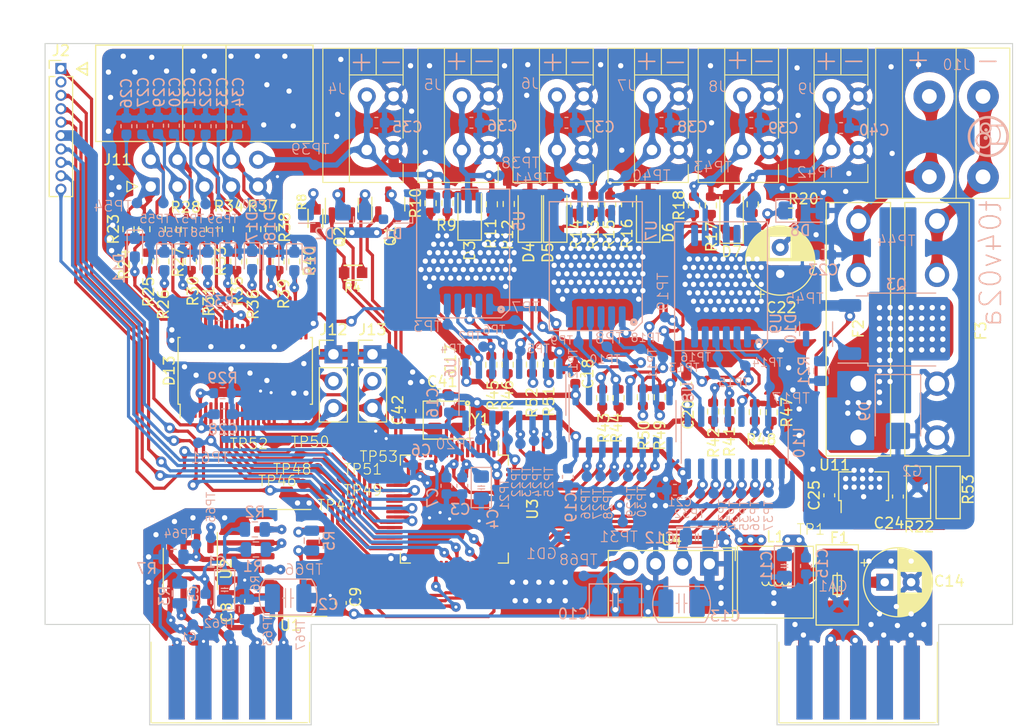
<source format=kicad_pcb>
(kicad_pcb (version 20221018) (generator pcbnew)
  (layers (0 "F.Cu" signal) (31 "B.Cu" signal) (34 "B.Paste" user) (35 "F.Paste" user) (36 "B.SilkS" user "B.Silkscreen") (37 "F.SilkS" user "F.Silkscreen") (38 "B.Mask" user) (39 "F.Mask" user) (44 "Edge.Cuts" user))
  (net 0 "")
  (net 1 "Net-(D1-K)")
  (net 2 "Net-(D1-A)")
  (net 3 "Net-(D2-K)")
  (net 4 "Net-(D2-A)")
  (net 5 "GNDD")
  (net 6 "/NRST")
  (net 7 "+3V3")
  (net 8 "/SWDIO")
  (net 9 "/RTS")
  (net 10 "/SWCLK")
  (net 11 "GND1")
  (net 12 "/+3.3VRS485")
  (net 13 "+24V")
  (net 14 "+5V")
  (net 15 "GNDA")
  (net 16 "GND2")
  (net 17 "Net-(U11-IN)")
  (net 18 "/RTS_cont")
  (net 19 "/24V_OUT")
  (net 20 "/Descret Input/IN_1")
  (net 21 "/Descret Input/IN_2")
  (net 22 "/Descret Input/IN_3")
  (net 23 "/Descret Input/IN_4")
  (net 24 "/Descret Input/IN_5")
  (net 25 "/Descret Input/IN_6")
  (net 26 "/Descret Input/IN_7")
  (net 27 "/DiscretOut/OUT1_1")
  (net 28 "Net-(RS1-Pin_3)")
  (net 29 "Net-(RS1-Pin_4)")
  (net 34 "/Descret Input/IN_8")
  (net 35 "/OSC_IN")
  (net 36 "/DiscretOut/OUT2_1")
  (net 37 "/DiscretOut/OUT3_1")
  (net 39 "/DiscretOut/OUT4_1")
  (net 40 "/DiscretOut/OUT6_1")
  (net 41 "Net-(D9-A1)")
  (net 44 "Net-(D10-A)")
  (net 47 "/OSC_OUT")
  (net 48 "/Descret Input/IN_1_L")
  (net 49 "Net-(Q1-B)")
  (net 50 "Net-(Q2-B)")
  (net 56 "Net-(U4-IN+)")
  (net 57 "Net-(D13-Rosc)")
  (net 58 "/ERR")
  (net 59 "/D0")
  (net 60 "/D1")
  (net 61 "/D2")
  (net 62 "/D3")
  (net 63 "/D4")
  (net 64 "/D5")
  (net 65 "/D6")
  (net 66 "/D7")
  (net 67 "Net-(D13-DS0)")
  (net 68 "Net-(D13-DS1)")
  (net 71 "/+24_FT_1")
  (net 72 "Net-(RS2-Pin_2)")
  (net 73 "/Descret Input/IN_2_L")
  (net 74 "/Descret Input/IN_8_L")
  (net 75 "/Descret Input/IN_8_H")
  (net 76 "/Descret Input/IN_7_L")
  (net 77 "/Descret Input/IN_7_H")
  (net 78 "/Descret Input/IN_6_L")
  (net 79 "/Descret Input/IN_6_H")
  (net 80 "/Descret Input/IN_5_L")
  (net 81 "Net-(D13-TS)")
  (net 83 "/Descret Input/IN_5_H")
  (net 84 "/Descret Input/IN_4_L")
  (net 85 "/Descret Input/IN_4_H")
  (net 86 "/Descret Input/IN_3_L")
  (net 87 "/Descret Input/IN_3_H")
  (net 88 "/Descret Input/IN_2_H")
  (net 89 "Net-(J10-Pin_1)")
  (net 90 "Net-(J10-Pin_2)")
  (net 91 "/UART_TX")
  (net 92 "/UART_RX")
  (net 93 "/Descret Input/IN_1_H")
  (net 94 "/GPIO1")
  (net 95 "/GPIO2")
  (net 96 "/DiscretOut/OUT2")
  (net 97 "/DiscretOut/OUT3")
  (net 98 "/DiscretOut/OUT4")
  (net 99 "/DiscretOut/OUT5")
  (net 100 "/DiscretOut/OUT6")
  (net 101 "Net-(U1-VID)")
  (net 102 "Net-(U1-VE2)")
  (net 103 "Net-(U1-VE1)")
  (net 104 "Net-(U1-VOC)")
  (net 105 "/TX_USART_1")
  (net 106 "/DE_USART_1")
  (net 107 "/RX_USART_1")
  (net 108 "Net-(U1-VOB)")
  (net 113 "/DiscretOut/IN1")
  (net 114 "/DiscretOut/ST1")
  (net 115 "/DiscretOut/IN2")
  (net 116 "/DiscretOut/ST2")
  (net 120 "/ON_OUT2")
  (net 121 "/ON_OUT1")
  (net 122 "/OUT1_1_cont")
  (net 123 "/ST1_cont")
  (net 124 "/ST2_cont")
  (net 125 "/OUT2_1_cont")
  (net 126 "/DiscretOut/IN3")
  (net 127 "/DiscretOut/ST3")
  (net 128 "/DiscretOut/IN4")
  (net 129 "/DiscretOut/ST4")
  (net 133 "/ON_OUT4")
  (net 134 "/ON_OUT3")
  (net 135 "/OUT3_1_cont")
  (net 136 "/ST3_cont")
  (net 137 "/ST4_cont")
  (net 138 "/OUT4_1_cont")
  (net 139 "/DiscretOut/IN5")
  (net 140 "/DiscretOut/ST5")
  (net 141 "/DiscretOut/IN6")
  (net 142 "/DiscretOut/ST6")
  (net 146 "/DiscretOut/OUT5_1")
  (net 147 "/ON_OUT6")
  (net 148 "/ON_OUT5")
  (net 149 "/OUT5_1_cont")
  (net 150 "/ST5_cont")
  (net 151 "/OUT6_1_cont")
  (net 152 "/ST6_cont")
  (footprint "Package_TO_SOT_SMD:SOT-23" (layer "F.Cu") (at 117.1 81.3 90)
    (fp_text reference "Q2")
    (fp_text value "DTC114ECA (SOT-23)")
  )
  (footprint "PCM_Fuse_Handsoldering_AKL:Fuse_Littelfuse-NANO2-451_453" (layer "F.Cu") (at 164 117.255 90)
    (fp_text reference "F1")
    (fp_text value "045201.5MRL" hide)
  )
  (footprint "Resistor_SMD:R_0603_1608Metric" (layer "F.Cu") (at 147.2 99.4875 -90)
    (fp_text reference "R49")
    (fp_text value "0603-10 кОм±5%-0,062 Вт")
  )
  (footprint "Package_TO_SOT_SMD:SOT-89-3" (layer "F.Cu") (at 166.5 107.91 90)
    (fp_text reference "U11")
    (fp_text value "L78L05 (SOT89-3)")
  )
  (footprint "Resistor_SMD:R_0603_1608Metric" (layer "F.Cu") (at 102.4 83.6 -90)
    (fp_text reference "R28")
    (fp_text value "0603-12 кОм±5%-0,062 Вт")
  )
  (footprint "Resistor_SMD:R_0603_1608Metric" (layer "F.Cu") (at 106.3 83.575 -90)
    (fp_text reference "R34")
    (fp_text value "0603-12 кОм±5%-0,062 Вт")
  )
  (footprint "Capacitor_SMD:C_0603_1608Metric" (layer "F.Cu") (at 163.25 108.7725 90)
    (fp_text reference "C25")
    (fp_text value "0,1uF 100V 0603")
  )
  (footprint "Resistor_SMD:R_0603_1608Metric" (layer "F.Cu") (at 152.04 81.319 -90)
    (fp_text reference "R17")
    (fp_text value "0603-3 кОм±5%-0,062 Вт")
  )
  (footprint "Diode_SMD:D_MiniMELF" (layer "F.Cu") (at 134.9 82.15 90)
    (fp_text reference "D4")
    (fp_text value "BZV55B5V1")
  )
  (footprint "Resistor_SMD:R_0603_1608Metric" (layer "F.Cu") (at 141.75 99.5625 -90)
    (fp_text reference "R43")
    (fp_text value "0603-10 кОм±5%-0,062 Вт")
  )
  (footprint "Connector_PinHeader_2.54mm:PinHeader_1x03_P2.54mm_Vertical" (layer "F.Cu") (at 116.3 95.42)
    (fp_text reference "J12")
    (fp_text value "DS0")
  )
  (footprint "Package_SO:SOIC-16_3.9x9.9mm_P1.27mm" (layer "F.Cu") (at 112.225 115.175 180)
    (fp_text reference "U1")
    (fp_text value "PAI141M30 (SOIC-16)")
  )
  (footprint "Diode_SMD:D_MiniMELF" (layer "F.Cu") (at 146.1 82.15 90)
    (fp_text reference "D6")
    (fp_text value "BZV55B5V1")
  )
  (footprint "PCM_Crystal_AKL:Crystal_SMD_3225-4Pin_3.2x2.5mm" (layer "F.Cu") (at 127 101.65 180)
    (fp_text reference "Y1")
    (fp_text value "Crystal_3225 8MHz" hide)
  )
  (footprint "Connector:DG141R-02" (layer "F.Cu") (at 162.239 74.048 -90)
    (fp_text reference "J8")
    (fp_text value "DG141R-2.54-02P-14-00A(H)")
  )
  (footprint "PCM_4ms_Resistor:R_0603" (layer "F.Cu") (at 114.6 82.55 90)
    (fp_text reference "R8")
    (fp_text value "0603-150 Ом±5%-0,062 Вт" hide)
  )
  (footprint "Resistor_SMD:R_0603_1608Metric" (layer "F.Cu") (at 104.3 86.625 -90)
    (fp_text reference "R31")
    (fp_text value "0603-12 кОм±5%-0,062 Вт")
  )
  (footprint "Resistor_SMD:R_0603_1608Metric" (layer "F.Cu") (at 104.8 83.575 90)
    (fp_text reference "R33")
    (fp_text value "0603-2 кОм±5%-0,062 Вт")
  )
  (footprint "Resistor_SMD:R_0603_1608Metric" (layer "F.Cu") (at 144.1 81.2125 -90)
    (fp_text reference "R16")
    (fp_text value "0603-10 кОм±5%-0,062 Вт")
  )
  (footprint "MountingHole:MountingHole_3.2mm_M3" (layer "F.Cu") (at 93 95)
    (fp_text reference "H2" hide)
    (fp_text value "MountingHole")
  )
  (footprint "Connector_PinHeader_2.54mm:PinHeader_1x03_P2.54mm_Vertical" (layer "F.Cu") (at 120 95.42)
    (fp_text reference "J13")
    (fp_text value "DS0")
  )
  (footprint "Connector:DG141R-02" (layer "F.Cu") (at 170.699 74.048 -90)
    (fp_text reference "J9")
    (fp_text value "DG141R-2.54-02P-14-00A(H)")
  )
  (footprint "Diode_SMD:D_MiniMELF" (layer "F.Cu") (at 129.2 81.95 90)
    (fp_text reference "D3")
    (fp_text value "BZV55B5V1")
  )
  (footprint "Diode_SMD:D_MiniMELF" (layer "F.Cu") (at 137.3 82.15 90)
    (fp_text reference "D5")
    (fp_text value "BZV55B5V1")
  )
  (footprint "Resistor_SMD:R_0603_1608Metric" (layer "F.Cu") (at 100.2 86.625 -90)
    (fp_text reference "R26")
    (fp_text value "0603-12 кОм±5%-0,062 Вт")
  )
  (footprint "Resistor_SMD:R_0603_1608Metric" (layer "F.Cu") (at 153.8 100.8375 90)
    (fp_text reference "R41")
    (fp_text value "0603-10 кОм±5%-0,062 Вт")
  )
  (footprint "Resistor_SMD:R_0603_1608Metric" (layer "F.Cu") (at 102.8 86.625 90)
    (fp_text reference "R30")
    (fp_text value "0603-2 кОм±5%-0,062 Вт")
  )
  (footprint "Package_QFP:LQFP-64_10x10mm_P0.5mm" (layer "F.Cu") (at 127.75 110.075 -90)
    (fp_text reference "U3")
    (fp_text value "STM32G070RBTx (LQFP-64)")
  )
  (footprint "Capacitor_SMD:C_0603_1608Metric" (layer "F.Cu") (at 107.4 118.775 -90)
    (fp_text reference "C8")
    (fp_text value "0,1uF 100V 0603")
  )
  (footprint "Connector:DG141R-02" (layer "F.Cu") (at 126.699 74.048 -90)
    (fp_text reference "J4")
    (fp_text value "DG141R-2.54-02P-14-00A(H)")
  )
  (footprint "Resistor_SMD:R_0603_1608Metric" (layer "F.Cu") (at 127.1 81.1125 -90)
    (fp_text reference "R9")
    (fp_text value "0603-3 кОм±5%-0,062 Вт")
  )
  (footprint "MountingHole:MountingHole_3.2mm_M3" (layer "F.Cu") (at 93 115)
    (fp_text reference "H1" hide)
    (fp_text value "MountingHole")
  )
  (footprint "Resistor_SMD:R_0603_1608Metric" (layer "F.Cu") (at 112.6 86.625 -90)
    (fp_text reference "R40")
    (fp_text value "0603-12 кОм±5%-0,062 Вт")
  )
  (footprint "Connector:DG142R-5.08-02P-14" (layer "F.Cu") (at 172.72 71)
    (fp_text reference "J10")
    (fp_text value "DG142R-5.08-02P-14")
  )
  (footprint "Diode_SMD:D_MiniMELF" (layer "F.Cu") (at 154 82.25 90)
    (fp_text reference "D7")
    (fp_text value "BZV55B5V1")
  )
  (footprint "PCM_4ms_TestPoint:TestPoint_D1" (layer "F.Cu") (at 117.1 107.1)
    (fp_text reference "TP49")
    (fp_text value "~")
  )
  (footprint "Connector_IDC:IDC-Header_2x05_P2.54mm_Horizontal" (layer "F.Cu") (at 99 79.54 90)
    (fp_text reference "J11")
    (fp_text value "DS1013-01-10RSiB-B (1)")
  )
  (footprint "Resistor_SMD:R_0603_1608Metric" (layer "F.Cu") (at 107.1 86.625 90)
    (fp_text reference "R35")
    (fp_text value "0603-2 кОм±5%-0,062 Вт")
  )
  (footprint "PCM_4ms_TestPoint:TestPoint_D1" (layer "F.Cu") (at 113.1 104.9)
    (fp_text reference "TP50")
    (fp_text value "~")
  )
  (footprint "Capacitor_SMD:C_0603_1608Metric_Pad1.08x0.95mm_HandSolder" (layer "F.Cu") (at 169.75 108.8875 90)
    (fp_text reference "C24")
    (fp_text value "0,33uF 50V 0603")
  )
  (footprint "Package_SO:TSSOP-48_6.1x12.5mm_P0.5mm" (layer "F.Cu") (at 107.95 96.9875 90)
    (fp_text reference "D13")
    (fp_text value "ISO1I811T")
  )
  (footprint "Resistor_SMD:R_0603_1608Metric" (layer "F.Cu") (at 156.2 100.8875 -90)
    (fp_text reference "R48")
    (fp_text value "0603-10 кОм±5%-0,062 Вт")
  )
  (footprint "PCM_Resistor_SMD_AKL:R_1206_3216Metric_Pad1.42x1.75mm_HandSolder" (layer "F.Cu") (at 174.5 108.5 90)
    (fp_text reference "R53")
    (fp_text value "OPT")
  )
  (footprint "Package_SO:SOIC-8_3.9x4.9mm_P1.27mm" (layer "F.Cu") (at 102.75 115.75 -90)
    (fp_text reference "U2")
    (fp_text value "ADM3485EARZ-REEL (SOIC-8)")
  )
  (footprint "Fuse:Fuseholder_100_series_5x20mm_D1,5" (layer "F.Cu") (at 166 103.3 90)
    (fp_text reference "F2")
    (fp_text value "Fuse 5A ZH266 (2 клипсы)")
  )
  (footprint "PCM_4ms_TestPoint:TestPoint_D1" (layer "F.Cu") (at 117.6 105)
    (fp_text reference "TP51")
    (fp_text value "~")
  )
  (footprint "Converter_DCDC:Converter_DCDC_Murata_MEE1SxxxxSC_THT" (layer "F.Cu") (at 151.895 115.25 -90)
    (fp_text reference "U4")
    (fp_text value "AM1SS-2403SJZ")
  )
  (footprint "Resistor_SMD:R_0603_1608Metric" (layer "F.Cu") (at 135.1 96.3875 -90)
    (fp_text reference "R52")
    (fp_text value "0603-10 кОм±5%-0,062 Вт")
  )
  (footprint "Fuse:Fuseholder_100_series_5x20mm_D1,5" (layer "F.Cu") (at 173.45 103.3 90)
    (fp_text reference "F3")
    (fp_text value "Fuse 5A ZH266 (2 клипсы)")
  )
  (footprint "Resistor_SMD:R_0603_1608Metric" (layer "F.Cu") (at 139.3 81.2125 90)
    (fp_text reference "R14")
    (fp_text value "0603-12 кОм±5%-0,062 Вт")
  )
  (footprint "Resistor_SMD:R_0603_1608Metric" (layer "F.Cu") (at 96.9 83.575 90)
    (fp_text reference "R23")
    (fp_text value "0603-2 кОм±5%-0,062 Вт")
  )
  (footprint "Resistor_SMD:R_0603_1608Metric" (layer "F.Cu") (at 150.44 81.319 90)
    (fp_text reference "R18")
    (fp_text value "0603-12 кОм±5%-0,062 Вт")
  )
  (footprint "Resistor_SMD:R_0603_1608Metric" (layer "F.Cu") (at 156 81.219 90)
    (fp_text reference "R19" hide)
    (fp_text value "0603-12 кОм±5%-0,062 Вт")
  )
  (footprint "PCM_Resistor_SMD_AKL:R_1206_3216Metric_Pad1.42x1.75mm_HandSolder" (layer "F.Cu") (at 171.7 108.5 90)
    (fp_text reference "R22")
    (fp_text value "1206-620 Ом±5%-0,25 Вт")
  )
  (footprint "Capacitor_SMD:C_0603_1608Metric" (layer "F.Cu") (at 117 118.9625 -90)
    (fp_text reference "C9")
    (fp_text value "0,1uF 100V 0603")
  )
  (footprint "Resistor_SMD:R_0603_1608Metric" (layer "F.Cu") (at 98.4 83.575 -90)
    (fp_text reference "R24")
    (fp_text value "0603-12 кОм±5%-0,062 Вт")
  )
  (footprint "PCM_4ms_Resistor:R_0603" (layer "F.Cu") (at 118.1625 87.7 180)
    (fp_text reference "R4")
    (fp_text value "0603-150 Ом±5%-0,062 Вт" hide)
  )
  (footprint "Capacitor_SMD:C_0603_1608Metric" (layer "F.Cu") (at 126.3 99.2 180)
    (fp_text reference "C41")
    (fp_text value "20pF 50V 0603")
  )
  (footprint "Package_TO_SOT_SMD:SOT-23" (layer "F.Cu") (at 121.5 81.2 90)
    (fp_text reference "Q1")
    (fp_text value "DTC114ECA (SOT-23)")
  )
  (footprint "Connector:DG141R-02" (layer "F.Cu") (at 135.699 74.048 -90)
    (fp_text reference "J5")
    (fp_text value "DG141R-2.54-02P-14-00A(H)")
  )
  (footprint "PCM_4ms_TestPoint:TestPoint_D1" (layer "F.Cu") (at 119.3 103.8)
    (fp_text reference "TP53")
    (fp_text value "~")
  )
  (footprint "Resistor_SMD:R_0603_1608Metric" (layer "F.Cu") (at 159.625 82.1 180)
    (fp_text reference "R20")
    (fp_text value "0603-10 кОм±5%-0,062 Вт")
  )
  (footprint "PCM_Inductor_SMD_Handsoldering_AKL:L_Bourns-SRN6028" (layer "F.Cu") (at 158.15 117 180)
    (fp_text reference "L1")
    (fp_text value "6,8uH 3,5A ETQP3M6R8KVP" hide)
  )
  (footprint "Resistor_SMD:R_0603_1608Metric" (layer "F.Cu") (at 100.9 83.575 90)
    (fp_text reference "R27")
    (fp_text value "0603-2 кОм±5%-0,062 Вт")
  )
  (footprint "Resistor_SMD:R_0603_1608Metric" (layer "F.Cu") (at 132.8 96.4 90)
    (fp_text reference "R46")
    (fp_text value "0603-10 кОм±5%-0,062 Вт")
  )
  (footprint "Resistor_SMD:R_0603_1608Metric" (layer "F.Cu") (at 108.9 83.575 90)
    (fp_text reference "R37")
    (fp_text value "0603-2 кОм±5%-0,062 Вт")
  )
  (footprint "Resistor_SMD:R_0603_1608Metric" (layer "F.Cu") (at 136.7 96.3875 -90)
    (fp_text reference "R51")
    (fp_text value "0603-10 кОм±5%-0,062 Вт")
  )
  (footprint "Resistor_SMD:R_0603_1608Metric" (layer "F.Cu") (at 142.5 81.2125 90)
    (fp_text reference "R15")
    (fp_text value "0603-12 кОм±5%-0,062 Вт")
  )
  (footprint "PCM_4ms_TestPoint:TestPoint_D1" (layer "F.Cu") (at 161.5 110.7 90)
    (fp_text reference "TP1")
    (fp_text value "~")
  )
  (footprint "Resistor_SMD:R_0603_1608Metric" (layer "F.Cu") (at 143.3 99.5625 90)
    (fp_text reference "R44")
    (fp_text value "0603-10 кОм±5%-0,062 Вт")
  )
  (footprint "Connector:DG141R-02" (layer "F.Cu") (at 153.699 74.048 -90)
    (fp_text reference "J7")
    (fp_text value "DG141R-2.54-02P-14-00A(H)")
  )
  (footprint "PCM_4ms_TestPoint:TestPoint_D1" (layer "F.Cu") (at 114.80104 106.213172)
    (fp_text reference "TP48")
    (fp_text value "~")
  )
  (footprint "Resistor_SMD:R_0603_1608Metric" (layer "F.Cu") (at 110.4 83.575 -90)
    (fp_text reference "R38")
    (fp_text value "0603-12 кОм±5%-0,062 Вт")
  )
  (footprint "Capacitor_SMD:C_0603_1608Metric" (layer "F.Cu") (at 123.6 100.775 90)
    (fp_text reference "C42")
    (fp_text value "20pF 50V 0603")
  )
  (footprint "Resistor_SMD:R_0603_1608Metric" (layer "F.Cu") (at 152.25 100.8375 -90)
    (fp_text reference "R42")
    (fp_text value "0603-10 кОм±5%-0,062 Вт")
  )
  (footprint "Resistor_SMD:R_0603_1608Metric" (layer "F.Cu") (at 125.5 81.1125 90)
    (fp_text reference "R10")
    (fp_text value "0603-12 кОм±5%-0,062 Вт")
  )
  (footprint "Resistor_SMD:R_0603_1608Metric" (layer "F.Cu") (at 98.7 86.625 90)
    (fp_text reference "R25")
    (fp_text value "0603-2 кОм±5%-0,062 Вт")
  )
  (footprint "Resistor_SMD:R_0603_1608Metric" (layer "F.Cu") (at 157.8 100.9125 -90)
    (fp_text reference "R47")
    (fp_text value "0603-10 кОм±5%-0,062 Вт")
  )
  (footprint "Resistor_SMD:R_0603_1608Metric" (layer "F.Cu") (at 145.6 99.4875 -90)
    (fp_text reference "R50")
    (fp_text value "0603-10 кОм±5%-0,062 Вт")
  )
  (footprint "Resistor_SMD:R_0603_1608Metric" (layer "F.Cu") (at 131.3 81.2125 90)
    (fp_text reference "R11")
    (fp_text value "0603-12 кОм±5%-0,062 Вт")
  )
  (footprint "PCM_4ms_TestPoint:TestPoint_D1" (layer "F.Cu") (at 115.6 108.2)
    (fp_text reference "TP47")
    (fp_text value "~")
  )
  (footprint "Resistor_SMD:R_0603_1608Metric" (layer "F.Cu") (at 131.25 96.4125 -90)
    (fp_text reference "R45")
    (fp_text value "0603-10 кОм±5%-0,062 Вт")
  )
  (footprint "Connector:Edge_Conn_KLS1-603-10" (layer "F.Cu") (at 106.539293 122.690707)
    (fp_text reference "RS1" hide)
    (fp_text value "SL-10 (L-KLS1-603C-10-S)" hide)
  )
  (footprint "Resistor_SMD:R_0603_1608Metric" (layer "F.Cu") (at 140.9 81.2125 -90)
    (fp_text reference "R13")
    (fp_text value "0603-3 кОм±5%-0,062 Вт")
  )
  (footprint "Connector:Edge_Conn_KLS1-603-10" (layer "F.Cu") (at 165.98 122.69)
    (fp_text reference "RS2" hide)
    (fp_text value "SL-10 (L-KLS1-603C-10-S)" hide)
  )
  (footprint "Capacitor_SMD:C_0603_1608Metric" (layer "F.Cu") (at 128.8 96.2625 -90)
    (fp_text reference "C17")
    (fp_text value "0,1uF 100V 0603")
  )
  (footprint "Resistor_SMD:R_0603_1608Metric" (layer "F.Cu") (at 108.6 86.625 -90)
    (fp_text reference "R36")
    (fp_text value "0603-12 кОм±5%-0,062 Вт")
  )
  (footprint "PCM_Capacitor_THT_AKL:CP_Radial_D6.3mm_P2.50mm" (layer "F.Cu") (at 168.5 117)
    (fp_text reference "C14")
    (fp_text value "47uF 63V D6.3 H11" hide)
  )
  (footprint "Connector:DG141R-02" (layer "F.Cu") (at 144.699 74.048 -90)
    (fp_text reference "J6")
    (fp_text value "DG141R-2.54-02P-14-00A(H)")
  )
  (footprint "Connector_PinHeader_1.27mm:PinHeader_1x10_P1.27mm_Vertical" (layer "F.Cu") (at 90.5 68.36)
    (fp_text reference "J2")
    (fp_text value "PLL-10 (Prog)")
  )
  (footprint "PCM_Capacitor_THT_AKL:CP_Radial_D6.3mm_P2.50mm" (layer "F.Cu") (at 158.6 87.8 90)
    (fp_text reference "C22")
    (fp_text value "47uF 63V D6.3 H11" hide)
  )
  (footprint "Capacitor_SMD:C_0603_1608Metric" (layer "F.Cu") (at 149.7 98.225 -90)
    (fp_text reference "C20")
    (fp_text value "0,1uF 100V 0603")
  )
  (footprint "PCM_4ms_TestPoint:TestPoint_D1" (layer "F.Cu") (at 110.7 103.9)
    (fp_text reference "TP52")
    (fp_text value "~")
  )
  (footprint "Resistor_SMD:R_0603_1608Metric" (layer "F.Cu") (at 132.9 81.1875 -90)
    (fp_text reference "R12")
    (fp_text value "0603-10 кОм±5%-0,062 Вт")
  )
  (footprint "Capacitor_SMD:C_0603_1608Metric" (layer "F.Cu") (at 139.2 97.425 -90)
    (fp_text reference "C18")
    (fp_text value "0,1uF 100V 0603")
  )
  (footprint "PCM_4ms_TestPoint:TestPoint_D1" (layer "F.Cu") (at 113.4 107.7)
    (fp_text reference "TP46")
    (fp_text value "~")
  )
  (footprint "Resistor_SMD:R_0603_1608Metric" (layer "F.Cu") (at 111.1 86.625 90)
    (fp_text reference "R39")
    (fp_text value "0603-2 кОм±5%-0,062 Вт")
  )
  (footprint "Capacitor_SMD:C_0603_1608Metric" (layer "B.Cu") (at 147.3625 73.5 180)
    (fp_text reference "C38")
    (fp_text value "0,1uF 100V 0603")
  )
  (footprint "PCM_4ms_Resistor:R_0805_2012Metric" (layer "B.Cu") (at 114.25 113.0625 90)
    (fp_text reference "R5")
    (fp_text value "0805-4,7 кОм±5%-0,125 Вт")
  )
  (footprint "LED_SMD:LED_0603_1608Metric_Pad1.05x0.95mm_HandSolder" (layer "B.Cu") (at 112.6 86.625 -90)
    (fp_text reference "D19")
    (fp_text value "LED 0603 (FYLS-0603UWC)")
  )
  (footprint "Capacitor_SMD:C_0603_1608Metric" (layer "B.Cu") (at 98.2 73.825 90)
    (fp_text reference "C27")
    (fp_text value "0,1uF 100V 0603")
  )
  (footprint "PCM_4ms_Resistor:R_0805_2012Metric" (layer "B.Cu") (at 101.75 118.0625 90)
    (fp_text reference "R3")
    (fp_text value "0805-560 Ом±5%-0,125 Вт")
  )
  (footprint "PCM_4ms_Resistor:R_0805_2012Metric" (layer "B.Cu") (at 108.8625 112 180)
    (fp_text reference "R2")
    (fp_text value "0805-4,7 кОм±5%-0,125 Вт")
  )
  (footprint "PCM_4ms_TestPoint:TestPoint_D1" (layer "B.Cu") (at 142.9 107 180)
    (fp_text reference "TP28")
    (fp_text value "~")
  )
  (footprint "Resistor_SMD:R_0603_1608Metric" (layer "B.Cu") (at 105.475 91.7)
    (fp_text reference "R32")
    (fp_text value "0603-33 Ом±5%-0,062 Вт")
  )
  (footprint "LED_SMD:LED_0603_1608Metric_Pad1.05x0.95mm_HandSolder" (layer "B.Cu") (at 100.3 86.625 -90)
    (fp_text reference "D12" hide)
    (fp_text value "LED 0603 (FYLS-0603UWC)")
  )
  (footprint "PCM_Capacitor_SMD_AKL:C_0805_2012Metric_Pad1.18x1.45mm_HandSolder" (layer "B.Cu") (at 159 115.4625 -90)
    (fp_text reference "C11")
    (fp_text value "4,7uF 50V 0805")
  )
  (footprint "PCM_4ms_TestPoint:TestPoint_D1" (layer "B.Cu") (at 103.3 113.4 180)
    (fp_text reference "TP64")
    (fp_text value "~")
  )
  (footprint "Capacitor_SMD:C_0603_1608Metric" (layer "B.Cu") (at 138.3625 73.5 180)
    (fp_text reference "C37")
    (fp_text value "0,1uF 100V 0603")
  )
  (footprint "PCM_4ms_Resistor:R_0805_2012Metric" (layer "B.Cu") (at 108.1 119.5625 -90)
    (fp_text reference "R6")
    (fp_text value "0805-560 Ом±5%-0,125 Вт")
  )
  (footprint "PCM_4ms_TestPoint:TestPoint_D1" (layer "B.Cu") (at 106.4 122 180)
    (fp_text reference "TP62")
    (fp_text value "~")
  )
  (footprint "Capacitor_SMD:C_0603_1608Metric" (layer "B.Cu") (at 120.3625 73.5 180)
    (fp_text reference "C35")
    (fp_text value "0,1uF 100V 0603")
  )
  (footprint "Capacitor_SMD:C_0603_1608Metric" (layer "B.Cu") (at 148.6375 108.25)
    (fp_text reference "C21")
    (fp_text value "0,1uF 100V 0603")
  )
  (footprint "PCM_4ms_TestPoint:TestPoint_D1" (layer "B.Cu") (at 104.2 81.2 180)
    (fp_text reference "TP58")
    (fp_text value "~")
  )
  (footprint "PCM_4ms_TestPoint:TestPoint_D1" (layer "B.Cu") (at 140 116.4 180)
    (fp_text reference "TP68")
    (fp_text value "~")
  )
  (footprint "PCM_Capacitor_SMD_AKL:C_0805_2012Metric_Pad1.18x1.45mm_HandSolder" (layer "B.Cu") (at 130.3 108.0375 -90)
    (fp_text reference "C4")
    (fp_text value "4,7uF 50V 0805")
  )
  (footprint "Symbol:PB_LOGO" (layer "B.Cu") (at 178.076321 74.656714 -90)
    (fp_text reference "G***" hide)
    (fp_text value "LOGO" hide)
  )
  (footprint "PCM_4ms_TestPoint:TestPoint_D1" (layer "B.Cu") (at 142.2 94.7 180)
    (fp_text reference "TP8")
    (fp_text value "~")
  )
  (footprint "PCM_4ms_TestPoint:TestPoint_D1" (layer "B.Cu") (at 171.6 108 180)
    (fp_text reference "G2")
    (fp_text value "~")
  )
  (footprint "PCM_4ms_TestPoint:TestPoint_D1" (layer "B.Cu") (at 108.1 121.7 180)
    (fp_text reference "TP63")
    (fp_text value "~")
  )
  (footprint "LED_SMD:LED_0603_1608Metric_Pad1.05x0.95mm_HandSolder" (layer "B.Cu") (at 110.4 86.625 -90)
    (fp_text reference "D18")
    (fp_text value "LED 0603 (FYLS-0603UWC)")
  )
  (footprint "PCM_4ms_TestPoint:TestPoint_D1" (layer "B.Cu") (at 97.7 81.1 180)
    (fp_text reference "TP54")
    (fp_text value "~")
  )
  (footprint "PCM_4ms_Resistor:R_0805_2012Metric" (layer "B.Cu") (at 162.5 97 -90)
    (fp_text reference "R21")
    (fp_text value "0805-10 кОм±5%-0,125 Вт")
  )
  (footprint "Capacitor_SMD:C_0603_1608Metric" (layer "B.Cu") (at 129.3625 73.5 180)
    (fp_text reference "C36")
    (fp_text value "0,1uF 100V 0603")
  )
  (footprint "PCM_4ms_TestPoint:TestPoint_D1" (layer "B.Cu") (at 136.6 103.9 180)
    (fp_text reference "TP25")
    (fp_text value "~")
  )
  (footprint "PCM_4ms_TestPoint:TestPoint_D1" (layer "B.Cu") (at 114.5 77.5 180)
    (fp_text reference "TP39")
    (fp_text value "~")
  )
  (footprint "PCM_Capacitor_SMD_AKL:C_0805_2012Metric_Pad1.18x1.45mm_HandSolder" (layer "B.Cu") (at 150.7125 112.75)
    (fp_text reference "C12")
    (fp_text value "4,7uF 50V 0805")
  )
  (footprint "PCM_4ms_TestPoint:TestPoint_D1" (layer "B.Cu") (at 143.8 96.6 180)
    (fp_text reference "TP10")
    (fp_text value "~")
  )
  (footprint "PCM_4ms_TestPoint:TestPoint_D1" (layer "B.Cu") (at 106.9 81.1 180)
    (fp_text reference "TP60")
    (fp_text value "~")
  )
  (footprint "LED_SMD:LED_Kingbright_KPA-3010_3x2x1mm" (layer "B.Cu") (at 121.0375 81.4875 180)
    (fp_text reference "D1")
    (fp_text value "KPA-3010CGCK")
  )
  (footprint "PCM_4ms_Resistor:R_0805_2012Metric" (layer "B.Cu") (at 101.1625 114.6)
    (fp_text reference "R7")
    (fp_text value "0805-10 кОм±5%-0,125 Вт")
  )
  (footprint "Capacitor_SMD:C_0603_1608Metric" (layer "B.Cu") (at 96.7 73.825 90)
    (fp_text reference "C26")
    (fp_text value "0,1uF 100V 0603")
  )
  (footprint "PCM_Capacitor_SMD_Handsoldering_AKL:C_1210_3225Metric_Pad1.42x2.65mm" (layer "B.Cu") (at 112.0125 118.5)
    (fp_text reference "C2")
    (fp_text value "270 pf X7R 1206 2000v 202R18W271KW4E" hide)
  )
  (footprint "PCM_4ms_TestPoint:TestPoint_D1" (layer "B.Cu") (at 159.5 78.2 180)
    (fp_text reference "TP42")
    (fp_text value "~")
  )
  (footprint "PCM_4ms_TestPoint:TestPoint_D1" (layer "B.Cu") (at 132.8 103.5 180)
    (fp_text reference "TP22")
    (fp_text value "~")
  )
  (footprint "Capacitor_SMD:C_0603_1608Metric" (layer "B.Cu") (at 161.04 115.4625 -90)
    (fp_text reference "C15")
    (fp_text value "0,1uF 100V 0603")
  )
  (footprint "Capacitor_SMD:C_0603_1608Metric" (layer "B.Cu") (at 99.7 73.775 90)
    (fp_text reference "C29")
    (fp_text value "0,1uF 100V 0603")
  )
  (footprint "PCM_4ms_TestPoint:TestPoint_D1" (layer "B.Cu") (at 151 108.6 180)
    (fp_text reference "TP32")
    (fp_text value "~")
  )
  (footprint "PCM_4ms_TestPoint:TestPoint_D1" (layer "B.Cu") (at 130.2 103.5 180)
    (fp_text reference "TP20")
    (fp_text value "~")
  )
  (footprint "LED_SMD:LED_0603_1608Metric_Pad1.05x0.95mm_HandSolder" (layer "B.Cu") (at 97.5 85.325 -90)
    (fp_text reference "D11")
    (fp_text value "LED 0603 (FYLS-0603UWC)")
  )
  (footprint "Capacitor_SMD:C_0603_1608Metric" (layer "B.Cu") (at 101.2 73.775 90)
    (fp_text reference "C30")
    (fp_text value "0,1uF 100V 0603")
  )
  (footprint "Diode_SMD:D_SMB" (layer "B.Cu") (at 169.75 101 -90)
    (fp_text reference "D9")
    (fp_text value "SM6T30СA (SMB)")
  )
  (footprint "Package_SO:SOIC-16_3.9x9.9mm_P1.27mm" (layer "B.Cu") (at 133.25 99.25 -90)
    (fp_text reference "U6")
    (fp_text value "PAI162M30 (SOIC-16)" hide)
  )
  (footprint "Package_TO_SOT_SMD:TO-252-2" (layer "B.Cu") (at 170.215 93.075)
    (fp_text reference "Q3")
    (fp_text value "WMO80P06TS (TO-252-2)")
  )
  (footprint "LED_SMD:LED_0603_1608Metric_Pad1.05x0.95mm_HandSolder" (layer "B.Cu") (at 106.3 86.525 -90)
    (fp_text reference "D16" hide)
    (fp_text value "LED 0603 (FYLS-0603UWC)")
  )
  (footprint "PCM_4ms_TestPoint:TestPoint_D1" (layer "B.Cu") (at 157.6 98.5 180)
    (fp_text reference "TP17")
    (fp_text value "~")
  )
  (footprint "PCM_4ms_TestPoint:TestPoint_D1" (layer "B.Cu") (at 141.6 107 180)
    (fp_text reference "TP27")
    (fp_text value "~")
  )
  (footprint "PCM_4ms_TestPoint:TestPoint_D1" (layer "B.Cu") (at 134 95.1 180)
    (fp_text reference "TP5")
    (fp_text value "~")
  )
  (footprint "PCM_4ms_TestPoint:TestPoint_D1" (layer "B.Cu") (at 153.6 108.6 180)
    (fp_text reference "TP34")
    (fp_text value "~")
  )
  (footprint "PCM_4ms_TestPoint:TestPoint_D1" (layer "B.Cu") (at 130.5 94.7 180)
    (fp_text reference "TP2")
    (fp_text value "~")
  )
  (footprint "PCM_4ms_TestPoint:TestPoint_D1" (layer "B.Cu") (at 137.7 112.7 180)
    (fp_text reference "GD1")
    (fp_text value "~")
  )
  (footprint "PCM_4ms_TestPoint:TestPoint_D1" (layer "B.Cu") (at 137.7 78.3 180)
    (fp_text reference "TP41")
    (fp_text value "~")
  )
  (footprint "PCM_Capacitor_SMD_AKL:C_1210_3225Metric_Pad1.42x2.65mm_HandSolder" (layer "B.Cu") (at 143 118.75)
    (fp_text reference "C10")
    (fp_text value "10uF 50V 1210 GRM32ER71H106K")
  )
  (footprint "PCM_4ms_TestPoint:TestPoint_D1" (layer "B.Cu") (at 152.3 97.3 180)
    (fp_text reference "TP15")
    (fp_text value "~")
  )
  (footprint "PCM_4ms_TestPoint:TestPoint_D1" (layer "B.Cu") (at 133.5 92.2 180)
    (fp_text reference "TP7")
    (fp_text value "~")
  )
  (footprint "PCM_4ms_TestPoint:TestPoint_D1" (layer "B.Cu") (at 140.2 96.7 180)
    (fp_text reference "TP12")
    (fp_text value "~")
  )
  (footprint "PCM_4ms_TestPoint:TestPoint_D1" (layer "B.Cu") (at 110.2 115.8 180)
    (fp_text reference "TP66")
    (fp_text value "~")
  )
  (footprint "Package_SO:SOIC-16_3.9x9.9mm_P1.27mm" (layer "B.Cu") (at 143.675 101.75 -90)
    (fp_text reference "U8")
    (fp_text value "PAI162M30 (SOIC-16)")
  )
  (footprint "PCM_4ms_TestPoint:TestPoint_D1" (layer "B.Cu") (at 104.7 112.8 180)
    (fp_text reference "TP65")
    (fp_text value "~")
  )
  (footprint "Package_SO:SOIC-16_3.9x9.9mm_P1.27mm" (layer "B.Cu") (at 154.295 103.79 -90)
    (fp_text reference "U10")
    (fp_text value "PAI162M30 (SOIC-16)")
  )
  (footprint "PCM_4ms_TestPoint:TestPoint_D1" (layer "B.Cu") (at 139.5 94.3 180)
    (fp_text reference "TP9")
    (fp_text value "~")
  )
  (footprint "PCM_4ms_TestPoint:TestPoint_D1" (layer "B.Cu") (at 152 79 180)
    (fp_text reference "TP43")
    (fp_text value "~")
  )
  (footprint "Capacitor_SMD:C_0603_1608Metric_Pad1.08x0.95mm_HandSolder" (layer "B.Cu") (at 105.8625 101.1)
    (fp_text reference "C28")
    (fp_text value "0,33uF 50V 0603")
  )
  (footprint "PCM_4ms_TestPoint:TestPoint_D1" (layer "B.Cu") (at 157.5 108.5 180)
    (fp_text reference "TP37")
    (fp_text value "~")
  )
  (footprint "Capacitor_SMD:C_0603_1608Metric" (layer "B.Cu") (at 104.2 73.825 90)
    (fp_text reference "C32")
    (fp_text value "0,1uF 100V 0603")
  )
  (footprint "PCM_4ms_TestPoint:TestPoint_D1" (layer "B.Cu") (at 102.9 81.2 180)
    (fp_text reference "TP57")
    (fp_text value "~")
  )
  (footprint "PCM_4ms_TestPoint:TestPoint_D1" (layer "B.Cu") (at 133.1 93.5 180)
    (fp_text reference "TP6")
    (fp_text value "~")
  )
  (footprint "Diode_SMD:D_MiniMELF" (layer "B.Cu") (at 160.851 81.8)
    (fp_text reference "D8")
    (fp_text value "BZV55B5V1")
  )
  (footprint "Resistor_SMD:R_0603_1608Metric" (layer "B.Cu") (at 105.8 99.1 180)
    (fp_text reference "R29")
    (fp_text value "0603-200 кОм±5%-0,062 Вт")
  )
  (footprint "PCM_4ms_TestPoint:TestPoint_D1" (layer "B.Cu") (at 105.5 81.1 180)
    (fp_text reference "TP59")
    (fp_text value "~")
  )
  (footprint "PCM_Package_SO_AKL:Infineon_PG-DSO-12-9" (layer "B.Cu") (at 141.14 87.075 90)
    (fp_text reference "U7")
    (fp_text value "BTS5215" hide)
  )
  (footprint "Capacitor_SMD:C_0603_1608Metric" (layer "B.Cu") (at 164.3625 74 180)
    (fp_text reference "C40")
    (fp_text value "0,1uF 100V 0603")
  )
  (footprint "LED_SMD:LED_0603_1608Metric_Pad1.05x0.95mm_HandSolder" (layer "B.Cu") (at 108.6 86.525 -90)
    (fp_text reference "D17")
    (fp_text value "LED 0603 (FYLS-0603UWC)")
  )
  (footprint "Capacitor_SMD:C_0603_1608Metric" (layer "B.Cu") (at 107.2 73.825 90)
    (fp_text reference "C34")
    (fp_text value "0,1uF 100V 0603")
  )
  (footprint "PCM_4ms_TestPoint:TestPoint_D1" (layer "B.Cu") (at 144 78.5 180)
    (fp_text reference "TP40")
    (fp_text value "~")
  )
  (footprint "PCM_4ms_TestPoint:TestPoint_D1" (layer "B.Cu") (at 156.2 108.5 180)
    (fp_text reference "TP36")
    (fp_text value "~")
  )
  (footprint "PCM_Capacitor_SMD_AKL:C_0805_2012Metric_Pad1.18x1.45mm_HandSolder" (layer "B.Cu") (at 106 117.7125 90)
    (fp_text reference "C1")
    (fp_text value "1uF 100V 0805")
  )
  (footprint "PCM_4ms_TestPoint:TestPoint_D1" (layer "B.Cu") (at 147.5 95.7 180)
    (fp_text reference "TP13")
    (fp_text value "~")
  )
  (footprint "PCM_4ms_TestPoint:TestPoint_D1" (layer "B.Cu") (at 144.199293 107.000707 180)
    (fp_text reference "TP29")
    (fp_text value "~")
  )
  (footprint "PCM_4ms_TestPoint:TestPoint_D1" (layer "B.Cu") (at 132 78.5 180)
    (fp_text reference "TP38")
    (fp_text value "~")
  )
  (footprint "PCM_4ms_TestPoint:TestPoint_D1" (layer "B.Cu") (at 100.2 81.1 180)
    (fp_text reference "TP55")
    (fp_text value "~")
  )
  (footprint "PCM_4ms_TestPoint:TestPoint_D1" (layer "B.Cu") (at 148 94.4 180)
    (fp_text reference "TP18")
    (fp_text value "~")
  )
  (footprint "PCM_4ms_TestPoint:TestPoint_D1" (layer "B.Cu") (at 134 103.9 180)
    (fp_text reference "TP23")
    (fp_text value "~")
  )
  (footprint "Capacitor_SMD:C_0603_1608Metric" (layer "B.Cu") (at 138.5 107.025 90)
    (fp_text reference "C19")
    (fp_text value "0,1uF 100V 0603")
  )
  (footprint "Capacitor_SMD:C_0603_1608Metric" (layer "B.Cu") (at 162.675 86)
    (fp_text reference "C23")
    (fp_text value "0,1uF 100V 0603")
  )
  (footprint "PCM_Package_SO_AKL:Infineon_PG-DSO-12-9" (layer "B.Cu") (at 153 88.975 90)
    (fp_text reference "U9")
    (fp_text value "BTS5215" hide)
  )
  (footprint "PCM_Capacitor_SMD_Handsoldering_AKL:C_1210_3225Metric_Pad1.42x2.65mm" (layer "B.Cu") (at 149.2625 119 180)
    (fp_text reference "C13")
    (fp_text value "270 pf X7R 1206 2000v 202R18W271KW4E" hide)
  )
  (footprint "Capacitor_SMD:C_0603_1608Metric" (layer "B.Cu") (at 155.8625 73.5 180)
    (fp_text reference "C39")
    (fp_text value "0,1uF 100V 0603")
  )
  (footprint "Capacitor_SMD:C_0603_1608Metric" (layer "B.Cu") (at 124.625 105.9 180)
    (fp_text reference "C6")
    (fp_text value "0,1uF 100V 0603")
  )
  (footprint "PCM_4ms_TestPoint:TestPoint_D1" (layer "B.Cu") (at 155.3 96.5 180)
    (fp_text reference "TP14")
    (fp_text value "~")
  )
  (footprint "Package_TO_SOT_SMD:SOT-23" (layer "B.Cu") (at 162 93 90)
    (fp_text reference "D10")
    (fp_text value "BZX84C10 (SOT-23)")
  )
  (footprint "PCM_4ms_TestPoint:TestPoint_D1" (layer "B.Cu") (at 129.2 95 180)
    (fp_text reference "TP4")
    (fp_text value "~")
  )
  (footprint "PCM_4ms_TestPoint:TestPoint_D1" (layer "B.Cu") (at 164.1 118.9 180)
    (fp_text reference "GA1")
    (fp_text value "~")
  )
  (footprint "PCM_4ms_TestPoint:TestPoint_D1" (layer "B.Cu") (at 154.9 108.6 180)
    (fp_text reference "TP35")
    (fp_text value "~")
  )
  (footprint "PCM_4ms_TestPoint:TestPoint_D1" (layer "B.Cu") (at 147.7 91.9 180)
    (fp_text reference "TP19")
    (fp_text value "~")
  )
  (footprint "PCM_4ms_TestPoint:TestPoint_D1" (layer "B.Cu") (at 131.5 104.1 180)
    (fp_text reference "TP21")
    (fp_text value "~")
  )
  (footprint "PCM_4ms_TestPoint:TestPoint_D1" (layer "B.Cu") (at 135.3 103.6 180)
    (fp_text reference "TP24")
    (fp_text value "~")
  )
  (footprint "PCM_4ms_TestPoint:TestPoint_D1" (layer "B.Cu") (at 103.5 103.8 180)
    (fp_text reference "TP61")
    (fp_text value "~")
  )
  (footprint "PCM_4ms_TestPoint:TestPoint_D1" (layer "B.Cu") (at 103 121 180)
    (fp_text reference "G1")
    (fp_text value "~")
  )
  (footprint "LED_SMD:LED_0603_1608Metric_Pad1.05x0.95mm_HandSolder" (layer "B.Cu") (at 104.4 86.625 -90)
    (fp_text reference "D15" hide)
    (fp_text value "LED 0603 (FYLS-0603UWC)")
  )
  (footprint "PCM_4ms_TestPoint:TestPoint_D1" (layer "B.Cu") (at 145.5 107 180)
    (fp_text reference "TP30")
    (fp_text value "~")
  )
  (footprint "PCM_4ms_TestPoint:TestPoint_D1" (layer "B.Cu") (at 111.6 121.1 180)
    (fp_text reference "TP67")
    (fp_text value "~")
  )
  (footprint "PCM_4ms_TestPoint:TestPoint_D1" (layer "B.Cu") (at 145.4 94.9 180)
    (fp_text reference "TP11")
    (fp_text value "~")
  )
  (footprint "PCM_4ms_TestPoint:TestPoint_D1" (layer "B.Cu") (at 152.3 108.6 180)
    (fp_text reference "TP33")
    (fp_text value "~")
  )
  (footprint "PCM_4ms_TestPoint:TestPoint_D1" (layer "B.Cu") (at 140.3 107 180)
    (fp_text reference "TP26")
    (fp_text value "~")
  )
  (footprint "Capacitor_SMD:C_0603_1608Metric" (layer "B.Cu") (at 104.2 118.9 90)
    (fp_text reference "C5")
    (fp_text value "0,1uF 100V 0603")
  )
  (footprint "Capacitor_SMD:C_0603_1608Metric" (layer "B.Cu") (at 102.7 73.8 90)
    (fp_text reference "C31")
    (fp_text value "0,1uF 100V 0603")
  )
  (footprint "Capacitor_SMD:C_0603_1608Metric" (layer "B.Cu") (at 105.7 73.825 90)
    (fp_text reference "C33")
    (fp_text value "0,1uF 100V 0603")
  )
  (footprint "PCM_4ms_TestPoint:TestPoint_D1" (layer "B.Cu") (at 101.6 81.2 180)
    (fp_text reference "TP56")
    (fp_text value "~")
  )
  (footprint "PCM_4ms_TestPoint:TestPoint_D1" (layer "B.Cu") (at 127.1 92.6 180)
    (fp_text reference "TP3")
    (fp_text value "~")
  )
  (footprint "Capacitor_SMD:C_0603_1608Metric" (layer "B.Cu") (at 128.5 107.875 -90)
    (fp_text reference "C3")
    (fp_text value "0,1uF 100V 0603")
  )
  (footprint "PCM_Package_SO_AKL:Infineon_PG-DSO-12-9" (layer "B.Cu") (at 128.58 85.875 90)
    (fp_text reference "U5")
    (fp_text value "BTS5215 (DSO-12-9)" hide)
  )
  (footprint "PCM_4ms_TestPoint:TestPoint_D1" (layer "B.Cu") (at 143.7 111.3 180)
    (fp_text reference "TP31")
    (fp_text value "~")
  )
  (footprint "PCM_4ms_TestPoint:TestPoint_D1" (layer "B.Cu") (at 160.8 91.3 180)
    (fp_text reference "TP45")
    (fp_text value "~")
  )
  (footprint "PCM_4ms_TestPoint:TestPoint_D1" (layer "B.Cu") (at 152.7 95.7 180)
    (fp_text reference "TP16")
    (fp_text value "~")
  )
  (footprint "Capacitor_SMD:C_0603_1608Metric" (layer "B.Cu") (at 127.25 100.1375 -90)
    (fp_text reference "C16")
    (fp_text value "0,1uF 100V 0603")
  )
  (footprint "PCM_4ms_TestPoint:TestPoint_D1" (layer "B.Cu") (at 170.1 86.2 180)
    (fp_text reference "TP44")
    (fp_text value "~")
  )
  (footprint "PCM_4ms_Resistor:R_0805_2012Metric" (layer "B.Cu") (at 108.9625 113.9 180)
    (fp_text reference "R1")
    (fp_text value "0805-10 кОм±5%-0,125 Вт")
  )
  (footprint "Capacitor_SMD:C_0603_1608Metric" (layer "B.Cu") (at 127 107.875 -90)
    (fp_text reference "C7")
    (fp_text value "0,1uF 100V 0603")
  )
  (footprint "LED_SMD:LED_0603_1608Metric_Pad1.05x0.95mm_HandSolder" (layer "B.Cu") (at 102 86.625 -90)
    (fp_text reference "D14" hide)
    (fp_text value "LED 0603 (FYLS-0603UWC)")
  )
  (footprint "LED_SMD:LED_Kingbright_KPA-3010_3x2x1mm" (layer "B.Cu") (at 115.45 81.5 180)
    (fp_text reference "D2")
    (fp_text value "KPA-3010CGCK")
  )
  (gr_line (start 93 67.8) (end 93 69) (stroke (width 0.15)) (layer "F.SilkS"))
  (gr_line (start 92 68.4) (end 93 67.8) (stroke (width 0.15)) (layer "F.SilkS"))
  (gr_line (start 93 68.4) (end 92 68.4) (stroke (width 0.15)) (layer "F.SilkS"))
  (gr_line (start 93 69) (end 92 68.4) (stroke (width 0.15)) (layer "F.SilkS"))
  (gr_line (start 98.9 121) (end 98.9 130.5) (stroke (width 0.1)) (layer "Edge.Cuts"))
  (gr_line (start 158.3 121) (end 158.3 130.5) (stroke (width 0.1)) (layer "Edge.Cuts"))
  (gr_line (start 180.6 66) (end 89 66) (stroke (width 0.1)) (layer "Edge.Cuts"))
  (gr_line (start 158.3 130.5) (end 173.6 130.5) (stroke (width 0.1)) (layer "Edge.Cuts"))
  (gr_line (start 173.6 121) (end 180.6 121) (stroke (width 0.1)) (layer "Edge.Cuts"))
  (gr_line (start 96.5 121) (end 98.9 121) (stroke (width 0.1)) (layer "Edge.Cuts"))
  (gr_line (start 114.2 130.5) (end 114.2 121) (stroke (width 0.1)) (layer "Edge.Cuts"))
  (gr_line (start 89 121) (end 89 66) (stroke (width 0.1)) (layer "Edge.Cuts"))
  (gr_line (start 96.5 121) (end 89 121) (stroke (width 0.1)) (layer "Edge.Cuts"))
  (gr_line (start 173.6 130.5) (end 173.6 121) (stroke (width 0.1)) (layer "Edge.Cuts"))
  (gr_line (start 98.9 130.5) (end 114.2 130.5) (stroke (width 0.1)) (layer "Edge.Cuts"))
  (gr_line (start 114.2 121) (end 158.3 121) (stroke (width 0.1)) (layer "Edge.Cuts"))
  (gr_line (start 180.6 121) (end 180.6 66) (stroke (width 0.1)) (layer "Edge.Cuts"))
  (gr_text "-" (at 158.4 68.7) (layer "B.SilkS") (effects (font (size 2 2)) (justify left bottom mirror)))
  (gr_text "+" (at 147.3 68.7) (layer "B.SilkS") (effects (font (size 2 2)) (justify left bottom mirror)))
  (gr_text "-" (at 150 68.8) (layer "B.SilkS") (effects (font (size 2 2)) (justify left bottom mirror)))
  (gr_text "t04v02a" (at 179.7 80.7 90) (layer "B.SilkS") (effects (font (size 2 2)) (justify left bottom mirror)))
  (gr_text "+" (at 138.4 68.8) (layer "B.SilkS") (effects (font (size 2 2)) (justify left bottom mirror)))
  (gr_text "+" (at 129.3 68.7) (layer "B.SilkS") (effects (font (size 2 2)) (justify left bottom mirror)))
  (gr_text "+" (at 120.3 68.8) (layer "B.SilkS") (effects (font (size 2 2)) (justify left bottom mirror)))
  (gr_text "-" (at 123.1 68.8) (layer "B.SilkS") (effects (font (size 2 2)) (justify left bottom mirror)))
  (gr_text "-" (at 131.9 68.7) (layer "B.SilkS") (effects (font (size 2 2)) (justify left bottom mirror)))
  (gr_text "-" (at 141 68.8) (layer "B.SilkS") (effects (font (size 2 2)) (justify left bottom mirror)))
  (gr_text "+" (at 173 68.6) (layer "B.SilkS") (effects (font (size 2 2)) (justify left bottom mirror)))
  (gr_text "+" (at 155.9 68.6) (layer "B.SilkS") (effects (font (size 2 2)) (justify left bottom mirror)))
  (gr_text "-" (at 166.9 68.7) (layer "B.SilkS") (effects (font (size 2 2)) (justify left bottom mirror)))
  (gr_text "-" (at 179.6 68.7) (layer "B.SilkS") (effects (font (size 2 2)) (justify left bottom mirror)))
  (gr_text "+" (at 164.3 68.7) (layer "B.SilkS") (effects (font (size 2 2)) (justify left bottom mirror)))
  (segment (start 121.3 80.2625) (end 121.7625 80.2625) (width 0.3) (layer "F.Cu") (net 1))
  (segment (start 121.7625 80.2625) (end 121.8 80.3) (width 0.3) (layer "F.Cu") (net 1))
  (via (at 121.8 80.3) (size 1) (drill 0.5) (layers "F.Cu" "B.Cu") (net 1))
  (segment (start 121.8 81) (end 122.7875 81.9875) (width 0.3) (layer "B.Cu") (net 1))
  (segment (start 121.8 80.3) (end 121.8 81) (width 0.3) (layer "B.Cu") (net 1))
  (segment (start 119.3 80.3) (end 118.9 80.7) (width 0.3) (layer "F.Cu") (net 2))
  (segment (start 118.9 87.5875) (end 119.0125 87.7) (width 0.3) (layer "F.Cu") (net 2))
  (segment (start 118.9 80.7) (end 118.9 87.5875) (width 0.3) (layer "F.Cu") (net 2))
  (via (at 119.3 80.3) (size 1) (drill 0.5) (layers "F.Cu" "B.Cu") (net 2))
  (segment (start 119.3 80.3) (end 119.3 81.975) (width 0.3) (layer "B.Cu") (net 2))
  (segment (start 119.3 81.975) (end 119.2875 81.9875) (width 0.3) (layer "B.Cu") (net 2))
  (via (at 116.7 80.3) (size 1) (drill 0.5) (layers "F.Cu" "B.Cu") (net 3))
  (segment (start 116.7 80.3) (end 116.7 81.9375) (width 0.3) (layer "B.Cu") (net 3))
  (segment (start 114.3 81.6625) (end 114.4 81.5625) (width 0.3) (layer "F.Cu") (net 4))
  (segment (start 114.4 81.5625) (end 114.4 80.2) (width 0.3) (layer "F.Cu") (net 4))
  (via (at 114.4 80.2) (size 1) (drill 0.5) (layers "F.Cu" "B.Cu") (net 4))
  (segment (start 114.4 81.3) (end 113.7 82) (width 0.3) (layer "B.Cu") (net 4))
  (segment (start 114.4 80.2) (end 114.4 81.3) (width 0.3) (layer "B.Cu") (net 4))
  (segment (start 110.2 99.25025) (end 110.2 100.7) (width 0.3) (layer "F.Cu") (net 5))
  (segment (start 114.38 95.42) (end 113.5 96.3) (width 1) (layer "F.Cu") (net 5))
  (segment (start 109.7 99.2) (end 109.7 100.7) (width 0.3) (layer "F.Cu") (net 5))
  (segment (start 122.45 82.1375) (end 122.45 82.4) (width 0.3) (layer "F.Cu") (net 5))
  (segment (start 110.7 99.34925) (end 110.7 100.7) (width 0.3) (layer "F.Cu") (net 5))
  (segment (start 110 102.2) (end 110.6 102.2) (width 0.3) (layer "F.Cu") (net 5))
  (segment (start 116.675 118.25) (end 117 117.925) (width 0.3) (layer "F.Cu") (net 5))
  (segment (start 110.4005 99.04975) (end 110.7 99.34925) (width 0.3) (layer "F.Cu") (net 5))
  (segment (start 106.6 98.4) (end 106.6 96.8) (width 0.3) (layer "F.Cu") (net 5))
  (segment (start 116 118.25) (end 116.675 118.25) (width 0.3) (layer "F.Cu") (net 5))
  (segment (start 110.7 102.1) (end 110.7 100.7) (width 0.3) (layer "F.Cu") (net 5))
  (segment (start 105.2 99.5) (end 105.6 99.1) (width 0.3) (layer "F.Cu") (net 5))
  (segment (start 110.4005 99.04975) (end 110.2 99.25025) (width 0.3) (layer "F.Cu") (net 5))
  (segment (start 112.2 100.7) (end 112.2 102.1) (width 0.3) (layer "F.Cu") (net 5))
  (segment (start 112.5495 99.0995) (end 112.2 99.449) (width 0.3) (layer "F.Cu") (net 5))
  (segment (start 124.6 100.7) (end 124.6 99.5) (width 0.3) (layer "F.Cu") (net 5))
  (segment (start 124.7 100.8) (end 124.6 100.7) (width 0.3) (layer "F.Cu") (net 5))
  (segment (start 105.9 99.1) (end 106.6 98.4) (width 0.3) (layer "F.Cu") (net 5))
  (segment (start 124.6 98.5) (end 124.7 98.4) (width 0.3) (layer "F.Cu") (net 5))
  (segment (start 102.7 100.7) (end 102.2 100.7) (width 0.3) (layer "F.Cu") (net 5))
  (segment (start 110.6 102.2) (end 110.7 102.1) (width 0.3) (layer "F.Cu") (net 5))
  (segment (start 109.7 100.7) (end 110.2 100.7) (width 0.3) (layer "F.Cu") (net 5))
  (segment (start 124.6 99.5) (end 124.9 99.2) (width 0.3) (layer "F.Cu") (net 5))
  (segment (start 120 95.42) (end 116.3 95.42) (width 1) (layer "F.Cu") (net 5))
  (segment (start 118.0505 83.9) (end 117.95 83.7995) (width 0.3) (layer "F.Cu") (net 5))
  (segment (start 113.7 99.0995) (end 113.7 100.7) (width 0.3) (layer "F.Cu") (net 5))
  (segment (start 105.6 99.1) (end 105.9 99.1) (width 0.3) (layer "F.Cu") (net 5))
  (segment (start 125.9 100.8) (end 124.7 100.8) (width 0.3) (layer "F.Cu") (net 5))
  (segment (start 128.1 102.5) (end 129.2 102.5) (width 0.3) (layer "F.Cu") (net 5))
  (segment (start 124.9 99.2) (end 125.525 99.2) (width 0.3) (layer "F.Cu") (net 5))
  (segment (start 105.2 100.7) (end 105.2 99.5) (width 0.3) (layer "F.Cu") (net 5))
  (segment (start 120.95 83.9) (end 120.4 83.9) (width 0.3) (layer "F.Cu") (net 5))
  (segment (start 109.7 100.7) (end 109.7 101.9) (width 0.3) (layer "F.Cu") (net 5))
  (segment (start 112.2 99.449) (end 112.2 100.7) (width 0.3) (layer "F.Cu") (net 5))
  (segment (start 102.2 96.6) (end 102.2 99.7125) (width 0.3) (layer "F.Cu") (net 5))
  (segment (start 109.7 101.9) (end 110 102.2) (width 0.3) (layer "F.Cu") (net 5))
  (segment (start 124.3 98.5) (end 124.6 98.5) (width 0.3) (layer "F.Cu") (net 5))
  (segment (start 124.6 99.5) (end 124.6 99.3) (width 0.3) (layer "F.Cu") (net 5))
  (segment (start 127.5 104.4) (end 127.5 103.1) (width 0.3) (layer "F.Cu") (net 5))
  (segment (start 115.9 118.35) (end 116 118.25) (width 0.3) (layer "F.Cu") (net 5))
  (segment (start 113.7 100.7) (end 114.6 100.7) (width 0.3) (layer "F.Cu") (net 5))
  (segment (start 116.3 95.42) (end 114.38 95.42) (width 1) (layer "F.Cu") (net 5))
  (segment (start 124.6 99.3) (end 124.5 99.2) (width 0.3) (layer "F.Cu") (net 5))
  (segment (start 129.9 101.8) (end 129.9 100) (width 0.3) (layer "F.Cu") (net 5))
  (segment (start 125.525 99.2) (end 124.5 99.2) (width 0.3) (layer "F.Cu") (net 5))
  (segment (start 127.5 103.1) (end 128.1 102.5) (width 0.3) (layer "F.Cu") (net 5))
  (segment (start 110.2 100.7) (end 110.7 100.7) (width 0.3) (layer "F.Cu") (net 5))
  (segment (start 122.45 82.4) (end 120.95 83.9) (width 0.3) (layer "F.Cu") (net 5))
  (segment (start 117.95 83.7995) (end 117.95 82.2375) (width 0.3) (layer "F.Cu") (net 5))
  (segment (start 123.6 98.1) (end 123.6 100) (width 0.3) (layer "F.Cu") (net 5))
  (segment (start 124.7 98.4) (end 124.7 98) (width 0.3) (layer "F.Cu") (net 5))
  (segment (start 114.7 118.35) (end 115.9 118.35) (width 0.3) (layer "F.Cu") (net 5))
  (segment (start 129.2 102.5) (end 129.9 101.8) (width 0.3) (layer "F.Cu") (net 5))
  (segment (start 109.4 98.9) (end 109.7 99.2) (width 0.3) (layer "F.Cu") (net 5))
  (via (at 124.5 107) (size 0.9) (drill 0.3) (layers "F.Cu" "B.Cu") (net 5))
  (via (at 147.75 109.75) (size 1) (drill 0.5) (layers "F.Cu" "B.Cu") (net 5))
  (via (at 121.75 114.75) (size 1) (drill 0.5) (layers "F.Cu" "B.Cu") (net 5))
  (via (at 113.7 99.0995) (size 1) (drill 0.5) (layers "F.Cu" "B.Cu") (net 5))
  (via (at 143 119.6) (size 1) (drill 0.5) (layers "F.Cu" "B.Cu") (net 5))
  (via (at 118.1 96.4) (size 0.9) (drill 0.3) (layers "F.Cu" "B.Cu") (net 5))
  (via (at 112.9 109.5) (size 1) (drill 0.5) (layers "F.Cu" "B.Cu") (net 5))
  (via (at 113.5 96.3) (size 1) (drill 0.5) (layers "F.Cu" "B.Cu") (net 5))
  (via (at 135.75 117) (size 1) (drill 0.5) (layers "F.Cu" "B.Cu") (net 5))
  (via (at 146.75 109.75) (size 1) (drill 0.5) (layers "F.Cu" "B.Cu") (net 5))
  (via (at 103.3 97.4) (size 1) (drill 0.5) (layers "F.Cu" "B.Cu") (net 5))
  (via (at 134.5 118.75) (size 1) (drill 0.5) (layers "F.Cu" "B.Cu") (net 5))
  (via (at 108.4 97.2) (size 1) (drill 0.5) (layers "F.Cu" "B.Cu") (net 5))
  (via (at 116 118.25) (size 0.9) (drill 0.3) (layers "F.Cu" "B.Cu") (net 5))
  (via (at 125.2 107.6) (size 0.9) (drill 0.3) (layers "F.Cu" "B.Cu") (net 5))
  (via (at 106.6 96.8) (size 1) (drill 0.5) (layers "F.Cu" "B.Cu") (net 5))
  (via (at 121.3 103.4) (size 0.9) (drill 0.3) (layers "F.Cu" "B.Cu") (net 5))
  (via (at 112.5495 99.0995) (size 1) (drill 0.5) (layers "F.Cu" "B.Cu") (net 5))
  (via (at 123 114.75) (size 1) (drill 0.5) (layers "F.Cu" "B.Cu") (net 5))
  (via (at 138.25 117) (size 1) (drill 0.5) (layers "F.Cu" "B.Cu") (net 5))
  (via (at 120.3 102.7) (size 0.9) (drill 0.3) (layers "F.Cu" "B.Cu") (net 5))
  (via (at 138.25 118.75) (size 1) (drill 0.5) (layers "F.Cu" "B.Cu") (net 5))
  (via (at 133.25 117) (size 1) (drill 0.5) (layers "F.Cu" "B.Cu") (net 5))
  (via (at 130.1 111.2) (size 0.9) (drill 0.3) (layers "F.Cu" "B.Cu") (net 5))
  (via (at 135.75 118.75) (size 1) (drill 0.5) (layers "F.Cu" "B.Cu") (net 5))
  (via (at 110.4005 99.04975) (size 0.9) (drill 0.3) (layers "F.Cu" "B.Cu") (net 5))
  (via (at 134.5 117) (size 1) (drill 0.5) (layers "F.Cu" "B.Cu") (net 5))
  (via (at 127.3 111) (size 0.9) (drill 0.3) (layers "F.Cu" "B.Cu") (net 5))
  (via (at 126.4 110.4) (size 0.9) (drill 0.3) (layers "F.Cu" "B.Cu") (net 5))
  (via (at 123.6 98.1) (size 1) (drill 0.5) (layers "F.Cu" "B.Cu") (net 5))
  (via (at 146.1 119.8) (size 1) (drill 0.5) (layers "F.Cu" "B.Cu") (net 5))
  (via (at 146.1 117.5) (size 1) (drill 0.5) (layers "F.Cu" "B.Cu") (net 5))
  (via (at 120.4 83.9) (size 1) (drill 0.5) (layers "F.Cu" "B.Cu") (net 5))
  (via (at 143 117.8) (size 1) (drill 0.5) (layers "F.Cu" "B.Cu") (net 5))
  (via (at 125.4 110.9) (size 0.9) (drill 0.3) (layers "F.Cu" "B.Cu") (net 5))
  (via (at 146.5 108.75) (size 1) (drill 0.5) (layers "F.Cu" "B.Cu") (net 5))
  (via (at 129.9 100) (size 1) (drill 0.5) (layers "F.Cu" "B.Cu") (net 5))
  (via (at 110 97.9) (size 1) (drill 0.5) (layers "F.Cu" "B.Cu") (net 5))
  (via (at 102.2 96.6) (size 1) (drill 0.5) (layers "F.Cu" "B.Cu") (net 5))
  (via (at 136.75 118.75) (size 1) (drill 0.5) (layers "F.Cu" "B.Cu") (net 5))
  (via (at 109.4 98.9) (size 0.9) (drill 0.3) (layers "F.Cu" "B.Cu") (net 5))
  (via (at 118.0505 83.9) (size 1) (drill 0.5) (layers "F.Cu" "B.Cu") (net 5))
  (via (at 124.7 98) (size 1) (drill 0.5) (layers "F.Cu" "B.Cu") (net 5))
  (via (at 147.75 107.25) (size 1) (drill 0.5) (layers "F.Cu" "B.Cu") (net 5))
  (via (at 114 109.5) (size 1) (drill 0.5) (layers "F.Cu" "B.Cu") (net 5))
  (via (at 133.5 118.75) (size 1) (drill 0.5) (layers "F.Cu" "B.Cu") (net 5))
  (via (at 123.8 97.1) (size 1) (drill 0.5) (layers "F.Cu" "B.Cu") (net 5))
  (via (at 137 117) (size 1) (drill 0.5) (layers "F.Cu" "B.Cu") (net 5))
  (segment (start 136.944999 100) (end 137.695 100.750001) (width 0.5) (layer "B.Cu") (net 5))
  (segment (start 116.3 83.9) (end 116.1 84.1) (width 1) (layer "B.Cu") (net 5))
  (segment (start 129.310828 100) (end 129.9 100) (width 0.5) (layer "B.Cu") (net 5))
  (segment (start 113.7 99.0995) (end 112.5495 99.0995) (width 0.3) (layer "B.Cu") (net 5))
  (segment (start 137.695 104.845) (end 137.75 104.9) (width 0.5) (layer "B.Cu") (net 5))
  (segment (start 118.0505 83.9) (end 116.3 83.9) (width 1) (layer "B.Cu") (net 5))
  (segment (start 116.1 84.1) (end 116.1 95.22) (width 1) (layer "B.Cu") (net 5))
  (segment (start 137.695 100.750001) (end 137.695 101.725) (width 0.5) (layer "B.Cu") (net 5))
  (segment (start 102.2 96.6) (end 102.35 96.75) (width 0.3) (layer "B.Cu") (net 5))
  (segment (start 93.5 76.6) (end 91.61 74.71) (width 1) (layer "B.Cu") (net 5))
  (segment (start 137.695 101.725) (end 137.695 104.845) (width 0.5) (layer "B.Cu") (net 5))
  (segment (start 118.0505 83.9) (end 120.4 83.9) (width 1) (layer "B.Cu") (net 5))
  (segment (start 115.75 118.5) (end 116 118.25) (width 1) (layer "B.Cu") (net 5))
  (segment (start 124.7 98) (end 123.8 97.1) (width 1) (layer "B.Cu") (net 5))
  (segment (start 116.1 95.22) (end 116.3 95.42) (width 1) (layer "B.Cu") (net 5))
  (segment (start 129.9 100) (end 136.944999 100) (width 0.5) (layer "B.Cu") (net 5))
  (segment (start 122.12 95.42) (end 120 95.42) (width 1) (layer "B.Cu") (net 5))
  (segment (start 123.6 98.1) (end 124.6 98.1) (width 1) (layer "B.Cu") (net 5))
  (segment (start 124.7 98) (end 122.12 95.42) (width 1) (layer "B.Cu") (net 5))
  (segment (start 113.5 118.5) (end 115.75 118.5) (width 1) (layer "B.Cu") (net 5))
  (segment (start 110.4005 99.04975) (end 110.25075 98.9) (width 0.3) (layer "B.Cu") (net 5))
  (segment (start 99.3 92.0766) (end 93.5 86.2766) (width 1) (layer "B.Cu") (net 5))
  (segment (start 124.6 98.1) (end 124.7 98) (width 1) (layer "B.Cu") (net 5))
  (segment (start 102.2 96.6) (end 100.4 96.6) (width 1) (layer "B.Cu") (net 5))
  (segment (start 110.25075 98.9) (end 109.4 98.9) (width 0.3) (layer "B.Cu") (net 5))
  (segment (start 100.4 96.6) (end 99.3 95.5) (width 1) (layer "B.Cu") (net 5))
  (segment (start 99.3 95.5) (end 99.3 92.0766) (width 1) (layer "B.Cu") (net 5))
  (segment (start 93.5 86.2766) (end 93.5 76.6) (width 1) (layer "B.Cu") (net 5))
  (segment (start 91.61 74.71) (end 90.5 74.71) (width 1) (layer "B.Cu") (net 5))
  (segment (start 97.7 106.5) (end 97.7 94.4) (width 0.3) (layer "F.Cu") (net 6))
  (segment (start 91.88 74) (end 91.32 73.44) (width 0.3) (layer "F.Cu") (net 6))
  (segment (start 102.2 106.2) (end 100.3 108.1) (width 0.3) (layer "F.Cu") (net 6))
  (segment (start 97.7 94.4) (end 91.9 88.6) (width 0.3) (layer "F.Cu") (net 6))
  (segment (start 91.9 74) (end 91.88 74) (width 0.3) (layer "F.Cu") (net 6))
  (segment (start 102.204241 104.6005) (end 102.2 104.604741) (width 0.3) (layer "F.Cu") (net 6))
  (segment (start 91.9 88.6) (end 91.9 74) (width 0.3) (layer "F.Cu") (net 6))
  (segment (start 91.32 73.44) (end 90.5 73.44) (width 0.3) (layer "F.Cu") (net 6))
  (segment (start 100.3 108.1) (end 99.3 108.1) (width 0.3) (layer "F.Cu") (net 6))
  (segment (start 102.2 104.604741) (end 102.2 106.2) (width 0.3) (layer "F.Cu") (net 6))
  (segment (start 126 105.574348) (end 126 104.4) (width 0.3) (layer "F.Cu") (net 6))
  (segment (start 99.3 108.1) (end 97.7 106.5) (width 0.3) (layer "F.Cu") (net 6))
  (segment (start 125.574348 106) (end 126 105.574348) (width 0.3) (layer "F.Cu") (net 6))
  (via (at 125.574348 106) (size 0.9) (drill 0.3) (layers "F.Cu" "B.Cu") (net 6))
  (via (at 102.204241 104.6005) (size 1) (drill 0.5) (layers "F.Cu" "B.Cu") (net 6))
  (segment (start 115.357106 104.95) (end 119.557107 109.15) (width 0.3) (layer "B.Cu") (net 6))
  (segment (start 126.1 106.525652) (end 125.574348 106) (width 0.3) (layer "B.Cu") (net 6))
  (segment (start 126.1 108.1) (end 126.1 106.525652) (width 0.3) (layer "B.Cu") (net 6))
  (segment (start 125.05 109.15) (end 126.1 108.1) (width 0.3) (layer "B.Cu") (net 6))
  (segment (start 102.553741 104.95) (end 115.357106 104.95) (width 0.3) (layer "B.Cu") (net 6))
  (segment (start 102.204241 104.6005) (end 102.553741 104.95) (width 0.3) (layer "B.Cu") (net 6))
  (segment (start 119.557107 109.15) (end 125.05 109.15) (width 0.3) (layer "B.Cu") (net 6))
  (segment (start 139.25 103.2) (end 139.25 104.5) (width 0.5) (layer "F.Cu") (net 7))
  (segment (start 93.4 87.885788) (end 93.4 71.26) (width 0.3) (layer "F.Cu") (net 7))
  (segment (start 117 120) (end 116.5 119.5) (width 0.3) (layer "F.Cu") (net 7))
  (segment (start 131.8 106.8) (end 131.8 108.1) (width 0.5) (layer "F.Cu") (net 7))
  (segment (start 117.3125 86.221688) (end 117.3125 87.7) (width 0.3) (layer "F.Cu") (net 7))
  (segment (start 131.8 108.5) (end 131.8 109.1) (width 0.5) (layer "F.Cu") (net 7))
  (segment (start 99.3 93.785788) (end 93.4 87.885788) (width 0.3) (layer "F.Cu") (net 7))
  (segment (start 104.2 102) (end 103.8 102.4) (width 0.3) (layer "F.Cu") (net 7))
  (segment (start 127.702057 105.813379) (end 127.702057 107.002057) (width 0.3) (layer "F.Cu") (net 7))
  (segment (start 114.82 119.5) (end 114.7 119.62) (width 0.3) (layer "F.Cu") (net 7))
  (segment (start 131.7 106) (end 132.55 105.15) (width 0.5) (layer "F.Cu") (net 7))
  (segment (start 131.8 109.1) (end 131.8 108.9) (width 0.3) (layer "F.Cu") (net 7))
  (segment (start 128.3 107.6) (end 128.65 107.95) (width 0.3) (layer "F.Cu") (net 7))
  (segment (start 128.6 107.9) (end 128.65 107.95) (width 0.3) (layer "F.Cu") (net 7))
  (segment (start 117.3125 89.1125) (end 121.6 93.4) (width 0.3) (layer "F.Cu") (net 7))
  (segment (start 117 120) (end 118.25 120) (width 0.3) (layer "F.Cu") (net 7))
  (segment (start 120 100.5) (end 116.3 100.5) (width 0.5) (layer "F.Cu") (net 7))
  (segment (start 101.801041 102.1) (end 99.3 99.598959) (width 0.3) (layer "F.Cu") (net 7))
  (segment (start 121.6 98.9) (end 120 100.5) (width 0.3) (layer "F.Cu") (net 7))
  (segment (start 103.7 102.1) (end 101.801041 102.1) (width 0.3) (layer "F.Cu") (net 7))
  (segment (start 114.7 119.62) (end 113.725001 119.62) (width 0.3) (layer "F.Cu") (net 7))
  (segment (start 128.899317 106.999317) (end 128.9 107) (width 0.3) (layer "F.Cu") (net 7))
  (segment (start 113.25 114.25) (end 113 114) (width 0.3) (layer "F.Cu") (net 7))
  (segment (start 113.725001 119.62) (end 113.25 119.144999) (width 0.3) (layer "F.Cu") (net 7))
  (segment (start 103.8 102.4) (end 103.8 102.2) (width 0.3) (layer "F.Cu") (net 7))
  (segment (start 129.2 108.5) (end 131.2 108.5) (width 0.3) (layer "F.Cu") (net 7))
  (segment (start 113.25 119.144999) (end 113.25 114.25) (width 0.3) (layer "F.Cu") (net 7))
  (segment (start 121.6 93.4) (end 121.6 98.9) (width 0.3) (layer "F.Cu") (net 7))
  (segment (start 114.6 83.4) (end 114.6 83.509188) (width 0.3) (layer "F.Cu") (net 7))
  (segment (start 128.899317 105.824243) (end 128.899317 106.999317) (width 0.3) (layer "F.Cu") (net 7))
  (segment (start 127.702057 105.813379) (end 128 105.515436) (width 0.3) (layer "F.Cu") (net 7))
  (segment (start 128.6 107.3) (end 128.1 107.3) (width 0.3) (layer "F.Cu") (net 7))
  (segment (start 131.8 108.1) (end 131.8 108.5) (width 0.5) (layer "F.Cu") (net 7))
  (segment (start 128.9 107) (end 128.6 107.3) (width 0.3) (layer "F.Cu") (net 7))
  (segment (start 128.65 107.95) (end 129.2 108.5) (width 0.3) (layer "F.Cu") (net 7))
  (segment (start 128.6 107.3) (end 128.3 107.6) (width 0.3) (layer "F.Cu") (net 7))
  (segment (start 133.6 101.4) (end 137.45 101.4) (width 0.5) (layer "F.Cu") (net 7))
  (segment (start 93.4 71.26) (end 90.5 68.36) (width 0.3) (layer "F.Cu") (net 7))
  (segment (start 104.2 100.7) (end 104.2 102) (width 0.3) (layer "F.Cu") (net 7))
  (segment (start 128.899317 105.824243) (end 128.5 105.424926) (width 0.3) (layer "F.Cu") (net 7))
  (segment (start 149.5 106.75) (end 149.375 106.625) (width 0.5) (layer "F.Cu") (net 7))
  (segment (start 133 115.25) (end 144.275 115.25) (width 0.5) (layer "F.Cu") (net 7))
  (segment (start 128.1 107.3) (end 128.05 107.35) (width 0.3) (layer "F.Cu") (net 7))
  (segment (start 131.8 109.1) (end 131.8 114.05) (width 0.5) (layer "F.Cu") (net 7))
  (segment (start 132.55 105.15) (end 132.55 102.45) (width 0.5) (layer "F.Cu") (net 7))
  (segment (start 147.25 104.5) (end 149.375 106.625) (width 0.5) (layer "F.Cu") (net 7))
  (segment (start 128.05 107.35) (end 128.3 107.6) (width 0.3) (layer "F.Cu") (net 7))
  (segment (start 131.4 108.5) (end 131.8 108.1) (width 0.3) (layer "F.Cu") (net 7))
  (segment (start 127.702057 107.002057) (end 128.05 107.35) (width 0.3) (layer "F.Cu") (net 7))
  (segment (start 131.8 108.9) (end 131.4 108.5) (width 0.3) (layer "F.Cu") (net 7))
  (segment (start 132.55 102.45) (end 133.6 101.4) (width 0.5) (layer "F.Cu") (net 7))
  (segment (start 131.2 108.5) (end 131.8 108.5) (width 0.3) (layer "F.Cu") (net 7))
  (segment (start 137.45 101.4) (end 139.25 103.2) (width 0.5) (layer "F.Cu") (net 7))
  (segment (start 139.25 104.5) (end 147.25 104.5) (width 0.5) (layer "F.Cu") (net 7))
  (segment (start 128.6 107.3) (end 128.6 107.9) (width 0.3) (layer "F.Cu") (net 7))
  (segment (start 116.5 119.5) (end 114.82 119.5) (width 0.3) (layer "F.Cu") (net 7))
  (segment (start 99.3 99.598959) (end 99.3 93.785788) (width 0.3) (layer "F.Cu") (net 7))
  (segment (start 117.3125 87.7) (end 117.3125 89.1125) (width 0.3) (layer "F.Cu") (net 7))
  (segment (start 131.419542 106) (end 131.7 106) (width 0.5) (layer "F.Cu") (net 7))
  (segment (start 114.6 83.509188) (end 117.3125 86.221688) (width 0.3) (layer "F.Cu") (net 7))
  (segment (start 131.8 114.05) (end 133 115.25) (width 0.5) (layer "F.Cu") (net 7))
  (segment (start 128 105.515436) (end 128 104.4) (width 0.3) (layer "F.Cu") (net 7))
  (segment (start 128.5 105.424926) (end 128.5 104.4) (width 0.3) (layer "F.Cu") (net 7))
  (segment (start 131.2 108.5) (end 131.4 108.5) (width 0.3) (layer "F.Cu") (net 7))
  (segment (start 103.8 102.2) (end 103.7 102.1) (width 0.3) (layer "F.Cu") (net 7))
  (via (at 118.25 120) (size 1) (drill 0.5) (layers "F.Cu" "B.Cu") (net 7))
  (via (at 113 114) (size 1) (drill 0.5) (layers "F.Cu" "B.Cu") (net 7))
  (via (at 131.7 106) (size 1) (drill 0.5) (layers "F.Cu" "B.Cu") (net 7))
  (via (at 127.702057 105.813379) (size 0.9) (drill 0.3) (layers "F.Cu" "B.Cu") (net 7))
  (via (at 131.8 106.8) (size 1) (drill 0.5) (layers "F.Cu" "B.Cu") (net 7))
  (via (at 139.25 103.2) (size 1) (drill 0.5) (layers "F.Cu" "B.Cu") (net 7))
  (via (at 103.8 102.4) (size 1) (drill 0.5) (layers "F.Cu" "B.Cu") (net 7))
  (via (at 128.899317 105.824243) (size 0.9) (drill 0.3) (layers "F.Cu" "B.Cu") (net 7))
  (via (at 149.375 106.625) (size 1) (drill 0.5) (layers "F.Cu" "B.Cu") (net 7))
  (segment (start 129.124243 105.824243) (end 130.3 107) (width 0.3) (layer "B.Cu") (net 7))
  (segment (start 127.25 101.8) (end 126.8 102.25) (width 0.3) (layer "B.Cu") (net 7))
  (segment (start 139.23 104.225) (end 139.23 103.22) (width 0.3) (layer "B.Cu") (net 7))
  (segment (start 121.75 102.25) (end 127.2 102.25) (width 0.5) (layer "B.Cu") (net 7))
  (segment (start 128.875 103.925) (end 129.95 105) (width 0.5) (layer "B.Cu") (net 7))
  (segment (start 149.5 106.75) (end 149.375 106.625) (width 0.5) (layer "B.Cu") (net 7))
  (segment (start 127.2 102.25) (end 127.25 102.2) (width 0.3) (layer "B.Cu") (net 7))
  (segment (start 118.4495 120.1995) (end 140.063 120.1995) (width 0.3) (layer "B.Cu") (net 7))
  (segment (start 103.8 102.4) (end 114.4 102.4) (width 0.5) (layer "B.Cu") (net 7))
  (segment (start 128.899317 105.824243) (end 129.125757 105.824243) (width 0.3) (layer "B.Cu") (net 7))
  (segment (start 127.2 102.25) (end 128.875 103.925) (width 0.5) (layer "B.Cu") (net 7))
  (segment (start 113 114) (end 114.25 114) (width 0.3) (layer "B.Cu") (net 7))
  (segment (start 127.286621 105.813379) (end 127 106.1) (width 0.3) (layer "B.Cu") (net 7))
  (segment (start 128.5 106.22356) (end 128.5 107.1) (width 0.3) (layer "B.Cu") (net 7))
  (segment (start 127.25 102.2) (end 127.25 101.8) (width 0.3) (layer "B.Cu") (net 7))
  (segment (start 129.95 105) (end 130.7 105) (width 0.5) (layer "B.Cu") (net 7))
  (segment (start 128.8 101) (end 127.25 101) (width 0.5) (layer "B.Cu") (net 7))
  (segment (start 139.23 103.22) (end 139.25 103.2) (width 0.3) (layer "B.Cu") (net 7))
  (segment (start 127.25 101.8) (end 127.25 101) (width 0.3) (layer "B.Cu") (net 7))
  (segment (start 128.899317 105.824243) (end 129.124243 105.824243) (width 0.3) (layer "B.Cu") (net 7))
  (segment (start 131.7 106.7) (end 131.8 106.8) (width 0.5) (layer "B.Cu") (net 7))
  (segment (start 138.5 106.25) (end 138.5 106.2) (width 0.3) (layer "B.Cu") (net 7))
  (segment (start 114.4 102.4) (end 116.3 100.5) (width 0.5) (layer "B.Cu") (net 7))
  (segment (start 128.805 101.725) (end 128.805 101.005) (width 0.5) (layer "B.Cu") (net 7))
  (segment (start 103.8 101.5) (end 104.2 101.1) (width 0.3) (layer "B.Cu") (net 7))
  (segment (start 131.7 106) (end 131.7 106.7) (width 0.5) (layer "B.Cu") (net 7))
  (segment (start 141.5125 116.4875) (end 141.5125 118.75) (width 0.5) (layer "B.Cu") (net 7))
  (segment (start 128.899317 105.824243) (end 128.5 106.22356) (width 0.3) (layer "B.Cu") (net 7))
  (segment (start 128.805 101.005) (end 128.8 101) (width 0.5) (layer "B.Cu") (net 7))
  (segment (start 127.702057 105.813379) (end 127.286621 105.813379) (width 0.3) (layer "B.Cu") (net 7))
  (segment (start 142.75 115.25) (end 141.5125 116.4875) (width 0.5) (layer "B.Cu") (net 7))
  (segment (start 120 100.5) (end 121.75 102.25) (width 0.5) (layer "B.Cu") (net 7))
  (segment (start 140.063 120.1995) (end 141.5125 118.75) (width 0.3) (layer "B.Cu") (net 7))
  (segment (start 104.2 101.1) (end 105 101.1) (width 0.3) (layer "B.Cu") (net 7))
  (segment (start 127 106.1) (end 127 107.1) (width 0.3) (layer "B.Cu") (net 7))
  (segment (start 118.25 120) (end 118.4495 120.1995) (width 0.3) (layer "B.Cu") (net 7))
  (segment (start 139.23 105.47) (end 139.23 104.225) (width 0.3) (layer "B.Cu") (net 7))
  (segment (start 141.425 116.4) (end 141.5125 116.4875) (width 0.3) (layer "B.Cu") (net 7))
  (segment (start 149.5 108.25) (end 149.5 106.75) (width 0.5) (layer "B.Cu") (net 7))
  (segment (start 103.8 102.4) (end 103.8 101.5) (width 0.3) (layer "B.Cu") (net 7))
  (segment (start 144.275 115.25) (end 142.75 115.25) (width 0.5) (layer "B.Cu") (net 7))
  (segment (start 140 116.4) (end 141.425 116.4) (width 0.3) (layer "B.Cu") (net 7))
  (segment (start 130.7 105) (end 131.7 106) (width 0.5) (layer "B.Cu") (net 7))
  (segment (start 138.5 106.2) (end 139.23 105.47) (width 0.3) (layer "B.Cu") (net 7))
  (segment (start 98.2 94.1) (end 92.4 88.3) (width 0.3) (layer "F.Cu") (net 8))
  (segment (start 129.22812 114.1) (end 129.2 114.1) (width 0.3) (layer "F.Cu") (net 8))
  (segment (start 98.2 105.3) (end 98.2 94.1) (width 0.3) (layer "F.Cu") (net 8))
  (segment (start 99.9 106.9) (end 99.8 106.9) (width 0.3) (layer "F.Cu") (net 8))
  (segment (start 92.4 88.3) (end 92.4 73.5) (width 0.3) (layer "F.Cu") (net 8))
  (segment (start 130 114.87188) (end 129.22812 114.1) (width 0.3) (layer "F.Cu") (net 8))
  (segment (start 91.07 72.17) (end 90.5 72.17) (width 0.3) (layer "F.Cu") (net 8))
  (segment (start 92.4 73.5) (end 91.07 72.17) (width 0.3) (layer "F.Cu") (net 8))
  (segment (start 130 115.75) (end 130 114.87188) (width 0.3) (layer "F.Cu") (net 8))
  (segment (start 99.8 106.9) (end 98.2 105.3) (width 0.3) (layer "F.Cu") (net 8))
  (via (at 129.2 114.1) (size 0.9) (drill 0.3) (layers "F.Cu" "B.Cu") (net 8))
  (via (at 99.9 106.9) (size 1) (drill 0.5) (layers "F.Cu" "B.Cu") (net 8))
  (segment (start 99.95 106.95) (end 114.35 106.95) (width 0.3) (layer "B.Cu") (net 8))
  (segment (start 128.102082 112.7) (end 129.2 113.797918) (width 0.3) (layer "B.Cu") (net 8))
  (segment (start 120.1 112.7) (end 128.102082 112.7) (width 0.3) (layer "B.Cu") (net 8))
  (segment (start 129.2 113.797918) (end 129.2 114.1) (width 0.3) (layer "B.Cu") (net 8))
  (segment (start 114.35 106.95) (end 120.1 112.7) (width 0.3) (layer "B.Cu") (net 8))
  (segment (start 99.9 106.9) (end 99.95 106.95) (width 0.3) (layer "B.Cu") (net 8))
  (segment (start 111.62 122.72) (end 111.6 122.7) (width 0.5) (layer "F.Cu") (net 9))
  (segment (start 111.3 117.6) (end 111.3 122.4) (width 0.5) (layer "F.Cu") (net 9))
  (segment (start 110.78 117.08) (end 111.3 117.6) (width 0.5) (layer "F.Cu") (net 9))
  (segment (start 111.3 122.4) (end 111.6 122.7) (width 0.5) (layer "F.Cu") (net 9))
  (segment (start 109.75 117.08) (end 110.78 117.08) (width 0.5) (layer "F.Cu") (net 9))
  (segment (start 111.62 126.5) (end 111.62 122.72) (width 0.5) (layer "F.Cu") (net 9))
  (via (at 111.6 122.7) (size 0.9) (drill 0.3) (layers "F.Cu" "B.Cu") (net 9))
  (segment (start 111.6 126.48) (end 111.62 126.5) (width 0.5) (layer "B.Cu") (net 9))
  (segment (start 111.6 121.1) (end 111.6 122.7) (width 0.3) (layer "B.Cu") (net 9))
  (segment (start 111.6 122.7) (end 111.6 126.48) (width 0.5) (layer "B.Cu") (net 9))
  (segment (start 130.5 115.75) (end 130.5 113.8) (width 0.3) (layer "F.Cu") (net 10))
  (segment (start 92.9 72.6) (end 91.2 70.9) (width 0.3) (layer "F.Cu") (net 10))
  (segment (start 130.5 113.8) (end 129.6 112.9) (width 0.3) (layer "F.Cu") (net 10))
  (segment (start 91.2 70.9) (end 90.5 70.9) (width 0.3) (layer "F.Cu") (net 10))
  (segment (start 98.8 104.4) (end 98.8 93.992894) (width 0.3) (layer "F.Cu") (net 10))
  (segment (start 100 105.6) (end 98.8 104.4) (width 0.3) (layer "F.Cu") (net 10))
  (segment (start 98.8 93.992894) (end 92.9 88.092894) (width 0.3) (layer "F.Cu") (net 10))
  (segment (start 92.9 88.092894) (end 92.9 72.6) (width 0.3) (layer "F.Cu") (net 10))
  (via (at 129.6 112.9) (size 0.9) (drill 0.3) (layers "F.Cu" "B.Cu") (net 10))
  (via (at 100 105.6) (size 1) (drill 0.5) (layers "F.Cu" "B.Cu") (net 10))
  (segment (start 114.557106 106.45) (end 120.307106 112.2) (width 0.3) (layer "B.Cu") (net 10))
  (segment (start 100.85 106.45) (end 114.557106 106.45) (width 0.3) (layer "B.Cu") (net 10))
  (segment (start 128.9 112.2) (end 129.6 112.9) (width 0.3) (layer "B.Cu") (net 10))
  (segment (start 100 105.6) (end 100.85 106.45) (width 0.3) (layer "B.Cu") (net 10))
  (segment (start 120.307106 112.2) (end 128.9 112.2) (width 0.3) (layer "B.Cu") (net 10))
  (segment (start 108.2 117.9) (end 108.65 118.35) (width 0.5) (layer "F.Cu") (net 11))
  (segment (start 107.4 118) (end 107.5 117.9) (width 0.5) (layer "F.Cu") (net 11))
  (segment (start 107.4 117.3) (end 107.4 118) (width 0.5) (layer "F.Cu") (net 11))
  (segment (start 104 122.6) (end 104 126.5) (width 1) (layer "F.Cu") (net 11))
  (segment (start 107.5 117.9) (end 108.2 117.9) (width 0.5) (layer "F.Cu") (net 11))
  (segment (start 103 122.5) (end 103.9 122.5) (width 1) (layer "F.Cu") (net 11))
  (segment (start 108.65 118.35) (end 109.75 118.35) (width 0.5) (layer "F.Cu") (net 11))
  (segment (start 103.9 122.5) (end 104 122.6) (width 1) (layer "F.Cu") (net 11))
  (segment (start 107.9 116.8) (end 107.4 117.3) (width 0.5) (layer "F.Cu") (net 11))
  (via (at 103 110.9) (size 1) (drill 0.5) (layers "F.Cu" "B.Cu") (net 11))
  (via (at 99.5 112.5) (size 1) (drill 0.5) (layers "F.Cu" "B.Cu") (net 11))
  (via (at 104 122.6) (size 0.9) (drill 0.3) (layers "F.Cu" "B.Cu") (net 11))
  (via (at 106 110.9) (size 1) (drill 0.5) (layers "F.Cu" "B.Cu") (net 11))
  (via (at 100.9 120.6) (size 0.9) (drill 0.3) (layers "F.Cu" "B.Cu") (net 11))
  (via (at 101.25 111.25) (size 1) (drill 0.5) (layers "F.Cu" "B.Cu") (net 11))
  (via (at 101.8 121.4) (size 0.9) (drill 0.3) (layers "F.Cu" "B.Cu") (net 11))
  (via (at 98.8 117) (size 1) (drill 0.5) (layers "F.Cu" "B.Cu") (net 11))
  (via (at 98.8 114.6) (size 1) (drill 0.5) (layers "F.Cu" "B.Cu") (net 11))
  (via (at 107.9 116.8) (size 0.9) (drill 0.3) (layers "F.Cu" "B.Cu") (net 11))
  (segment (start 106.08793 118.75) (end 106 118.75) (width 1) (layer "B.Cu") (net 11))
  (segment (start 101.8 121.4) (end 101.9 121.5) (width 0.3) (layer "B.Cu") (net 11))
  (segment (start 101.9 121.5) (end 102.5 121.5) (width 0.3) (layer "B.Cu") (net 11))
  (segment (start 104 126.5) (end 104 122.6) (width 1) (layer "B.Cu") (net 11))
  (segment (start 102.5 121.5) (end 103 121) (width 0.3) (layer "B.Cu") (net 11))
  (segment (start 107.9 120.7) (end 107.6 120.7) (width 0.3) (layer "F.Cu") (net 12))
  (segment (start 105.898528 119.8) (end 106.798528 120.7) (width 0.3) (layer "F.Cu") (net 12))
  (segment (start 104.655 118.225) (end 104.655 117.255) (width 0.3) (layer "F.Cu") (net 12))
  (segment (start 107.6 120.7) (end 107.5 120.6) (width 0.3) (layer "F.Cu") (net 12))
  (segment (start 101.46 122.74) (end 101.5 122.7) (width 0.5) (layer "F.Cu") (net 12))
  (segment (start 104.655 119.455) (end 105 119.8) (width 0.3) (layer "F.Cu") (net 12))
  (segment (start 107.5 120.3) (end 107.5 120.4) (width 0.3) (layer "F.Cu") (net 12))
  (segment (start 105 119.8) (end 105.898528 119.8) (width 0.3) (layer "F.Cu") (net 12))
  (segment (start 107.5 120.4) (end 107.2 120.7) (width 0.3) (layer "F.Cu") (net 12))
  (segment (start 107.5 120.3) (end 107.5 119.4875) (width 0.3) (layer "F.Cu") (net 12))
  (segment (start 109.18 119.62) (end 108.1 120.7) (width 0.3) (layer "F.Cu") (net 12))
  (segment (start 109.75 119.62) (end 109.18 119.62) (width 0.3) (layer "F.Cu") (net 12))
  (segment (start 107.5 120.3) (end 107.9 120.7) (width 0.3) (layer "F.Cu") (net 12))
  (segment (start 108.1 120.7) (end 107.9 120.7) (width 0.3) (layer "F.Cu") (net 12))
  (segment (start 104.655 118.225) (end 104.655 119.455) (width 0.3) (layer "F.Cu") (net 12))
  (segment (start 104.655 117.255) (end 104.1 116.7) (width 0.3) (layer "F.Cu") (net 12))
  (segment (start 107.5 120.6) (end 107.5 120.3) (width 0.3) (layer "F.Cu") (net 12))
  (segment (start 101.46 126.5) (end 101.46 122.74) (width 0.5) (layer "F.Cu") (net 12))
  (segment (start 107.2 120.7) (end 107.6 120.7) (width 0.3) (layer "F.Cu") (net 12))
  (segment (start 106.798528 120.7) (end 107.2 120.7) (width 0.3) (layer "F.Cu") (net 12))
  (via (at 101.5 122.7) (size 0.9) (drill 0.3) (layers "F.Cu" "B.Cu") (net 12))
  (via (at 104.1 116.7) (size 0.9) (drill 0.3) (layers "F.Cu" "B.Cu") (net 12))
  (segment (start 101.7 115.9) (end 101 115.9) (width 0.3) (layer "B.Cu") (net 12))
  (segment (start 106.3 113.9) (end 106 113.6) (width 0.3) (layer "B.Cu") (net 12))
  (segment (start 101.5 126.46) (end 101.46 126.5) (width 0.5) (layer "B.Cu") (net 12))
  (segment (start 101 115.9) (end 99.9 117) (width 0.3) (layer "B.Cu") (net 12))
  (segment (start 101.75 116.3) (end 101.75 116.25) (width 0.3) (layer "B.Cu") (net 12))
  (segment (start 106 112.7) (end 106 113.6) (width 0.3) (layer "B.Cu") (net 12))
  (segment (start 106.4 113.9) (end 106.3 113.9) (width 0.3) (layer "B.Cu") (net 12))
  (segment (start 101.7 115.9) (end 101.75 115.95) (width 0.3) (layer "B.Cu") (net 12))
  (segment (start 106.7 112) (end 106 112.7) (width 0.3) (layer "B.Cu") (net 12))
  (segment (start 106 114.3) (end 106 115.1) (width 0.3) (layer "B.Cu") (net 12))
  (segment (start 99.9 121.15) (end 99.9 117) (width 0.3) (layer "B.Cu") (net 12))
  (segment (start 106 115.1) (end 106 116.675) (width 0.3) (layer "B.Cu") (net 12))
  (segment (start 106 114) (end 106 114.3) (width 0.3) (layer "B.Cu") (net 12))
  (segment (start 104.1 116.7) (end 104.1 115.7) (width 0.3) (layer "B.Cu") (net 12))
  (segment (start 106.1 113.9) (end 106 114) (width 0.3) (layer "B.Cu") (net 12))
  (segment (start 101.45 122.7) (end 99.9 121.15) (width 0.3) (layer "B.Cu") (net 12))
  (segment (start 101.35 115.9) (end 101.75 116.3) (width 0.3) (layer "B.Cu") (net 12))
  (segment (start 104.7 115.1) (end 106 115.1) (width 0.3) (layer "B.Cu") (net 12))
  (segment (start 101.75 116.25) (end 102.1 115.9) (width 0.3) (layer "B.Cu") (net 12))
  (segment (start 102.1 115.9) (end 101.7 115.9) (width 0.3) (layer "B.Cu") (net 12))
  (segment (start 104.1 116.7) (end 103.5 116.7) (width 0.3) (layer "B.Cu") (net 12))
  (segment (start 106 113.6) (end 106 114) (width 0.3) (layer "B.Cu") (net 12))
  (segment (start 104.2 116.8) (end 104.1 116.7) (width 0.3) (layer "B.Cu") (net 12))
  (segment (start 102.7 115.9) (end 102.1 115.9) (width 0.3) (layer "B.Cu") (net 12))
  (segment (start 101.75 116.3) (end 101.75 117.125) (width 0.3) (layer "B.Cu") (net 12))
  (segment (start 104.2 118.125) (end 104.2 116.8) (width 0.3) (layer "B.Cu") (net 12))
  (segment (start 101.75 115.95) (end 101.75 116.3) (width 0.3) (layer "B.Cu") (net 12))
  (segment (start 107.925 112) (end 106.7 112) (width 0.3) (layer "B.Cu") (net 12))
  (segment (start 106.4 113.9) (end 106 114.3) (width 0.3) (layer "B.Cu") (net 12))
  (segment (start 103.5 116.7) (end 102.7 115.9) (width 0.3) (layer "B.Cu") (net 12))
  (segment (start 101.5 122.7) (end 101.5 126.46) (width 0.5) (layer "B.Cu") (net 12))
  (segment (start 106.4 113.9) (end 106.1 113.9) (width 0.3) (layer "B.Cu") (net 12))
  (segment (start 104.1 115.7) (end 104.7 115.1) (width 0.3) (layer "B.Cu") (net 12))
  (segment (start 101.5 122.7) (end 101.45 122.7) (width 0.5) (layer "B.Cu") (net 12))
  (segment (start 108.025 113.9) (end 106.4 113.9) (width 0.3) (layer "B.Cu") (net 12))
  (segment (start 106 116.6) (end 106 116.675) (width 0.5) (layer "B.Cu") (net 12))
  (segment (start 162.71 116.09) (end 161.41 116.09) (width 1) (layer "F.Cu") (net 13))
  (segment (start 159.3 113) (end 160.4 113) (width 1) (layer "F.Cu") (net 13))
  (segment (start 164 114.8) (end 162.71 116.09) (width 1) (layer "F.Cu") (net 13))
  (segment (start 160.4 115.08) (end 161.41 116.09) (width 1) (layer "F.Cu") (net 13))
  (segment (start 168.5 117) (end 166.2 117) (width 1) (layer "F.Cu") (net 13))
  (segment (start 161.41 116.09) (end 160.5 117) (width 1) (layer "F.Cu") (net 13))
  (segment (start 166.2 117) (end 164 114.8) (width 1) (layer "F.Cu") (net 13))
  (segment (start 160.4 113) (end 160.4 115.08) (width 1) (layer "F.Cu") (net 13))
  (via (at 160.4 113) (size 1) (drill 0.5) (layers "F.Cu" "B.Cu") (net 13))
  (via (at 159.3 113) (size 1) (drill 0.5) (layers "F.Cu" "B.Cu") (net 13))
  (segment (start 159 114.425) (end 159 113.3) (width 0.3) (layer "B.Cu") (net 13))
  (segment (start 161.04 114.6875) (end 161.04 113.64) (width 0.3) (layer "B.Cu") (net 13))
  (segment (start 159.3 113) (end 160.4 113) (width 1) (layer "B.Cu") (net 13))
  (segment (start 159 113.3) (end 159.3 113) (width 0.3) (layer "B.Cu") (net 13))
  (segment (start 161.04 113.64) (end 160.4 113) (width 0.3) (layer "B.Cu") (net 13))
  (segment (start 141.75 101.2) (end 141.75 101.55) (width 0.3) (layer "F.Cu") (net 14))
  (segment (start 141.75 101.2) (end 141.75 101.25) (width 0.3) (layer "F.Cu") (net 14))
  (segment (start 133.6 99.3) (end 132.75 98.45) (width 0.5) (layer "F.Cu") (net 14))
  (segment (start 139.205 99.3) (end 133.6 99.3) (width 0.5) (layer "F.Cu") (net 14))
  (segment (start 132.75 98.45) (end 132.7 98.5) (width 0.5) (layer "F.Cu") (net 14))
  (segment (start 141.75 101.25) (end 141.4 101.6) (width 0.3) (layer "F.Cu") (net 14))
  (segment (start 131.25 98.15) (end 131.6 98.5) (width 0.3) (layer "F.Cu") (net 14))
  (segment (start 139.23 99.37) (end 139.2 99.4) (width 0.5) (layer "F.Cu") (net 14))
  (segment (start 143 101.6) (end 142.1 101.6) (width 0.5) (layer "F.Cu") (net 14))
  (segment (start 139.23 99.275) (end 139.23 99.37) (width 0.5) (layer "F.Cu") (net 14))
  (segment (start 140.9 101.6) (end 139.2 99.9) (width 0.5) (layer "F.Cu") (net 14))
  (segment (start 145.075 102.3) (end 144.375 101.6) (width 0.5) (layer "F.Cu") (net 14))
  (segment (start 152.25 102.7) (end 152.25 102.75) (width 0.3) (layer "F.Cu") (net 14))
  (segment (start 151.9 103.1) (end 151.65 103.1) (width 0.3) (layer "F.Cu") (net 14))
  (segment (start 161 107.4) (end 161 110.2) (width 0.5) (layer "F.Cu") (net 14))
  (segment (start 154.2 103.1) (end 154.8 103.1) (width 0.5) (layer "F.Cu") (net 14))
  (segment (start 132.8 98) (end 132.8 98.4) (width 0.3) (layer "F.Cu") (net 14))
  (segment (start 131.3 98.5) (end 130.9 98.5) (width 0.5) (layer "F.Cu") (net 14))
  (segment (start 143.3 101.3) (end 143 101.6) (width 0.3) (layer "F.Cu") (net 14))
  (segment (start 152.25 101.6625) (end 152.25 102.7) (width 0.3) (layer "F.Cu") (net 14))
  (segment (start 144.375 101.6) (end 143.6 101.6) (width 0.5) (layer "F.Cu") (net 14))
  (segment (start 149.8 101.2) (end 149.8 101.7) (width 0.5) (layer "F.Cu") (net 14))
  (segment (start 149.75 101.75) (end 149.3 101.75) (width 0.5) (layer "F.Cu") (net 14))
  (segment (start 165 110.8) (end 165 109.86) (width 0.5) (layer "F.Cu") (net 14))
  (segment (start 143.3 101.3) (end 143.6 101.6) (width 0.3) (layer "F.Cu") (net 14))
  (segment (start 153.5 103) (end 153.5 103.1) (width 0.3) (layer "F.Cu") (net 14))
  (segment (start 152.2 103.1) (end 152.6 103.1) (width 0.5) (layer "F.Cu") (net 14))
  (segment (start 130.9 98.5) (end 130.6 98.5) (width 0.5) (layer "F.Cu") (net 14))
  (segment (start 149.8 100.2) (end 149.8 101.2) (width 0.5) (layer "F.Cu") (net 14))
  (segment (start 141.75 101.55) (end 141.8 101.6) (width 0.3) (layer "F.Cu") (net 14))
  (segment (start 130.1 98) (end 128.9 98) (width 0.5) (layer "F.Cu") (net 14))
  (segment (start 163.25 110.75) (end 162.7 111.3) (width 0.5) (layer "F.Cu") (net 14))
  (segment (start 154.8 103.1) (end 155.9 104.2) (width 0.5) (layer "F.Cu") (net 14))
  (segment (start 152.25 102.7) (end 152.25 103.05) (width 0.3) (layer "F.Cu") (net 14))
  (segment (start 153.8 102.7) (end 153.5 103) (width 0.3) (layer "F.Cu") (net 14))
  (segment (start 148 102.3) (end 145.075 102.3) (width 0.5) (layer "F.Cu") (net 14))
  (segment (start 142.1 101.6) (end 141.8 101.6) (width 0.5) (layer "F.Cu") (net 14))
  (segment (start 150.3 101.7) (end 150.3 101.75) (width 0.5) (layer "F.Cu") (net 14))
  (segment (start 164.5 111.3) (end 165 110.8) (width 0.5) (layer "F.Cu") (net 14))
  (segment (start 131.25 97.2375) (end 131.25 98.1) (width 0.3) (layer "F.Cu") (net 14))
  (segment (start 128.8 97.0375) (end 128.8 97.9) (width 0.3) (layer "F.Cu") (net 14))
  (segment (start 149.8 101.2) (end 150.3 101.7) (width 0.5) (layer "F.Cu") (net 14))
  (segment (start 131.25 98.1) (end 131.25 98.45) (width 0.3) (layer "F.Cu") (net 14))
  (segment (start 153.5 103.1) (end 154.2 103.1) (width 0.5) (layer "F.Cu") (net 14))
  (segment (start 131.25 98.15) (end 130.9 98.5) (width 0.3) (layer "F.Cu") (net 14))
  (segment (start 151.65 103.1) (end 152.2 103.1) (width 0.5) (layer "F.Cu") (net 14))
  (segment (start 152.25 102.75) (end 151.9 103.1) (width 0.3) (layer "F.Cu") (net 14))
  (segment (start 131.25 98.1) (end 131.25 98.15) (width 0.3) (layer "F.Cu") (net 14))
  (segment (start 155.9 104.2) (end 157.8 104.2) (width 0.5) (layer "F.Cu") (net 14))
  (segment (start 161.5 110.7) (end 162.1 111.3) (width 0.5) (layer "F.Cu") (net 14))
  (segment (start 149.8 99.1) (end 149.7 99) (width 0.5) (layer "F.Cu") (net 14))
  (segment (start 141.75 101.25) (end 142.1 101.6) (width 0.3) (layer "F.Cu") (net 14))
  (segment (start 149.8 100.2) (end 149.8 99.1) (width 0.5) (layer "F.Cu") (net 14))
  (segment (start 149.8 100.2) (end 149.6 100.4) (width 0.5) (layer "F.Cu") (net 14))
  (segment (start 149.3 101.75) (end 148.55 101.75) (width 0.5) (layer "F.Cu") (net 14))
  (segment (start 162.1 111.3) (end 162.7 111.3) (width 0.5) (layer "F.Cu") (net 14))
  (segment (start 132.7 98.5) (end 132.4 98.5) (width 0.5) (layer "F.Cu") (net 14))
  (segment (start 139.2 99.9) (end 139.2 99.4) (width 0.5) (layer "F.Cu") (net 14))
  (segment (start 163.8 111.3) (end 164.5 111.3) (width 0.5) (layer "F.Cu") (net 14))
  (segment (start 149.75 101.75) (end 150.3 101.75) (width 0.5) (layer "F.Cu") (net 14))
  (segment (start 152.25 102.75) (end 152.6 103.1) (width 0.3) (layer "F.Cu") (net 14))
  (segment (start 131.6 98.5) (end 131.3 98.5) (width 0.5) (layer "F.Cu") (net 14))
  (segment (start 143.6 101.6) (end 143 101.6) (width 0.5) (layer "F.Cu") (net 14))
  (segment (start 141.4 101.6) (end 140.9 101.6) (width 0.5) (layer "F.Cu") (net 14))
  (segment (start 141.75 100.3875) (end 141.75 101.2) (width 0.3) (layer "F.Cu") (net 14))
  (segment (start 163.25 109.5475) (end 163.25 110.75) (width 0.5) (layer "F.Cu") (net 14))
  (segment (start 139.23 99.275) (end 139.205 99.3) (width 0.5) (layer "F.Cu") (net 14))
  (segment (start 132.4 98.5) (end 131.6 98.5) (width 0.5) (layer "F.Cu") (net 14))
  (segment (start 132.8 97.225) (end 132.8 98) (width 0.3) (layer "F.Cu") (net 14))
  (segment (start 152.6 103.1) (end 153.5 103.1) (width 0.5) (layer "F.Cu") (net 14))
  (segment (start 153.8 101.6625) (end 153.8 102.7) (width 0.3) (layer "F.Cu") (net 14))
  (segment (start 132.8 98.4) (end 132.75 98.45) (width 0.3) (layer "F.Cu") (net 14))
  (segment (start 132.8 98.1) (end 132.4 98.5) (width 0.3) (layer "F.Cu") (net 14))
  (segment (start 141.8 101.6) (end 141.4 101.6) (width 0.5) (layer "F.Cu") (net 14))
  (segment (start 161.5 110.7) (end 161 110.2) (width 0.5) (layer "F.Cu") (net 14))
  (segment (start 139.2 99.4) (end 139.2 98.725) (width 0.5) (layer "F.Cu") (net 14))
  (segment (start 163.25 110.75) (end 163.8 111.3) (width 0.5) (layer "F.Cu") (net 14))
  (segment (start 152.25 103.05) (end 152.2 103.1) (width 0.3) (layer "F.Cu") (net 14))
  (segment (start 130.6 98.5) (end 130.1 98) (width 0.5) (layer "F.Cu") (net 14))
  (segment (start 162.7 111.3) (end 163.8 111.3) (width 0.5) (layer "F.Cu") (net 14))
  (segment (start 128.8 97.9) (end 128.9 98) (width 0.3) (layer "F.Cu") (net 14))
  (segment (start 131.25 98.45) (end 131.3 98.5) (width 0.3) (layer "F.Cu") (net 14))
  (segment (start 149.3 101.7) (end 149.8 101.2) (width 0.5) (layer "F.Cu") (net 14))
  (segment (start 149.8 101.7) (end 149.75 101.75) (width 0.5) (layer "F.Cu") (net 14))
  (segment (start 157.8 104.2) (end 161 107.4) (width 0.5) (layer "F.Cu") (net 14))
  (segment (start 148.55 101.75) (end 148 102.3) (width 0.5) (layer "F.Cu") (net 14))
  (segment (start 132.8 98) (end 132.8 98.1) (width 0.3) (layer "F.Cu") (net 14))
  (segment (start 150.3 101.75) (end 151.65 103.1) (width 0.5) (layer "F.Cu") (net 14))
  (segment (start 143.3 100.3875) (end 143.3 101.3) (width 0.3) (layer "F.Cu") (net 14))
  (segment (start 149.3 101.75) (end 149.3 101.7) (width 0.5) (layer "F.Cu") (net 14))
  (segment (start 153.8 102.7) (end 154.2 103.1) (width 0.3) (layer "F.Cu") (net 14))
  (via (at 128.9 98) (size 1) (drill 0.5) (layers "F.Cu" "B.Cu") (net 14))
  (via (at 139.23 99.275) (size 1) (drill 0.5) (layers "F.Cu" "B.Cu") (net 14))
  (via (at 149.8 100.2) (size 1) (drill 0.5) (layers "F.Cu" "B.Cu") (net 14))
  (segment (start 128.9 96.87) (end 128.805 96.775) (width 0.5) (layer "B.Cu") (net 14))
  (segment (start 149.85 100.25) (end 149.85 101.315) (width 0.5) (layer "B.Cu") (net 14))
  (segment (start 128.9 98) (end 128.9 96.87) (width 0.5) (layer "B.Cu") (net 14))
  (segment (start 149.8 100.2) (end 149.85 100.25) (width 0.5) (layer "B.Cu") (net 14))
  (segment (start 160.8 126.06) (end 160.84 126.1) (width 1) (layer "F.Cu") (net 15))
  (segment (start 168.4 122) (end 168.4 126.04) (width 1) (layer "F.Cu") (net 15))
  (segment (start 168.4 126.04) (end 168.46 126.1) (width 1) (layer "F.Cu") (net 15))
  (segment (start 171 122) (end 171 126.1) (width 1) (layer "F.Cu") (net 15))
  (segment (start 160.8 122) (end 160.8 126.06) (width 1) (layer "F.Cu") (net 15))
  (via (at 171 120) (size 1) (drill 0.5) (layers "F.Cu" "B.Cu") (net 15))
  (via (at 160 121) (size 1) (drill 0.5) (layers "F.Cu" "B.Cu") (net 15))
  (via (at 158 119) (size 1) (drill 0.5) (layers "F.Cu" "B.Cu") (net 15))
  (via (at 153.5 113.2) (size 1) (drill 0.5) (layers "F.Cu" "B.Cu") (net 15))
  (via (at 167.2 121) (size 1) (drill 0.5) (layers "F.Cu" "B.Cu") (net 15))
  (via (at 167 115) (size 1) (drill 0.5) (layers "F.Cu" "B.Cu") (net 15))
  (via (at 158 118) (size 1) (drill 0.5) (layers "F.Cu" "B.Cu") (net 15))
  (via (at 171 115) (size 1) (drill 0.5) (layers "F.Cu" "B.Cu") (net 15))
  (via (at 168 120) (size 1) (drill 0.5) (layers "F.Cu" "B.Cu") (net 15))
  (via (at 153 117.5) (size 1) (drill 0.5) (layers "F.Cu" "B.Cu") (net 15))
  (via (at 169.7 121.1) (size 1) (drill 0.5) (layers "F.Cu" "B.Cu") (net 15))
  (via (at 168.4 122) (size 1) (drill 0.5) (layers "F.Cu" "B.Cu") (net 15))
  (via (at 171 122) (size 1) (drill 0.5) (layers "F.Cu" "B.Cu") (net 15))
  (via (at 172.2 121) (size 1) (drill 0.5) (layers "F.Cu" "B.Cu") (net 15))
  (via (at 160.8 122) (size 1) (drill 0.5) (layers "F.Cu" "B.Cu") (net 15))
  (via (at 153 119) (size 1) (drill 0.5) (layers "F.Cu" "B.Cu") (net 15))
  (via (at 169.1 115) (size 1) (drill 0.5) (layers "F.Cu" "B.Cu") (net 15))
  (via (at 169.6 119.3) (size 1) (drill 0.5) (layers "F.Cu" "B.Cu") (net 15))
  (segment (start 171 126.1) (end 171 122) (width 1) (layer "B.Cu") (net 15))
  (segment (start 151.75 115.105) (end 151.895 115.25) (width 1) (layer "B.Cu") (net 15))
  (segment (start 168.46 122.06) (end 168.4 122) (width 1) (layer "B.Cu") (net 15))
  (segment (start 151.05 118.75) (end 151.895 117.905) (width 1) (layer "B.Cu") (net 15))
  (segment (start 160.84 122.04) (end 160.8 122) (width 1) (layer "B.Cu") (net 15))
  (segment (start 150.75 118.75) (end 151.05 118.75) (width 1) (layer "B.Cu") (net 15))
  (segment (start 160.84 126.1) (end 160.84 122.04) (width 1) (layer "B.Cu") (net 15))
  (segment (start 151.75 112.75) (end 151.75 115.105) (width 1) (layer "B.Cu") (net 15))
  (segment (start 168.46 126.1) (end 168.46 122.06) (width 1) (layer "B.Cu") (net 15))
  (segment (start 151.895 117.905) (end 151.895 115.25) (width 1) (layer "B.Cu") (net 15))
  (segment (start 145.6 98.6625) (end 145.6 98) (width 0.3) (layer "F.Cu") (net 16))
  (segment (start 122 90) (end 124.05 92.05) (width 1) (layer "F.Cu") (net 16))
  (segment (start 148.2 98.2) (end 148.6 97.8) (width 0.5) (layer "F.Cu") (net 16))
  (segment (start 125.45 92.05) (end 128.8 95.4) (width 1) (layer "F.Cu") (net 16))
  (segment (start 114.4 92.575) (end 113.7 93.275) (width 0.3) (layer "F.Cu") (net 16))
  (segment (start 114.2 92.5) (end 113.9 92.8) (width 0.3) (layer "F.Cu") (net 16))
  (segment (start 148.2 98.2) (end 148 98.4) (width 0.5) (layer "F.Cu") (net 16))
  (segment (start 122 85.298959) (end 122 90) (width 1) (layer "F.Cu") (net 16))
  (segment (start 135.1 95.5625) (end 135.1 95) (width 0.3) (layer "F.Cu") (net 16))
  (segment (start 157 94.6) (end 157.6 95.2) (width 0.5) (layer "F.Cu") (net 16))
  (segment (start 144 94.6) (end 143.6 95) (width 0.5) (layer "F.Cu") (net 16))
  (segment (start 122 77.5) (end 124 79.5) (width 1) (layer "F.Cu") (net 16))
  (segment (start 124 83.298959) (end 122 85.298959) (width 1) (layer "F.Cu") (net 16))
  (segment (start 145.6 98) (end 146 97.6) (width 0.3) (layer "F.Cu") (net 16))
  (segment (start 114.4 92.5) (end 114.2 92.5) (width 0.3) (layer "F.Cu") (net 16))
  (segment (start 137.1 94.3) (end 137.4 94) (width 0.3) (layer "F.Cu") (net 16))
  (segment (start 137.675 95.475) (end 137.9 95.7) (width 0.5) (layer "F.Cu") (net 16))
  (segment (start 124 79.5) (end 124 83.298959) (width 1) (layer "F.Cu") (net 16))
  (segment (start 135.8 94.3) (end 137.1 94.3) (width 0.3) (layer "F.Cu") (net 16))
  (segment (start 122 76.08) (end 122 77.5) (width 1) (layer "F.Cu") (net 16))
  (segment (start 148.2 98.2) (end 148.4 98.2) (width 0.5) (layer "F.Cu") (net 16))
  (segment (start 101.6 93.1) (end 101.775 93.275) (width 0.3) (layer "F.Cu") (net 16))
  (segment (start 137.9 94.5) (end 137.9 95.7) (width 0.5) (layer "F.Cu") (net 16))
  (segment (start 148.6 97.8) (end 148.6 95.1) (width 0.5) (layer "F.Cu") (net 16))
  (segment (start 137.4 94) (end 137.9 94.5) (width 0.5) (layer "F.Cu") (net 16))
  (segment (start 114.4 92.5) (end 114.4 92.575) (width 0.3) (layer "F.Cu") (net 16))
  (segment (start 136.675 95.475) (end 137.675 95.475) (width 0.5) (layer "F.Cu") (net 16))
  (segment (start 124.05 92.05) (end 125.45 92.05) (width 1) (layer "F.Cu") (net 16))
  (segment (start 147.2 98) (end 147.2 98.6625) (width 0.3) (layer "F.Cu") (net 16))
  (segment (start 113.7 92.5) (end 114.4 92.5) (width 0.3) (layer "F.Cu") (net 16))
  (segment (start 148 98.4) (end 147.7 98.4) (width 0.5) (layer "F.Cu") (net 16))
  (segment (start 101.775 93.275) (end 102.2 93.275) (width 0.3) (layer "F.Cu") (net 16))
  (segment (start 110.7 94.7) (end 107.7 94.7) (width 0.3) (layer "F.Cu") (net 16))
  (segment (start 146 97.6) (end 146.8 97.6) (width 0.3) (layer "F.Cu") (net 16))
  (segment (start 104.7 94.7) (end 104.7 93.275) (width 0.3) (layer "F.Cu") (net 16))
  (segment (start 144 93.4) (end 144 94.6) (width 0.5) (layer "F.Cu") (net 16))
  (segment (start 146.8 97.6) (end 147.2 98) (width 0.3) (layer "F.Cu") (net 16))
  (segment (start 107.7 94.7) (end 107.7 93.275) (width 0.3) (layer "F.Cu") (net 16))
  (segment (start 110.7 94.7) (end 110.7 93.275) (width 0.3) (layer "F.Cu") (net 16))
  (segment (start 101 93.1) (end 101.6 93.1) (width 0.3) (layer "F.Cu") (net 16))
  (segment (start 135.1 95) (end 135.8 94.3) (width 0.3) (layer "F.Cu") (net 16))
  (segment (start 137.4 92.5) (end 137.4 94) (width 0.5) (layer "F.Cu") (net 16))
  (via (at 165.6 107.2) (size 1) (drill 0.5) (layers "F.Cu" "B.Cu") (net 16))
  (via (at 116.6 74.8) (size 1) (drill 0.5) (layers "F.Cu" "B.Cu") (net 16))
  (via (at 111.7 67.2) (size 1) (drill 0.5) (layers "F.Cu" "B.Cu") (net 16))
  (via (at 95.2 71.1) (size 1) (drill 0.5) (layers "F.Cu" "B.Cu") (net 16))
  (via (at 134.6 70.9) (size 1) (drill 0.5) (layers "F.Cu" "B.Cu") (net 16))
  (via (at 166.4 107.2) (size 1) (drill 0.5) (layers "F.Cu" "B.Cu") (net 16))
  (via (at 134.7 68) (size 1) (drill 0.5) (layers "F.Cu" "B.Cu") (net 16))
  (via (at 164.8 80) (size 1) (drill 0.5) (layers "F.Cu" "B.Cu") (net 16))
  (via (at 112.5 73.8) (size 1) (drill 0.5) (layers "F.Cu" "B.Cu") (net 16))
  (via (at 109.7 73.7) (size 1) (drill 0.5) (layers "F.Cu" "B.Cu") (net 16))
  (via (at 156.6 94.6) (size 1) (drill 0.5) (layers "F.Cu" "B.Cu") (net 16))
  (via (at 125 76.3) (size 1) (drill 0.5) (layers "F.Cu" "B.Cu") (net 16))
  (via (at 132.5 68.1) (size 1) (drill 0.5) (layers "F.Cu" "B.Cu") (net 16))
  (via (at 96.4 67.2) (size 1) (drill 0.5) (layers "F.Cu" "B.Cu") (net 16))
  (via (at 160.2 76.3) (size 1) (drill 0.5) (layers "F.Cu" "B.Cu") (net 16))
  (via (at 168 108) (size 1) (drill 0.5) (layers "F.Cu" "B.Cu") (net 16))
  (via (at 148.2 98.2) (size 1) (drill 0.5) (layers "F.Cu" "B.Cu") (net 16))
  (via (at 123.7 72.4) (size 1) (drill 0.5) (layers "F.Cu" "B.Cu") (net 16))
  (via (at 125.4 68.1) (size 1) (drill 0.5) (layers "F.Cu" "B.Cu") (net 16))
  (via (at 95.3 85.6) (size 1) (drill 0.5) (layers "F.Cu" "B.Cu") (net 16))
  (via (at 171.7 68) (size 1) (drill 0.5) (layers "F.Cu" "B.Cu") (net 16))
  (via (at 162.7 80.1) (size 1) (drill 0.5) (layers "F.Cu" "B.Cu") (net 16))
  (via (at 104.7 94.7) (size 1) (drill 0.5) (layers "F.Cu" "B.Cu") (net 16))
  (via (at 165.1 78.3) (size 1) (drill 0.5) (layers "F.Cu" "B.Cu") (net 16))
  (via (at 166.5 108.9) (size 1) (drill 0.5) (layers "F.Cu" "B.Cu") (net 16))
  (via (at 110.7 94.7) (size 1) (drill 0.5) (layers "F.Cu" "B.Cu") (net 16))
  (via (at 162 84.1) (size 1) (drill 0.5) (layers "F.Cu" "B.Cu") (net 16))
  (via (at 95.1 84.5) (size 1) (drill 0.5) (layers "F.Cu" "B.Cu") (net 16))
  (via (at 167.2 107.2) (size 1) (drill 0.5) (layers "F.Cu" "B.Cu") (net 16))
  (via (at 143.6 76.1) (size 1) (drill 0.5) (layers "F.Cu" "B.Cu") (net 16))
  (via (at 152.1 73.5) (size 1) (drill 0.5) (layers "F.Cu" "B.Cu") (net 16))
  (via (at 123.6 68.1) (size 1) (drill 0.5) (layers "F.Cu" "B.Cu") (net 16))
  (via (at 105 68.6) (size 1) (drill 0.5) (layers "F.Cu" "B.Cu") (net 16))
  (via (at 137.4 92.5) (size 1) (drill 0.5) (layers "F.Cu" "B.Cu") (net 16))
  (via (at 114.4 92.5) (size 1) (drill 0.5) (layers "F.Cu" "B.Cu") (net 16))
  (via (at 107.7 94.7) (size 1) (drill 0.5) (layers "F.Cu" "B.Cu") (net 16))
  (via (at 143.5 68.1) (size 1) (drill 0.5) (layers "F.Cu" "B.Cu") (net 16))
  (via (at 116.7 72.7) (size 1) (drill 0.5) (layers "F.Cu" "B.Cu") (net 16))
  (via (at 152 68.1) (size 1) (drill 0.5) (layers "F.Cu" "B.Cu") (net 16))
  (via (at 141.6 68) (size 1) (drill 0.5) (layers "F.Cu" "B.Cu") (net 16))
  (via (at 160.4 103.1) (size 1) (drill 0.5) (layers "F.Cu" "B.Cu") (net 16))
  (via (at 95.4 83.2) (size 1) (drill 0.5) (layers "F.Cu" "B.Cu") (net 16))
  (via (at 95 68.7) (size 1) (drill 0.5) (layers "F.Cu" "B.Cu") (net 16))
  (via (at 95 74.3) (size 1) (drill 0.5) (layers "F.Cu" "B.Cu") (net 16))
  (via (at 158.7 95) (size 1) (drill 0.5) (layers "F.Cu" "B.Cu") (net 16))
  (via (at 169.1 68.2) (size 1) (drill 0.5) (layers "F.Cu" "B.Cu") (net 16))
  (via (at 160.2 68.3) (size 1) (drill 0.5) (layers "F.Cu" "B.Cu") (net 16))
  (via (at 160.4 100.6) (size 1) (drill 0.5) (layers "F.Cu" "B.Cu") (net 16))
  (via (at 106.6 67.2) (size 1) (drill 0.5) (layers "F.Cu" "B.Cu") (net 16))
  (via (at 164.8 107.2) (size 1) (drill 0.5) (layers "F.Cu" "B.Cu") (net 16))
  (via (at 165.6 108) (size 1) (drill 0.5) (layers "F.Cu" "B.Cu") (net 16))
  (via (at 104.1 67.2) (size 1) (drill 0.5) (layers "F.Cu" "B.Cu") (net 16))
  (via (at 161.7 106.3) (size 1) (drill 0.5) (layers "F.Cu" "B.Cu") (net 16))
  (via (at 167.2 108) (size 1) (drill 0.5) (layers "F.Cu" "B.Cu") (net 16))
  (via (at 97.5 68.7) (size 1) (drill 0.5) (layers "F.Cu" "B.Cu") (net 16))
  (via (at 160.3 72.8) (size 1) (drill 0.5) (layers "F.Cu" "B.Cu") (net 16))
  (via (at 151.9 76.2) (size 1) (drill 0.5) (layers "F.Cu" "B.Cu") (net 16))
  (via (at 100.5 68.6) (size 1) (drill 0.5) (layers "F.Cu" "B.Cu") (net 16))
  (via (at 164.8 108) (size 1) (drill 0.5) (layers "F.Cu" "B.Cu") (net 16))
  (via (at 117 67.5) (size 1) (drill 0.5) (layers "F.Cu" "B.Cu") (net 16))
  (via (at 95.3 80.3) (size 1) (drill 0.5) (layers "F.Cu" "B.Cu") (net 16))
  (via (at 159.4 96.7) (size 1) (drill 0.5) (layers "F.Cu" "B.Cu") (net 16))
  (via (at 95.3 78.7) (size 1) (drill 0.5) (layers "F.Cu" "B.Cu") (net 16))
  (via (at 137.7 95.2) (size 1) (drill 0.5) (layers "F.Cu" "B.Cu") (net 16))
  (via (at 96 79.6) (size 1) (drill 0.5) (layers "F.Cu" "B.Cu") (net 16))
  (via (at 101 94.1) (size 1) (drill 0.5) (layers "F.Cu" "B.Cu") (net 16))
  (via (at 101 93.1) (size 1) (drill 0.5) (layers "F.Cu" "B.Cu") (net 16))
  (via (at 134.7 76.1) (size 1) (drill 0.5) (layers "F.Cu" "B.Cu") (net 16))
  (via (at 158.8 79.7) (size 1) (drill 0.5) (layers "F.Cu" "B.Cu") (net 16))
  (via (at 166.4 106.4) (size 1) (drill 0.5) (layers "F.Cu" "B.Cu") (net 16))
  (via (at 112.1 70.5) (size 1) (drill 0.5) (layers "F.Cu" "B.Cu") (net 16))
  (via (at 103 68.6) (size 1) (drill 0.5) (layers "F.Cu" "B.Cu") (net 16))
  (via (at 99.1 67.3) (size 1) (drill 0.5) (layers "F.Cu" "B.Cu") (net 16))
  (via (at 168 107.2) (size 1) (drill 0.5) (layers "F.Cu" "B.Cu") (net 16))
  (via (at 165.6 106.4) (size 1) (drill 0.5) (layers "F.Cu" "B.Cu") (net 16))
  (via (at 109.1 67.2) (size 1) (drill 0.5) (layers "F.Cu" "B.Cu") (net 16))
  (via (at 169.2 76.4) (size 1) (drill 0.5) (layers "F.Cu" "B.Cu") (net 16))
  (via (at 144 93.4) (size 1) (drill 0.5) (layers "F.Cu" "B.Cu") (net 16))
  (via (at 166.4 108) (size 1) (drill 0.5) (layers "F.Cu" "B.Cu") (net 16))
  (via (at 110 69.9) (size 1) (drill 0.5) (layers "F.Cu" "B.Cu") (net 16))
  (via (at 111 78.6) (size 0.9) (drill 0.3) (layers "F.Cu" "B.Cu") (net 16))
  (via (at 167.2 106.4) (size 1) (drill 0.5) (layers "F.Cu" "B.Cu") (net 16))
  (via (at 159.8 98.8) (size 1) (drill 0.5) (layers "F.Cu" "B.Cu") (net 16))
  (segment (start 137.4 92.5) (end 136 91.1) (width 0.5) (layer "B.Cu") (net 16))
  (segment (start 131.46 73.465) (end 131.425 73.5) (width 0.5) (layer "B.Cu") (net 16))
  (segment (start 137.7 96.77) (end 137.695 96.775) (width 0.3) (layer "B.Cu") (net 16))
  (segment (start 143.64 91.875) (end 143.64 93.04) (width 0.5) (layer "B.Cu") (net 16))
  (segment (start 131.505 91.1) (end 131.08 90.675) (width 0.5) (layer "B.Cu") (net 16))
  (segment (start 155.5 93.775) (end 156.275 93.775) (width 0.5) (layer "B.Cu") (net 16))
  (segment (start 156.275 93.775) (end 156.6 94.1) (width 0.5) (layer "B.Cu") (net 16))
  (segment (start 148.2 99.195) (end 148.12 99.275) (width 0.5) (layer "B.Cu") (net 16))
  (segment (start 137.7 95.2) (end 137.7 96.77) (width 0.3) (layer "B.Cu") (net 16))
  (segment (start 156.6 94.1) (end 156.6 94.6) (width 0.5) (layer "B.Cu") (net 16))
  (segment (start 131.46 73.535) (end 131.425 73.5) (width 0.5) (layer "B.Cu") (net 16))
  (segment (start 148.2 98.2) (end 148.2 99.195) (width 0.5) (layer "B.Cu") (net 16))
  (segment (start 136 91.1) (end 131.505 91.1) (width 0.5) (layer "B.Cu") (net 16))
  (segment (start 143.64 93.04) (end 144 93.4) (width 0.5) (layer "B.Cu") (net 16))
  (segment (start 139.4625 70.9225) (end 139.46 70.92) (width 0.5) (layer "B.Cu") (net 16))
  (segment (start 139.4625 75.9975) (end 139.46 76) (width 0.5) (layer "B.Cu") (net 16))
  (segment (start 169.75 111.55) (end 169.75 109.75) (width 0.3) (layer "F.Cu") (net 17))
  (segment (start 171.3 111.9) (end 172.1 111.9) (width 0.3) (layer "F.Cu") (net 17))
  (segment (start 170.1 111.9) (end 169.75 111.55) (width 0.3) (layer "F.Cu") (net 17))
  (segment (start 174.5 109.9875) (end 174.5 111.5) (width 0.3) (layer "F.Cu") (net 17))
  (segment (start 172.1 111.9) (end 172 111.9) (width 0.3) (layer "F.Cu") (net 17))
  (segment (start 172 111.9) (end 171.7 111.6) (width 0.3) (layer "F.Cu") (net 17))
  (segment (start 169.4 111.9) (end 170.1 111.9) (width 0.3) (layer "F.Cu") (net 17))
  (segment (start 171.8 109.775) (end 171.75 109.725) (width 0.5) (layer "F.Cu") (net 17))
  (segment (start 171.7 111.6) (end 171.7 111.5) (width 0.3) (layer "F.Cu") (net 17))
  (segment (start 169.775 109.725) (end 169.75 109.75) (width 0.5) (layer "F.Cu") (net 17))
  (segment (start 171.4 111.9) (end 171.3 111.9) (width 0.3) (layer "F.Cu") (net 17))
  (segment (start 174.5 111.5) (end 174.1 111.9) (width 0.3) (layer "F.Cu") (net 17))
  (segment (start 171.7 111.6) (end 171.4 111.9) (width 0.3) (layer "F.Cu") (net 17))
  (segment (start 171.7 109.9875) (end 171.7 111.5) (width 0.3) (layer "F.Cu") (net 17))
  (segment (start 169.64 109.86) (end 169.75 109.75) (width 0.5) (layer "F.Cu") (net 17))
  (segment (start 168 109.86) (end 168 111.2) (width 0.3) (layer "F.Cu") (net 17))
  (segment (start 174.1 111.9) (end 172.1 111.9) (width 0.3) (layer "F.Cu") (net 17))
  (segment (start 169.4 111.9) (end 169.75 111.55) (width 0.3) (layer "F.Cu") (net 17))
  (segment (start 168.7 111.9) (end 169.4 111.9) (width 0.3) (layer "F.Cu") (net 17))
  (segment (start 168 111.2) (end 168.7 111.9) (width 0.3) (layer "F.Cu") (net 17))
  (segment (start 171.3 111.9) (end 170.1 111.9) (width 0.3) (layer "F.Cu") (net 17))
  (segment (start 117.75 116.75) (end 121.25 120.25) (width 0.3) (layer "F.Cu") (net 18))
  (segment (start 121.25 120.25) (end 131 120.25) (width 0.3) (layer "F.Cu") (net 18))
  (segment (start 115.03 116.75) (end 117.75 116.75) (width 0.3) (layer "F.Cu") (net 18))
  (segment (start 131.5 119.75) (end 131.5 115.75) (width 0.3) (layer "F.Cu") (net 18))
  (segment (start 114.7 117.08) (end 115.03 116.75) (width 0.3) (layer "F.Cu") (net 18))
  (segment (start 131 120.25) (end 131.5 119.75) (width 0.3) (layer "F.Cu") (net 18))
  (segment (start 171.75 106.9625) (end 171.7 107.0125) (width 0.3) (layer "F.Cu") (net 19))
  (segment (start 171.75 105.7) (end 171.75 105.55) (width 0.3) (layer "F.Cu") (net 19))
  (segment (start 113.5 91.6) (end 113.2 91.9) (width 0.3) (layer "F.Cu") (net 19))
  (segment (start 163 105.4) (end 171.45 105.4) (width 0.3) (layer "F.Cu") (net 19))
  (segment (start 174.5 105.7) (end 174.5 106.8) (width 0.3) (layer "F.Cu") (net 19))
  (segment (start 162 104.4) (end 163 105.4) (width 0.3) (layer "F.Cu") (net 19))
  (segment (start 118 92.3) (end 115.8 92.3) (width 0.3) (layer "F.Cu") (net 19))
  (segment (start 174.5 106.8) (end 174.45 106.75) (width 0.3) (layer "F.Cu") (net 19))
  (segment (start 171.45 105.4) (end 172.05 105.4) (width 0.3) (layer "F.Cu") (net 19))
  (segment (start 174.2 105.4) (end 174.5 105.7) (width 0.3) (layer "F.Cu") (net 19))
  (segment (start 165.2 91.8) (end 165.2 92.3) (width 0.3) (layer "F.Cu") (net 19))
  (segment (start 115.7 92.2) (end 115.69488 92.2) (width 0.3) (layer "F.Cu") (net 19))
  (segment (start 165.2 92.3) (end 162 95.5) (width 0.3) (layer "F.Cu") (net 19))
  (segment (start 115.69488 92.2) (end 115.09488 91.6) (width 0.3) (layer "F.Cu") (net 19))
  (segment (start 172.05 105.4) (end 174.2 105.4) (width 0.3) (layer "F.Cu") (net 19))
  (segment (start 171.75 105.55) (end 171.75 106.9625) (width 0.3) (layer "F.Cu") (net 19))
  (segment (start 115.09488 91.6) (end 113.5 91.6) (width 0.3) (layer "F.Cu") (net 19))
  (segment (start 113.2 91.9) (end 113.2 93.275) (width 0.3) (layer "F.Cu") (net 19))
  (segment (start 162 95.5) (end 162 104.4) (width 0.3) (layer "F.Cu") (net 19))
  (segment (start 115.8 92.3) (end 115.7 92.2) (width 0.3) (layer "F.Cu") (net 19))
  (segment (start 171.45 105.4) (end 171.75 105.7) (width 0.3) (layer "F.Cu") (net 19))
  (segment (start 171.75 105.7) (end 172.05 105.4) (width 0.3) (layer "F.Cu") (net 19))
  (via (at 130.6 88.2) (size 1) (drill 0.5) (layers "F.Cu" "B.Cu") (net 19))
  (via (at 145.2 87) (size 1) (drill 0.5) (layers "F.Cu" "B.Cu") (net 19))
  (via (at 152 87.2) (size 1) (drill 0.5) (layers "F.Cu" "B.Cu") (net 19))
  (via (at 140 89.4) (size 1) (drill 0.5) (layers "F.Cu" "B.Cu") (net 19))
  (via (at 133 85) (size 1) (drill 0.5) (layers "F.Cu" "B.Cu") (net 19))
  (via (at 150.8 89.6) (size 1) (drill 0.5) (layers "F.Cu" "B.Cu") (net 19))
  (via (at 151.6 91.2) (size 1) (drill 0.5) (layers "F.Cu" "B.Cu") (net 19))
  (via (at 154 88) (size 1) (drill 0.5) (layers "F.Cu" "B.Cu") (net 19))
  (via (at 129.8 86.6) (size 1) (drill 0.5) (layers "F.Cu" "B.Cu") (net 19))
  (via (at 127.4 88.2) (size 1) (drill 0.5) (layers "F.Cu" "B.Cu") (net 19))
  (via (at 145.2 85.4) (size 1) (drill 0.5) (layers "F.Cu" "B.Cu") (net 19))
  (via (at 152.8 88.8) (size 1) (drill 0.5) (layers "F.Cu" "B.Cu") (net 19))
  (via (at 133 86.6) (size 1) (drill 0.5) (layers "F.Cu" "B.Cu") (net 19))
  (via (at 132.6 84.2) (size 1) (drill 0.5) (layers "F.Cu" "B.Cu") (net 19))
  (via (at 128.2 88.2) (size 1) (drill 0.5) (layers "F.Cu" "B.Cu") (net 19))
  (via (at 137.2 88.6) (size 1) (drill 0.5) (layers "F.Cu" "B.Cu") (net 19))
  (via (at 131.4 85) (size 1) (drill 0.5) (layers "F.Cu" "B.Cu") (net 19))
  (via (at 131.8 85.8) (size 1) (drill 0.5) (layers "F.Cu" "B.Cu") (net 19))
  (via (at 133.4 87.4) (size 1) (drill 0.5) (layers "F.Cu" "B.Cu") (net 19))
  (via (at 141.6 84.6) (size 1) (drill 0.5) (layers "F.Cu" "B.Cu") (net 19))
  (via (at 130.2 87.4) (size 1) (drill 0.5) (layers "F.Cu" "B.Cu") (net 19))
  (via (at 140.8 84.6) (size 1) (drill 0.5) (layers "F.Cu" "B.Cu") (net 19))
  (via (at 126.6 85) (size 1) (drill 0.5) (layers "F.Cu" "B.Cu") (net 19))
  (via (at 125.4 85.8) (size 1) (drill 0.5) (layers "F.Cu" "B.Cu") (net 19))
  (via (at 141.6 87.8) (size 1) (drill 0.5) (layers "F.Cu" "B.Cu") (net 19))
  (via (at 125.4 87.4) (size 1) (drill 0.5) (layers "F.Cu" "B.Cu") (net 19))
  (via (at 127.8 85.8) (size 1) (drill 0.5) (layers "F.Cu" "B.Cu") (net 19))
  (via (at 145.6 86.2) (size 1) (drill 0.5) (layers "F.Cu" "B.Cu") (net 19))
  (via (at 145.2 88.6) (size 1) (drill 0.5) (layers "F.Cu" "B.Cu") (net 19))
  (via (at 124.6 87.4) (size 1) (drill 0.5) (layers "F.Cu" "B.Cu") (net 19))
  (via (at 126.2 87.4) (size 1) (drill 0.5) (layers "F.Cu" "B.Cu") (net 19))
  (via (at 145.2 90.2) (size 1) (drill 0.5) (layers "F.Cu" "B.Cu") (net 19))
  (via (at 156 90.4) (size 1) (drill 0.5) (layers "F.Cu" "B.Cu") (net 19))
  (via (at 156.4 86.4) (size 1) (drill 0.5) (layers "F.Cu" "B.Cu") (net 19))
  (via (at 154 89.6) (size 1) (drill 0.5) (layers "F.Cu" "B.Cu") (net 19))
  (via (at 139.6 88.6) (size 1) (drill 0.5) (layers "F.Cu" "B.Cu") (net 19))
  (via (at 144 89.4) (size 1) (drill 0.5) (layers "F.Cu" "B.Cu") (net 19))
  (via (at 127 85.8) (size 1) (drill 0.5) (layers "F.Cu" "B.Cu") (net 19))
  (via (at 131 87.4) (size 1) (drill 0.5) (layers "F.Cu" "B.Cu") (net 19))
  (via (at 130.2 85.8) (size 1) (drill 0.5) (layers "F.Cu" "B.Cu") (net 19))
  (via (at 153.6 88.8) (size 1) (drill 0.5) (layers "F.Cu" "B.Cu") (net 19))
  (via (at 130.6 86.6) (size 1) (drill 0.5) (layers "F.Cu" "B.Cu") (net 19))
  (via (at 155.2 87.2) (size 1) (drill 0.5) (layers "F.Cu" "B.Cu") (net 19))
  (via (at 140.4 87) (size 1) (drill 0.5) (layers "F.Cu" "B.Cu") (net 19))
  (via (at 131.8 87.4) (size 1) (drill 0.5) (layers "F.Cu" "B.Cu") (net 19))
  (via (at 142.4 86.2) (size 1) (drill 0.5) (layers "F.Cu" "B.Cu") (net 19))
  (via (at 140.4 88.6) (size 1) (drill 0.5) (layers "F.Cu" "B.Cu") (net 19))
  (via (at 138.4 86.2) (size 1) (drill 0.5) (layers "F.Cu" "B.Cu") (net 19))
  (via (at 144.4 88.6) (size 1) (drill 0.5) (layers "F.Cu" "B.Cu") (net 19))
  (via (at 154.4 87.2) (size 1) (drill 0.5) (layers "F.Cu" "B.Cu") (net 19))
  (via (at 153.2 86.4) (size 1) (drill 0.5) (layers "F.Cu" "B.Cu") (net 19))
  (via (at 156.8 90.4) (size 1) (drill 0.5) (layers "F.Cu" "B.Cu") (net 19))
  (via (at 141.2 85.4) (size 1) (drill 0.5) (layers "F.Cu" "B.Cu") (net 19))
  (via (at 155.2 90.4) (size 1) (drill 0.5) (layers "F.Cu" "B.Cu") (net 19))
  (via (at 125.4 89) (size 1) (drill 0.5) (layers "F.Cu" "B.Cu") (net 19))
  (via (at 129 88.2) (size 1) (drill 0.5) (layers "F.Cu" "B.Cu") (net 19))
  (via (at 126.2 84.2) (size 1) (drill 0.5) (layers "F.Cu" "B.Cu") (net 19))
  (via (at 142 87) (size 1) (drill 0.5) (layers "F.Cu" "B.Cu") (net 19))
  (via (at 132.6 85.8) (size 1) (drill 0.5) (layers "F.Cu" "B.Cu") (net 19))
  (via (at 127.4 86.6) (size 1) (drill 0.5) (layers "F.Cu" "B.Cu") (net 19))
  (via (at 151.2 88.8) (size 1) (drill 0.5) (layers "F.Cu" "B.Cu") (net 19))
  (via (at 143.2 84.6) (size 1) (drill 0.5) (layers "F.Cu" "B.Cu") (net 19))
  (via (at 150.4 88.8) (size 1) (drill 0.5) (layers "F.Cu" "B.Cu") (net 19))
  (via (at 137.2 87) (size 1) (drill 0.5) (layers "F.Cu" "B.Cu") (net 19))
  (via (at 140 84.6) (size 1) (drill 0.5) (layers "F.Cu" "B.Cu") (net 19))
  (via (at 142.8 88.6) (size 1) (drill 0.5) (layers "F.Cu" "B.Cu") (net 19))
  (via (at 151.6 88) (size 1) (drill 0.5) (layers "F.Cu" "B.Cu") (net 19))
  (via (at 138 88.6) (size 1) (drill 0.5) (layers "F.Cu" "B.Cu") (net 19))
  (via (at 139.6 85.4) (size 1) (drill 0.5) (layers "F.Cu" "B.Cu") (net 19))
  (via (at 150.4 90.4) (size 1) (drill 0.5) (layers "F.Cu" "B.Cu") (net 19))
  (via (at 140.8 89.4) (size 1) (drill 0.5) (layers "F.Cu" "B.Cu") (net 19))
  (via (at 133.4 85.8) (size 1) (drill 0.5) (layers "F.Cu" "B.Cu") (net 19))
  (via (at 155.6 91.2) (size 1) (drill 0.5) (layers "F.Cu" "B.Cu") (net 19))
  (via (at 149.6 87.2) (size 1) (drill 0.5) (layers "F.Cu" "B.Cu") (net 19))
  (via (at 127 84.2) (size 1) (drill 0.5) (layers "F.Cu" "B.Cu") (net 19))
  (via (at 154 86.4) (size 1) (drill 0.5) (layers "F.Cu" "B.Cu") (net 19))
  (via (at 154 91.2) (size 1) (drill 0.5) (layers "F.Cu" "B.Cu") (net 19))
  (via (at 152.4 86.4) (size 1) (drill 0.5) (layers "F.Cu" "B.Cu") (net 19))
  (via (at 154.8 86.4) (size 1) (drill 0.5) (layers "F.Cu" "B.Cu") (net 19))
  (via (at 141.2 87) (size 1) (drill 0.5) (layers "F.Cu" "B.Cu") (net 19))
  (via (at 138.4 89.4) (size 1) (drill 0.5) (layers "F.Cu" "B.Cu") (net 19))
  (via (at 142.8 87) (size 1) (drill 0.5) (layers "F.Cu" "B.Cu") (net 19))
  (via (at 139.2 89.4) (size 1) (drill 0.5) (layers "F.Cu" "B.Cu") (net 19))
  (via (at 138.8 87) (size 1) (drill 0.5) (layers "F.Cu" "B.Cu") (net 19))
  (via (at 142 88.6) (size 1) (drill 0.5) (layers "F.Cu" "B.Cu") (net 19))
  (via (at 132.2 88.2) (size 1) (drill 0.5) (layers "F.Cu" "B.Cu") (net 19))
  (via (at 126.6 86.6) (size 1) (drill 0.5) (layers "F.Cu" "B.Cu") (net 19))
  (via (at 137.6 87.8) (size 1) (drill 0.5) (layers "F.Cu" "B.Cu") (net 19))
  (via (at 143.6 85.4) (size 1) (drill 0.5) (layers "F.Cu" "B.Cu") (net 19))
  (via (at 139.6 87) (size 1) (drill 0.5) (layers "F.Cu" "B.Cu") (net 19))
  (via (at 142.4 87.8) (size 1) (drill 0.5) (layers "F.Cu" "B.Cu") (net 19))
  (via (at 153.2 89.6) (size 1) (drill 0.5) (layers "F.Cu" "B.Cu") (net 19))
  (via (at 151.6 89.6) (size 1) (drill 0.5) (layers "F.Cu" "B.Cu") (net 19))
  (via (at 138.8 85.4) (size 1) (drill 0.5) (layers "F.Cu" "B.Cu") (net 19))
  (via (at 152.8 90.4) (size 1) (drill 0.5) (layers "F.Cu" "B.Cu") (net 19))
  (via (at 154.8 89.6) (size 1) (drill 0.5) (layers "F.Cu" "B.Cu") (net 19))
  (via (at 143.2 89.4) (size 1) (drill 0.5) (layers "F.Cu" "B.Cu") (net 19))
  (via (at 128.6 87.4) (size 1) (drill 0.5) (layers "F.Cu" "B.Cu") (net 19))
  (via (at 140 86.2) (size 1) (drill 0.5) (layers "F.Cu" "B.Cu") (net 19))
  (via (at 125.8 85) (size 1) (drill 0.5) (layers "F.Cu" "B.Cu") (net 19))
  (via (at 139.2 86.2) (size 1) (drill 0.5) (layers "F.Cu" "B.Cu") (net 19))
  (via (at 131.8 84.2) (size 1) (drill 0.5) (layers "F.Cu" "B.Cu") (net 19))
  (via (at 138.8 88.6) (size 1) (drill 0.5) (layers "F.Cu" "B.Cu") (net 19))
  (via (at 149.6 88.8) (size 1) (drill 0.5) (layers "F.Cu" "B.Cu") (net 19))
  (via (at 152 88.8) (size 1) (drill 0.5) (layers "F.Cu" "B.Cu") (net 19))
  (via (at 132.6 87.4) (size 1) (drill 0.5) (layers "F.Cu" "B.Cu") (net 19))
  (via (at 129.4 85.8) (size 1) (drill 0.5) (layers "F.Cu" "B.Cu") (net 19))
  (via (at 144.4 85.4) (size 1) (drill 0.5) (layers "F.Cu" "B.Cu") (net 19))
  (via (at 156.4 91.2) (size 1) (drill 0.5) (layers "F.Cu" "B.Cu") (net 19))
  (via (at 153.2 88) (size 1) (drill 0.5) (layers "F.Cu" "B.Cu") (net 19))
  (via (at 140.8 86.2) (size 1) (drill 0.5) (layers "F.Cu" "B.Cu") (net 19))
  (via (at 127.4 85) (size 1) (drill 0.5) (layers "F.Cu" "B.Cu") (net 19))
  (via (at 118 92.3) (size 1) (drill 0.5) (layers "F.Cu" "B.Cu") (net 19))
  (via (at 150.4 87.2) (size 1) (drill 0.5) (layers "F.Cu" "B.Cu") (net 19))
  (via (at 150.8 86.4) (size 1) (drill 0.5) (layers "F.Cu" "B.Cu") (net 19))
  (via (at 129.4 87.4) (size 1) (drill 0.5) (layers "F.Cu" "B.Cu") (net 19))
  (via (at 138.4 87.8) (size 1) (drill 0.5) (layers "F.Cu" "B.Cu") (net 19))
  (via (at 153.6 87.2) (size 1) (drill 0.5) (layers "F.Cu" "B.Cu") (net 19))
  (via (at 131 84.2) (size 1) (drill 0.5) (layers "F.Cu" "B.Cu") (net 19))
  (via (at 143.2 86.2) (size 1) (drill 0.5) (layers "F.Cu" "B.Cu") (net 19))
  (via (at 150.8 91.2) (size 1) (drill 0.5) (layers "F.Cu" "B.Cu") (net 19))
  (via (at 130.6 85) (size 1) (drill 0.5) (layers "F.Cu" "B.Cu") (net 19))
  (via (at 132.2 86.6) (size 1) (drill 0.5) (layers "F.Cu" "B.Cu") (net 19))
  (via (at 129 86.6) (size 1) (drill 0.5) (layers "F.Cu" "B.Cu") (net 19))
  (via (at 154.8 91.2) (size 1) (drill 0.5) (layers "F.Cu" "B.Cu") (net 19))
  (via (at 128.2 86.6) (size 1) (drill 0.5) (layers "F.Cu" "B.Cu") (net 19))
  (via (at 156 88.8) (size 1) (drill 0.5) (layers "F.Cu" "B.Cu") (net 19))
  (via (at 145.6 89.4) (size 1) (drill 0.5) (layers "F.Cu" "B.Cu") (net 19))
  (via (at 152.8 87.2) (size 1) (drill 0.5) (layers "F.Cu" "B.Cu") (net 19))
  (via (at 165.2 91.8) (size 1) (drill 0.5) (layers "F.Cu" "B.Cu") (net 19))
  (via (at 142.4 89.4) (size 1) (drill 0.5) (layers "F.Cu" "B.Cu") (net 19))
  (via (at 155.6 86.4) (size 1) (drill 0.5) (layers "F.Cu" "B.Cu") (net 19))
  (via (at 125 88.2) (size 1) (drill 0.5) (layers "F.Cu" "B.Cu") (net 19))
  (via (at 155.2 88.8) (size 1) (drill 0.5) (layers "F.Cu" "B.Cu") (net 19))
  (via (at 152.4 88) (size 1) (drill 0.5) (layers "F.Cu" "B.Cu") (net 19))
  (via (at 155.6 89.6) (size 1) (drill 0.5) (layers "F.Cu" "B.Cu") (net 19))
  (via (at 138 90.2) (size 1) (drill 0.5) (layers "F.Cu" "B.Cu") (net 19))
  (via (at 131.4 86.6) (size 1) (drill 0.5) (layers "F.Cu" "B.Cu") (net 19))
  (via (at 145.6 87.8) (size 1) (drill 0.5) (layers "F.Cu" "B.Cu") (net 19))
  (via (at 154.4 88.8) (size 1) (drill 0.5) (layers "F.Cu" "B.Cu") (net 19))
  (via (at 126.6 88.2) (size 1) (drill 0.5) (layers "F.Cu" "B.Cu") (net 19))
  (via (at 129.8 88.2) (size 1) (drill 0.5) (layers "F.Cu" "B.Cu") (net 19))
  (via (at 153.2 91.2) (size 1) (drill 0.5) (layers "F.Cu" "B.Cu") (net 19))
  (via (at 131 85.8) (size 1) (drill 0.5) (layers "F.Cu" "B.Cu") (net 19))
  (via (at 127 87.4) (size 1) (drill 0.5) (layers "F.Cu" "B.Cu") (net 19))
  (via (at 152 90.4) (size 1) (drill 0.5) (layers "F.Cu" "B.Cu") (net 19))
  (via (at 156.4 89.6) (size 1) (drill 0.5) (layers "F.Cu" "B.Cu") (net 19))
  (via (at 125.8 88.2) (size 1) (drill 0.5) (layers "F.Cu" "B.Cu") (net 19))
  (via (at 144.4 87) (size 1) (drill 0.5) (layers "F.Cu" "B.Cu") (net 19))
  (via (at 139.2 84.6) (size 1) (drill 0.5) (layers "F.Cu" "B.Cu") (net 19))
  (via (at 154.4 90.4) (size 1) (drill 0.5) (layers "F.Cu" "B.Cu") (net 19))
  (via (at 143.6 88.6) (size 1) (drill 0.5) (layers "F.Cu" "B.Cu") (net 19))
  (via (at 151.6 86.4) (size 1) (drill 0.5) (layers "F.Cu" "B.Cu") (net 19))
  (via (at 126.2 85.8) (size 1) (drill 0.5) (layers "F.Cu" "B.Cu") (net 19))
  (via (at 152.4 89.6) (size 1) (drill 0.5) (layers "F.Cu" "B.Cu") (net 19))
  (via (at 139.2 87.8) (size 1) (drill 0.5) (layers "F.Cu" "B.Cu") (net 19))
  (via (at 140 87.8) (size 1) (drill 0.5) (layers "F.Cu" "B.Cu") (net 19))
  (via (at 141.2 88.6) (size 1) (drill 0.5) (layers "F.Cu" "B.Cu") (net 19))
  (via (at 144.8 86.2) (size 1) (drill 0.5) (layers "F.Cu" "B.Cu") (net 19))
  (via (at 156.8 88.8) (size 1) (drill 0.5) (layers "F.Cu" "B.Cu") (net 19))
  (via (at 144 87.8) (size 1) (drill 0.5) (layers "F.Cu" "B.Cu") (net 19))
  (via (at 151.2 90.4) (size 1) (drill 0.5) (layers "F.Cu" "B.Cu") (net 19))
  (via (at 125.8 86.6) (size 1) (drill 0.5) (layers "F.Cu" "B.Cu") (net 19))
  (via (at 141.6 86.2) (size 1) (drill 0.5) (layers "F.Cu" "B.Cu") (net 19))
  (via (at 127.8 87.4) (size 1) (drill 0.5) (layers "F.Cu" "B.Cu") (net 19))
  (via (at 152.4 91.2) (size 1) (drill 0.5) (layers "F.Cu" "B.Cu") (net 19))
  (via (at 153.6 90.4) (size 1) (drill 0.5) (layers "F.Cu" "B.Cu") (net 19))
  (via (at 156.8 87.2) (size 1) (drill 0.5) (layers "F.Cu" "B.Cu") (net 19))
  (via (at 156 87.2) (size 1) (drill 0.5) (layers "F.Cu" "B.Cu") (net 19))
  (via (at 142.8 85.4) (size 1) (drill 0.5) (layers "F.Cu" "B.Cu") (net 19))
  (via (at 154.8 88) (size 1) (drill 0.5) (layers "F.Cu" "B.Cu") (net 19))
  (via (at 144 86.2) (size 1) (drill 0.5) (layers "F.Cu" "B.Cu") (net 19))
  (via (at 140.8 87.8) (size 1) (drill 0.5) (layers "F.Cu" "B.Cu") (net 19))
  (via (at 144 84.6) (size 1) (drill 0.5) (layers "F.Cu" "B.Cu") (net 19))
  (via (at 143.2 87.8) (size 1) (drill 0.5) (layers "F.Cu" "B.Cu") (net 19))
  (via (at 142.4 84.6) (size 1) (drill 0.5) (layers "F.Cu" "B.Cu") (net 19))
  (via (at 131.4 88.2) (size 1) (drill 0.5) (layers "F.Cu" "B.Cu") (net 19))
  (via (at 143.6 87) (size 1) (drill 0.5) (layers "F.Cu" "B.Cu") (net 19))
  (via (at 150 86.4) (size 1) (drill 0.5) (layers "F.Cu" "B.Cu") (net 19))
  (via (at 151.2 87.2) (size 1) (drill 0.5) (layers "F.Cu" "B.Cu") (net 19))
  (via (at 128.6 85.8) (size 1) (drill 0.5) (layers "F.Cu" "B.Cu") (net 19))
  (via (at 155.6 88) (size 1) (drill 0.5) (layers "F.Cu" "B.Cu") (net 19))
  (via (at 144.8 89.4) (size 1) (drill 0.5) (layers "F.Cu" "B.Cu") (net 19))
  (via (at 132.2 85) (size 1) (drill 0.5) (layers "F.Cu" "B.Cu") (net 19))
  (via (at 133 88.2) (size 1) (drill 0.5) (layers "F.Cu" "B.Cu") (net 19))
  (via (at 140.4 85.4) (size 1) (drill 0.5) (layers "F.Cu" "B.Cu") (net 19))
  (via (at 138 85.4) (size 1) (drill 0.5) (layers "F.Cu" "B.Cu") (net 19))
  (via (at 150.8 88) (size 1) (drill 0.5) (layers "F.Cu" "B.Cu") (net 19))
  (via (at 137.6 86.2) (size 1) (drill 0.5) (layers "F.Cu" "B.Cu") (net 19))
  (via (at 142 85.4) (size 1) (drill 0.5) (layers "F.Cu" "B.Cu") (net 19))
  (via (at 144.8 87.8) (size 1) (drill 0.5) (layers "F.Cu" "B.Cu") (net 19))
  (via (at 132.6 89) (size 1) (drill 0.5) (layers "F.Cu" "B.Cu") (net 19))
  (via (at 138 87) (size 1) (drill 0.5) (layers "F.Cu" "B.Cu") (net 19))
  (via (at 150 88) (size 1) (drill 0.5) (layers "F.Cu" "B.Cu") (net 19))
  (via (at 150 89.6) (size 1) (drill 0.5) (layers "F.Cu" "B.Cu") (net 19))
  (via (at 141.6 89.4) (size 1) (drill 0.5) (layers "F.Cu" "B.Cu") (net 19))
  (via (at 156.4 88) (size 1) (drill 0.5) (layers "F.Cu" "B.Cu") (net 19))
  (via (at 137.6 89.4) (size 1) (drill 0.5) (layers "F.Cu" "B.Cu") (net 19))
  (via (at 125 86.6) (size 1) (drill 0.5) (layers "F.Cu" "B.Cu") (net 19))
  (segment (start 152 90.4) (end 152.8 90.4) (width 1) (layer "B.Cu") (net 19))
  (segment (start 161.4 87.6) (end 161.1 87.6) (width 1) (layer "B.Cu") (net 19))
  (segment (start 156.4 91.2) (end 155.6 91.2) (width 1) (layer "B.Cu") (net 19))
  (segment (start 155.6 91.2) (end 154.8 91.2) (width 1) (layer "B.Cu") (net 19))
  (segment (start 156 87.6) (end 155.6 88) (width 1) (layer "B.Cu") (net 19))
  (segment (start 156.8 87.2) (end 156.8 86.8) (width 1) (layer "B.Cu") (net 19))
  (segment (start 155.6 89.6) (end 154.8 89.6) (width 1) (layer "B.Cu") (net 19))
  (segment (start 154.8 88) (end 155.2 87.2) (width 1) (layer "B.Cu") (net 19))
  (segment (start 155.6 86.4) (end 154.8 86.4) (width 1) (layer "B.Cu") (net 19))
  (segment (start 150.4 90.4) (end 151.2 90.4) (width 1) (layer "B.Cu") (net 19))
  (segment (start 153.975 88) (end 153.6 88.8) (width 1) (layer "B.Cu") (net 19))
  (segment (start 152.8 87.2) (end 152.4 88) (width 1) (layer "B.Cu") (net 19))
  (segment (start 162 91.2) (end 162 88.2) (width 1) (layer "B.Cu") (net 19))
  (segment (start 152.8 90.4) (end 153.6 90.4) (width 1) (layer "B.Cu") (net 19))
  (segment (start 162.405 90.795) (end 165.175 90.795) (width 1) (layer "B.Cu") (net 19))
  (segment (start 156.8 87.8) (end 156.4 88) (width 1) (layer "B.Cu") (net 19))
  (segment (start 152.4 88) (end 152.8 88.8) (width 1) (layer "B.Cu") (net 19))
  (segment (start 157.8 87.8) (end 156 88.8) (width 1) (layer "B.Cu") (net 19))
  (segment (start 160.7 86.3) (end 160.7 87) (width 0.3) (layer "B.Cu") (net 19))
  (segment (start 152.4 86.4) (end 151.6 86.4) (width 1) (layer "B.Cu") (net 19))
  (segment (start 154.8 91.2) (end 156 90.4) (width 1) (layer "B.Cu") (net 19))
  (segment (start 150.5 93.775) (end 150.5 91.5) (width 0.5) (layer "B.Cu") (net 19))
  (segment (start 155.6 88) (end 155.8 87.8) (width 1) (layer "B.Cu") (net 19))
  (segment (start 156.4 88) (end 156.8 87.2) (width 1) (layer "B.Cu") (net 19))
  (segment (start 138.64 91.875) (end 138.64 89.96) (width 0.5) (layer "B.Cu") (net 19))
  (segment (start 157.8 87.8) (end 157.8 87.8) (width 1) (layer "B.Cu") (net 19))
  (segment (start 151.2 88.8) (end 150.8 89.6) (width 1) (layer "B.Cu") (net 19))
  (segment (start 154 91.2) (end 154.4 90.4) (width 1) (layer "B.Cu") (net 19))
  (segment (start 119.2 91.1) (end 123.3 91.1) (width 0.3) (layer "B.Cu") (net 19))
  (segment (start 153.2 91.2) (end 154 91.2) (width 1) (layer "B.Cu") (net 19))
  (segment (start 160.8 91.3) (end 161.9 91.3) (width 0.5) (layer "B.Cu") (net 19))
  (segment (start 154 86.4) (end 153.2 86.4) (width 1) (layer "B.Cu") (net 19))
  (segment (start 154.4 88.8) (end 154.4 88.2) (width 1) (layer "B.Cu") (net 19))
  (segment (start 153.2 86.4) (end 152.8 87.2) (width 1) (layer "B.Cu") (net 19))
  (segment (start 156.8 86.8) (end 156.4 87.2) (width 1) (layer "B.Cu") (net 19))
  (segment (start 158.6 87.8) (end 157.8 87.8) (width 1) (layer "B.Cu") (net 19))
  (segment (start 162 88.2) (end 161.4 87.6) (width 1) (layer "B.Cu") (net 19))
  (segment (start 153.2 88) (end 154.4 87.575) (width 1) (layer "B.Cu") (net 19))
  (segment (start 123.3 91.1) (end 125.4 89) (width 0.3) (layer "B.Cu") (net 19))
  (segment (start 126.08 88.72) (end 126.6 88.2) (width 0.5) (layer "B.Cu") (net 19))
  (segment (start 126.08 90.675) (end 126.08 88.72) (width 0.5) (layer "B.Cu") (net 19))
  (segment (start 156.8 86.8) (end 156.4 86.4) (width 1) (layer "B.Cu") (net 19))
  (segment (start 149.6 90.2) (end 150.4 88.8) (width 1) (layer "B.Cu") (net 19))
  (segment (start 118 92.3) (end 119.2 91.1) (width 0.3) (layer "B.Cu") (net 19))
  (segment (start 154.8 89.6) (end 154 89.6) (width 1) (layer "B.Cu") (net 19))
  (segment (start 150 89.6) (end 150.4 90.4) (width 1) (layer "B.Cu") (net 19))
  (segment (start 149.2 88) (end 150 88) (width 1) (layer "B.Cu") (net 19))
  (segment (start 149.6 88.8) (end 149.2 88) (width 1) (layer "B.Cu") (net 19))
  (segment (start 158.8 87.6) (end 158.6 87.8) (width 1) (layer "B.Cu") (net 19))
  (segment (start 151.6 91.2) (end 150.8 91.2) (width 1) (layer "B.Cu") (net 19))
  (segment (start 160.7 87) (end 161.1 87.4) (width 0.3) (layer "B.Cu") (net 19))
  (segment (start 156 90.4) (end 149.6 90.2) (width 1) (layer "B.Cu") (net 19))
  (segment (start 154.4 87.2) (end 153.6 87.2) (width 1) (layer "B.Cu") (net 19))
  (segment (start 150.8 88) (end 151.2 88.8) (width 1) (layer "B.Cu") (net 19))
  (segment (start 155.2 88.8) (end 154.8 88) (width 1) (layer "B.Cu") (net 19))
  (segment (start 150.4 87.2) (end 150.8 86.4) (width 1) (layer "B.Cu") (net 19))
  (segment (start 151.6 86.4) (end 151.2 87.2) (width 1) (layer "B.Cu") (net 19))
  (segment (start 160.1 87.6) (end 158.8 87.6) (width 1) (layer "B.Cu") (net 19))
  (segment (start 154.8 86.4) (end 154.4 87.2) (width 1) (layer "B.Cu") (net 19))
  (segment (start 154.4 90.4) (end 155.2 90.4) (width 1) (layer "B.Cu") (net 19))
  (segment (start 161.9 91.3) (end 162 91.2) (width 0.5) (layer "B.Cu") (net 19))
  (segment (start 161 86) (end 160.7 86.3) (width 0.3) (layer "B.Cu") (net 19))
  (segment (start 150.8 91.2) (end 153.2 91.2) (width 1) (layer "B.Cu") (net 19))
  (segment (start 156 88.8) (end 155.6 89.6) (width 1) (layer "B.Cu") (net 19))
  (segment (start 138.64 89.96) (end 139.2 89.4) (width 0.5) (layer "B.Cu") (net 19))
  (segment (start 155.2 90.4) (end 156.8 90.4) (width 1) (layer "B.Cu") (net 19))
  (segment (start 160.7 87) (end 160.1 87.6) (width 0.3) (layer "B.Cu") (net 19))
  (segment (start 161.1 87.4) (end 161.1 87.6) (width 0.3) (layer "B.Cu") (net 19))
  (segment (start 152.4 91.2) (end 151.6 91.2) (width 1) (layer "B.Cu") (net 19))
  (segment (start 150 86.4) (end 149.6 87.2) (width 1) (layer "B.Cu") (net 19))
  (segment (start 161.55 86) (end 161 86) (width 0.3) (layer "B.Cu") (net 19))
  (segment (start 155.2 88) (end 155.2 88.8) (width 1) (layer "B.Cu") (net 19))
  (segment (start 153.6 90.4) (end 152.4 91.2) (width 1) (layer "B.Cu") (net 19))
  (segment (start 156.4 87.2) (end 156 87.2) (width 1) (layer "B.Cu") (net 19))
  (segment (start 150.8 86.4) (end 150 86.4) (width 1) (layer "B.Cu") (net 19))
  (segment (start 151.2 87.2) (end 150.4 87.2) (width 1) (layer "B.Cu") (net 19))
  (segment (start 165.175 90.795) (end 165.175 91.775) (width 0.3) (layer "B.Cu") (net 19))
  (segment (start 156 87.2) (end 156 87.6) (width 1) (layer "B.Cu") (net 19))
  (segment (start 165.175 91.775) (end 165.2 91.8) (width 0.3) (layer "B.Cu") (net 19))
  (segment (start 152 88.8) (end 151.6 88) (width 1) (layer "B.Cu") (net 19))
  (segment (start 150.5 91.5) (end 150.8 91.2) (width 0.5) (layer "B.Cu") (net 19))
  (segment (start 151.6 89.6) (end 156.4 89.6) (width 1) (layer "B.Cu") (net 19))
  (segment (start 153.6 87.2) (end 154 86.4) (width 1) (layer "B.Cu") (net 19))
  (segment (start 153.2 89.6) (end 152.4 89.6) (width 1) (layer "B.Cu") (net 19))
  (segment (start 152.4 89.6) (end 151.6 89.6) (width 1) (layer "B.Cu") (net 19))
  (segment (start 151.2 90.4) (end 152 90.4) (width 1) (layer "B.Cu") (net 19))
  (segment (start 154 87.975) (end 154 88) (width 1) (layer "B.Cu") (net 19))
  (segment (start 162 92.0625) (end 162 91.2) (width 1) (layer "B.Cu") (net 19))
  (segment (start 156.4 86.4) (end 156.8 86.8) (width 1) (layer "B.Cu") (net 19))
  (segment (start 161.1 87.6) (end 160.1 87.6) (width 1) (layer "B.Cu") (net 19))
  (segment (start 154.4 87.575) (end 154.4 88.8) (width 1) (layer "B.Cu") (net 19))
  (segment (start 152 87.2) (end 152.4 86.4) (width 1) (layer "B.Cu") (net 19))
  (segment (start 162 91.2) (end 162.405 90.795) (width 1) (layer "B.Cu") (net 19))
  (segment (start 150.4 88.8) (end 149.6 88.8) (width 1) (layer "B.Cu") (net 19))
  (segment (start 150 88) (end 152 87.2) (width 1) (layer "B.Cu") (net 19))
  (segment (start 154.175 87.8) (end 154 87.975) (width 1) (layer "B.Cu") (net 19))
  (segment (start 156.4 89.6) (end 156.8 88.8) (width 1) (layer "B.Cu") (net 19))
  (segment (start 155.2 87.2) (end 155.6 86.4) (width 1) (layer "B.Cu") (net 19))
  (segment (start 155.2 87.2) (end 155.2 87.2) (width 1) (layer "B.Cu") (net 19))
  (segment (start 156.8 90.4) (end 156.4 91.2) (width 1) (layer "B.Cu") (net 19))
  (segment (start 152.8 88.8) (end 152 88.8) (width 1) (layer "B.Cu") (net 19))
  (segment (start 150.8 89.6) (end 150 89.6) (width 1) (layer "B.Cu") (net 19))
  (segment (start 154 88) (end 153.975 88) (width 1) (layer "B.Cu") (net 19))
  (segment (start 154 89.6) (end 153.2 89.6) (width 1) (layer "B.Cu") (net 19))
  (segment (start 153.6 88.8) (end 153.2 88) (width 1) (layer "B.Cu") (net 19))
  (segment (start 151.6 88) (end 150.8 88) (width 1) (layer "B.Cu") (net 19))
  (segment (start 99 80.8) (end 98.4 81.4) (width 0.3) (layer "F.Cu") (net 20))
  (segment (start 99 79.54) (end 99 80.8) (width 0.3) (layer "F.Cu") (net 20))
  (segment (start 98.4 81.7) (end 98.4 82.75) (width 0.3) (layer "F.Cu") (net 20))
  (segment (start 96.9 82.75) (end 96.9 81.8) (width 0.3) (layer "F.Cu") (net 20))
  (segment (start 97.3 81.4) (end 98 81.4) (width 0.3) (layer "F.Cu") (net 20))
  (segment (start 96.9 81.8) (end 97.3 81.4) (width 0.3) (layer "F.Cu") (net 20))
  (segment (start 98.1 81.4) (end 98.4 81.7) (width 0.3) (layer "F.Cu") (net 20))
  (segment (start 98 81.4) (end 98.1 81.4) (width 0.3) (layer "F.Cu") (net 20))
  (segment (start 98 81.4) (end 98.4 81.4) (width 0.3) (layer "F.Cu") (net 20))
  (segment (start 98.4 81.4) (end 98.4 81.7) (width 0.3) (layer "F.Cu") (net 20))
  (segment (start 99 79.54) (end 96.7 77.24) (width 0.3) (layer "B.Cu") (net 20))
  (segment (start 99 79.54) (end 97.77897 80.76103) (width 0.3) (layer "B.Cu") (net 20))
  (segment (start 96.7 77.24) (end 96.7 74.6) (width 0.3) (layer "B.Cu") (net 20))
  (segment (start 100.4 85.3) (end 99.8 84.7) (width 0.3) (layer "F.Cu") (net 21))
  (segment (start 99.6 84.6) (end 99.6 84.4) (width 0.3) (layer "F.Cu") (net 21))
  (segment (start 99.8 84.7) (end 99.5 84.7) (width 0.3) (layer "F.Cu") (net 21))
  (segment (start 98.7 85.5) (end 99.5 84.7) (width 0.3) (layer "F.Cu") (net 21))
  (segment (start 99.5 84.7) (end 99.6 84.6) (width 0.3) (layer "F.Cu") (net 21))
  (segment (start 98.7 85.8) (end 98.7 85.5) (width 0.3) (layer "F.Cu") (net 21))
  (segment (start 99.6 84.5) (end 99.8 84.7) (width 0.3) (layer "F.Cu") (net 21))
  (segment (start 100.2 78.2) (end 99 77) (width 0.3) (layer "F.Cu") (net 21))
  (segment (start 99.6 84.4) (end 99.6 80.995456) (width 0.3) (layer "F.Cu") (net 21))
  (segment (start 99.6 80.995456) (end 100.2 80.395456) (width 0.3) (layer "F.Cu") (net 21))
  (segment (start 100.4 85.8) (end 100.4 85.3) (width 0.3) (layer "F.Cu") (net 21))
  (segment (start 99.6 84.4) (end 99.6 84.5) (width 0.3) (layer "F.Cu") (net 21))
  (segment (start 100.2 80.395456) (end 100.2 78.2) (width 0.3) (layer "F.Cu") (net 21))
  (segment (start 99 75.4) (end 98.2 74.6) (width 0.3) (layer "B.Cu") (net 21))
  (segment (start 100.2 78.2) (end 100.2 81.1) (width 0.3) (layer "B.Cu") (net 21))
  (segment (start 99 77) (end 100.2 78.2) (width 0.3) (layer "B.Cu") (net 21))
  (segment (start 99 77.3) (end 99 77) (width 0.3) (layer "B.Cu") (net 21))
  (segment (start 99 77) (end 99 75.4) (width 0.3) (layer "B.Cu") (net 21))
  (segment (start 101.54 79.54) (end 101.54 81) (width 0.3) (layer "F.Cu") (net 22))
  (segment (start 101.7 81.36) (end 101.54 81.36) (width 0.3) (layer "F.Cu") (net 22))
  (segment (start 101.54 81.36) (end 101.54 81.2) (width 0.3) (layer "F.Cu") (net 22))
  (segment (start 100.9 81.7) (end 100.9 82.75) (width 0.3) (layer "F.Cu") (net 22))
  (segment (start 101.54 81) (end 101.6 81) (width 0.3) (layer "F.Cu") (net 22))
  (segment (start 101.24 81.36) (end 100.9 81.7) (width 0.3) (layer "F.Cu") (net 22))
  (segment (start 101.24 81.3) (end 101.54 81) (width 0.3) (layer "F.Cu") (net 22))
  (segment (start 102.4 81.8) (end 101.96 81.36) (width 0.3) (layer "F.Cu") (net 22))
  (segment (start 102.4 82.775) (end 102.4 81.8) (width 0.3) (layer "F.Cu") (net 22))
  (segment (start 101.24 81.36) (end 101.24 81.3) (width 0.3) (layer "F.Cu") (net 22))
  (segment (start 101.6 81) (end 101.96 81.36) (width 0.3) (layer "F.Cu") (net 22))
  (segment (start 101.54 81.36) (end 101.24 81.36) (width 0.3) (layer "F.Cu") (net 22))
  (segment (start 101.96 81.36) (end 101.7 81.36) (width 0.3) (layer "F.Cu") (net 22))
  (segment (start 100.3 77.592894) (end 100.3 75.15) (width 0.3) (layer "B.Cu") (net 22))
  (segment (start 101.54 81.14) (end 101.6 81.2) (width 0.3) (layer "B.Cu") (net 22))
  (segment (start 100.3 75.15) (end 99.7 74.55) (width 0.3) (layer "B.Cu") (net 22))
  (segment (start 101.54 79.54) (end 101.54 81.14) (width 0.3) (layer "B.Cu") (net 22))
  (segment (start 101.54 78.832894) (end 100.3 77.592894) (width 0.3) (layer "B.Cu") (net 22))
  (segment (start 101.54 79.54) (end 101.54 78.832894) (width 0.3) (layer "B.Cu") (net 22))
  (segment (start 103.35 84.75) (end 103.85 84.75) (width 0.3) (layer "F.Cu") (net 23))
  (segment (start 103.85 84.75) (end 103.6 84.5) (width 0.3) (layer "F.Cu") (net 23))
  (segment (start 102.8 85.283358) (end 103.341679 84.741679) (width 0.3) (layer "F.Cu") (net 23))
  (segment (start 104.3 85.8) (end 104.3 85.2) (width 0.3) (layer "F.Cu") (net 23))
  (segment (start 103.6 84.4) (end 103.6 81.7) (width 0.3) (layer "F.Cu") (net 23))
  (segment (start 104.3 85.2) (end 103.85 84.75) (width 0.3) (layer "F.Cu") (net 23))
  (segment (start 102.74 78.2) (end 101.54 77) (width 0.3) (layer "F.Cu") (net 23))
  (segment (start 103.6 84.483358) (end 103.6 84.4) (width 0.3) (layer "F.Cu") (net 23))
  (segment (start 103.341679 84.741679) (end 103.6 84.483358) (width 0.3) (layer "F.Cu") (net 23))
  (segment (start 103.341679 84.741679) (end 103.35 84.75) (width 0.3) (layer "F.Cu") (net 23))
  (segment (start 103.6 81.7) (end 102.74 80.84) (width 0.3) (layer "F.Cu") (net 23))
  (segment (start 102.74 80.84) (end 102.74 78.2) (width 0.3) (layer "F.Cu") (net 23))
  (segment (start 103.6 84.5) (end 103.6 84.4) (width 0.3) (layer "F.Cu") (net 23))
  (segment (start 102.8 85.8) (end 102.8 85.283358) (width 0.3) (layer "F.Cu") (net 23))
  (segment (start 101.54 77.64) (end 101.54 77) (width 0.3) (layer "B.Cu") (net 23))
  (segment (start 102.88 81.18) (end 102.88 78.98) (width 0.3) (layer "B.Cu") (net 23))
  (segment (start 102.9 81.2) (end 102.88 81.18) (width 0.3) (layer "B.Cu") (net 23))
  (segment (start 101.54 74.89) (end 101.2 74.55) (width 0.3) (layer "B.Cu") (net 23))
  (segment (start 101.54 77) (end 101.54 74.89) (width 0.3) (layer "B.Cu") (net 23))
  (segment (start 102.88 78.98) (end 101.54 77.64) (width 0.3) (layer "B.Cu") (net 23))
  (segment (start 104.8 82.75) (end 104.8 81.7) (width 0.3) (layer "F.Cu") (net 24))
  (segment (start 104.8 80.9) (end 105.2 81.3) (width 0.3) (layer "F.Cu") (net 24))
  (segment (start 106.3 82.75) (end 106.3 81.8) (width 0.3) (layer "F.Cu") (net 24))
  (segment (start 105.2 81.3) (end 104.8 81.3) (width 0.3) (layer "F.Cu") (net 24))
  (segment (start 105.8 81.3) (end 105.2 81.3) (width 0.3) (layer "F.Cu") (net 24))
  (segment (start 106.3 81.8) (end 105.8 81.3) (width 0.3) (layer "F.Cu") (net 24))
  (segment (start 104.8 81.7) (end 105.2 81.3) (width 0.3) (layer "F.Cu") (net 24))
  (segment (start 104.8 80.26) (end 104.08 79.54) (width 0.3) (layer "F.Cu") (net 24))
  (segment (start 104.8 81.3) (end 104.8 80.9) (width 0.3) (layer "F.Cu") (net 24))
  (segment (start 104.8 80.9) (end 104.8 80.26) (width 0.3) (layer "F.Cu") (net 24))
  (segment (start 104.8 81.7) (end 104.8 81.3) (width 0.3) (layer "F.Cu") (net 24))
  (segment (start 104.08 81.08) (end 104.2 81.2) (width 0.3) (layer "B.Cu") (net 24))
  (segment (start 104.08 78.888529) (end 102.8 77.608529) (width 0.3) (layer "B.Cu") (net 24))
  (segment (start 104.08 79.54) (end 104.08 81.08) (width 0.3) (layer "B.Cu") (net 24))
  (segment (start 104.08 79.54) (end 104.08 78.888529) (width 0.3) (layer "B.Cu") (net 24))
  (segment (start 102.8 74.675) (end 102.7 74.575) (width 0.3) (layer "B.Cu") (net 24))
  (segment (start 102.8 77.608529) (end 102.8 74.675) (width 0.3) (layer "B.Cu") (net 24))
  (segment (start 107.1 85.1) (end 107.6 84.6) (width 0.3) (layer "F.Cu") (net 25))
  (segment (start 107.6 84.6) (end 107.6 84.3) (width 0.3) (layer "F.Cu") (net 25))
  (segment (start 107.1 85.8) (end 107.1 85.1) (width 0.3) (layer "F.Cu") (net 25))
  (segment (start 107.6 82.392894) (end 105.3 80.092894) (width 0.3) (layer "F.Cu") (net 25))
  (segment (start 105.3 80.092894) (end 105.3 78.22) (width 0.3) (layer "F.Cu") (net 25))
  (segment (start 107.8 84.6) (end 107.6 84.4) (width 0.3) (layer "F.Cu") (net 25))
  (segment (start 107.8 84.6) (end 108.6 85.4) (width 0.3) (layer "F.Cu") (net 25))
  (segment (start 105.3 78.22) (end 104.08 77) (width 0.3) (layer "F.Cu") (net 25))
  (segment (start 107.6 84.3) (end 107.6 82.392894) (width 0.3) (layer "F.Cu") (net 25))
  (segment (start 107.6 84.4) (end 107.6 84.3) (width 0.3) (layer "F.Cu") (net 25))
  (segment (start 107.6 84.6) (end 107.8 84.6) (width 0.3) (layer "F.Cu") (net 25))
  (segment (start 108.6 85.4) (end 108.6 85.8) (width 0.3) (layer "F.Cu") (net 25))
  (segment (start 104.08 77.38) (end 104.08 77) (width 0.3) (layer "B.Cu") (net 25))
  (segment (start 105.5 81.1) (end 105.42 81.02) (width 0.3) (layer "B.Cu") (net 25))
  (segment (start 104.08 74.72) (end 104.2 74.6) (width 0.3) (layer "B.Cu") (net 25))
  (segment (start 104.08 77) (end 104.08 74.72) (width 0.3) (layer "B.Cu") (net 25))
  (segment (start 105.42 81.02) (end 105.42 78.72) (width 0.3) (layer "B.Cu") (net 25))
  (segment (start 105.42 78.72) (end 104.08 77.38) (width 0.3) (layer "B.Cu") (net 25))
  (segment (start 106.62 79.82) (end 106.62 79.54) (width 0.3) (layer "F.Cu") (net 26))
  (segment (start 108.5 81.4) (end 108.2 81.4) (width 0.3) (layer "F.Cu") (net 26))
  (segment (start 108.9 81.7) (end 108.9 81.4) (width 0.3) (layer "F.Cu") (net 26))
  (segment (start 108.2 81.4) (end 106.62 79.82) (width 0.3) (layer "F.Cu") (net 26))
  (segment (start 109.2 81.4) (end 108.9 81.7) (width 0.3) (layer "F.Cu") (net 26))
  (segment (start 110.4 82) (end 109.8 81.4) (width 0.3) (layer "F.Cu") (net 26))
  (segment (start 109.2 81.4) (end 108.9 81.4) (width 0.3) (layer "F.Cu") (net 26))
  (segment (start 108.9 82.75) (end 108.9 81.7) (width 0.3) (layer "F.Cu") (net 26))
  (segment (start 109.8 81.4) (end 109.2 81.4) (width 0.3) (layer "F.Cu") (net 26))
  (segment (start 110.4 82.75) (end 110.4 82) (width 0.3) (layer "F.Cu") (net 26))
  (segment (start 108.9 81.4) (end 108.5 81.4) (width 0.3) (layer "F.Cu") (net 26))
  (segment (start 108.5 81.4) (end 108.6 81.4) (width 0.3) (layer "F.Cu") (net 26))
  (segment (start 108.6 81.4) (end 108.9 81.7) (width 0.3) (layer "F.Cu") (net 26))
  (segment (start 106.62 79.12) (end 105.4 77.9) (width 0.3) (layer "B.Cu") (net 26))
  (segment (start 106.62 80.82) (end 106.9 81.1) (width 0.3) (layer "B.Cu") (net 26))
  (segment (start 105.4 77.9) (end 105.4 74.9) (width 0.3) (layer "B.Cu") (net 26))
  (segment (start 106.62 79.54) (end 106.62 79.12) (width 0.3) (layer "B.Cu") (net 26))
  (segment (start 105.4 74.9) (end 105.7 74.6) (width 0.3) (layer "B.Cu") (net 26))
  (segment (start 106.62 79.54) (end 106.62 80.82) (width 0.3) (layer "B.Cu") (net 26))
  (segment (start 125.5 83.4) (end 125.5 83.3) (width 0.3) (layer "F.Cu") (net 27))
  (segment (start 130 95.225068) (end 125.774932 91) (width 0.3) (layer "F.Cu") (net 27))
  (segment (start 125.7 83) (end 125.5 83.2) (width 0.3) (layer "F.Cu") (net 27))
  (segment (start 124.5 91) (end 123 89.5) (width 0.3) (layer "F.Cu") (net 27))
  (segment (start 123 89.5) (end 123 85.9) (width 0.3) (layer "F.Cu") (net 27))
  (segment (start 125.5 83.3) (end 125.5 81.9375) (width 0.3) (layer "F.Cu") (net 27))
  (segment (start 126.9 83) (end 127 83.1) (width 0.3) (layer "F.Cu") (net 27))
  (segment (start 127.8 83.5) (end 127.4 83.1) (width 0.5) (layer "F.Cu") (net 27))
  (segment (start 130 95.8) (end 130 95.225068) (width 0.3) (layer "F.Cu") (net 27))
  (segment (start 127.4 83.1) (end 127.1 82.8) (width 0.5) (layer "F.Cu") (net 27))
  (segment (start 128.8 83.5) (end 127.8 83.5) (width 0.5) (layer "F.Cu") (net 27))
  (segment (start 126.9 83) (end 125.7 83) (width 0.3) (layer "F.Cu") (net 27))
  (segment (start 127 83.1) (end 127.4 83.1) (width 0.3) (layer "F.Cu") (net 27))
  (segment (start 127.1 82.025) (end 127.1 82.8) (width 0.3) (layer "F.Cu") (net 27))
  (segment (start 125.7 83) (end 125.5 82.8) (width 0.3) (layer "F.Cu") (net 27))
  (segment (start 125.774932 91) (end 124.5 91) (width 0.3) (layer "F.Cu") (net 27))
  (segment (start 123 85.9) (end 125.5 83.4) (width 0.3) (layer "F.Cu") (net 27))
  (segment (start 125.5 83.2) (end 125.5 83.3) (width 0.3) (layer "F.Cu") (net 27))
  (segment (start 127.1 82.8) (end 126.9 83) (width 0.3) (layer "F.Cu") (net 27))
  (via (at 130 95.8) (size 1) (drill 0.5) (layers "F.Cu" "B.Cu") (net 27))
  (segment (start 130.075 95.875) (end 130 95.8) (width 0.3) (layer "B.Cu") (net 27))
  (segment (start 129.2 95) (end 130 95.8) (width 0.5) (layer "B.Cu") (net 27))
  (segment (start 130.075 96.775) (end 130.075 95.875) (width 0.3) (layer "B.Cu") (net 27))
  (segment (start 103.5 121.4) (end 105.3 121.4) (width 0.5) (layer "F.Cu") (net 28))
  (segment (start 105.3 121.4) (end 106.6 122.7) (width 0.5) (layer "F.Cu") (net 28))
  (segment (start 101.904738 120.15345) (end 102.25345 120.15345) (width 0.5) (layer "F.Cu") (net 28))
  (segment (start 102.25345 120.15345) (end 103.5 121.4) (width 0.5) (layer "F.Cu") (net 28))
  (segment (start 102.115 119.943188) (end 102.115 118.225) (width 0.5) (layer "F.Cu") (net 28))
  (segment (start 101.904738 120.15345) (end 102.115 119.943188) (width 0.5) (layer "F.Cu") (net 28))
  (segment (start 106.54 126.5) (end 106.54 122.76) (width 0.5) (layer "F.Cu") (net 28))
  (segment (start 106.54 122.76) (end 106.6 122.7) (width 0.5) (layer "F.Cu") (net 28))
  (via (at 101.904738 120.15345) (size 0.9) (drill 0.3) (layers "F.Cu" "B.Cu") (net 28))
  (via (at 106.6 122.7) (size 0.9) (drill 0.3) (layers "F.Cu" "B.Cu") (net 28))
  (segment (start 106.6 126.44) (end 106.54 126.5) (width 0.5) (layer "B.Cu") (net 28))
  (segment (start 101.75 119.998712) (end 101.75 119) (width 0.5) (layer "B.Cu") (net 28))
  (segment (start 106.6 122.2) (end 106.4 122) (width 0.5) (layer "B.Cu") (net 28))
  (segment (start 101.904738 120.15345) (end 101.75 119.998712) (width 0.5) (layer "B.Cu") (net 28))
  (segment (start 106.6 122.7) (end 106.6 122.2) (width 0.5) (layer "B.Cu") (net 28))
  (segment (start 106.6 122.7) (end 106.6 126.44) (width 0.5) (layer "B.Cu") (net 28))
  (segment (start 106.55 121.3) (end 105.95 120.7) (width 0.5) (layer "F.Cu") (net 29))
  (segment (start 105.95 120.7) (end 104.6 120.7) (width 0.5) (layer "F.Cu") (net 29))
  (segment (start 109.08 122.72) (end 109.1 122.7) (width 0.5) (layer "F.Cu") (net 29))
  (segment (start 104.6 120.7) (end 103.385 119.485) (width 0.5) (layer "F.Cu") (net 29))
  (segment (start 107.7 121.3) (end 106.55 121.3) (width 0.5) (layer "F.Cu") (net 29))
  (segment (start 109.1 122.7) (end 107.7 121.3) (width 0.5) (layer "F.Cu") (net 29))
  (segment (start 103.385 119.485) (end 103.385 118.225) (width 0.5) (layer "F.Cu") (net 29))
  (segment (start 109.08 126.5) (end 109.08 122.72) (width 0.5) (layer "F.Cu") (net 29))
  (via (at 109.1 122.7) (size 0.9) (drill 0.3) (layers "F.Cu" "B.Cu") (net 29))
  (segment (start 108.175 121.775) (end 109.1 122.7) (width 0.5) (layer "B.Cu") (net 29))
  (segment (start 108.175 120.25) (end 108.175 121.775) (width 0.5) (layer "B.Cu") (net 29))
  (segment (start 109.1 126.48) (end 109.08 126.5) (width 0.5) (layer "B.Cu") (net 29))
  (segment (start 109.1 122.7) (end 109.1 126.48) (width 0.5) (layer "B.Cu") (net 29))
  (segment (start 111.9 84.4) (end 111.9 84.3) (width 0.3) (layer "F.Cu") (net 34))
  (segment (start 107.82 78.2) (end 106.62 77) (width 0.3) (layer "F.Cu") (net 34))
  (segment (start 110.007106 80.9) (end 108.82 80.9) (width 0.3) (layer "F.Cu") (net 34))
  (segment (start 111.1 85.2) (end 111.7 84.6) (width 0.3) (layer "F.Cu") (net 34))
  (segment (start 112.6 85) (end 112.6 85.8) (width 0.3) (layer "F.Cu") (net 34))
  (segment (start 112.2 84.6) (end 112.6 85) (width 0.3) (layer "F.Cu") (net 34))
  (segment (start 112.2 84.6) (end 111.9 84.3) (width 0.3) (layer "F.Cu") (net 34))
  (segment (start 111.7 84.6) (end 111.9 84.4) (width 0.3) (layer "F.Cu") (net 34))
  (segment (start 111.1 85.8) (end 111.1 85.2) (width 0.3) (layer "F.Cu") (net 34))
  (segment (start 107.82 79.9) (end 107.82 78.2) (width 0.3) (layer "F.Cu") (net 34))
  (segment (start 111.7 84.6) (end 111.9 84.6) (width 0.3) (layer "F.Cu") (net 34))
  (segment (start 111.9 84.6) (end 112.2 84.6) (width 0.3) (layer "F.Cu") (net 34))
  (segment (start 111.9 82.792894) (end 110.007106 80.9) (width 0.3) (layer "F.Cu") (net 34))
  (segment (start 108.82 80.9) (end 107.82 79.9) (width 0.3) (layer "F.Cu") (net 34))
  (segment (start 111.9 84.6) (end 111.9 84.3) (width 0.3) (layer "F.Cu") (net 34))
  (segment (start 111.9 84.3) (end 111.9 82.792894) (width 0.3) (layer "F.Cu") (net 34))
  (segment (start 106.62 77) (end 106.62 75.18) (width 0.3) (layer "B.Cu") (net 34))
  (segment (start 106.62 75.18) (end 107.2 74.6) (width 0.3) (layer "B.Cu") (net 34))
  (segment (start 128.1 100.8) (end 128.3 100.6) (width 0.3) (layer "F.Cu") (net 35))
  (segment (start 127 101.8) (end 128 100.8) (width 0.3) (layer "F.Cu") (net 35))
  (segment (start 128.3 99.4) (end 128.1 99.2) (width 0.3) (layer "F.Cu") (net 35))
  (segment (start 127 104.4) (end 127 101.8) (width 0.3) (layer "F.Cu") (net 35))
  (segment (start 128.3 100.6) (end 128.3 99.4) (width 0.3) (layer "F.Cu") (net 35))
  (segment (start 128.1 99.2) (end 127.075 99.2) (width 0.3) (layer "F.Cu") (net 35))
  (segment (start 133.3 83) (end 134.2 83) (width 0.5) (layer "F.Cu") (net 36))
  (segment (start 132.6 83) (end 133 83) (width 0.5) (layer "F.Cu") (net 36))
  (segment (start 132.9 82.6) (end 133.3 83) (width 0.3) (layer "F.Cu") (net 36))
  (segment (start 131.3 82.0375) (end 131.3 82.7) (width 0.5) (layer "F.Cu") (net 36))
  (segment (start 132.9 82.6) (end 132.9 82.9) (width 0.3) (layer "F.Cu") (net 36))
  (segment (start 131.3 82.7) (end 131.6 83) (width 0.5) (layer "F.Cu") (net 36))
  (segment (start 132.9 82.6) (end 132.9 82.7) (width 0.3) (layer "F.Cu") (net 36))
  (segment (start 131.6 83) (end 132.6 83) (width 0.5) (layer "F.Cu") (net 36))
  (segment (start 132.9 82.0125) (end 132.9 82.6) (width 0.3) (layer "F.Cu") (net 36))
  (segment (start 132.9 82.9) (end 133 83) (width 0.3) (layer "F.Cu") (net 36))
  (segment (start 134 94.4) (end 135.1 93.3) (width 0.3) (layer "F.Cu") (net 36))
  (segment (start 132.9 82.7) (end 132.6 83) (width 0.3) (layer "F.Cu") (net 36))
  (segment (start 134.2 83) (end 135.1 83.9) (width 0.5) (layer "F.Cu") (net 36))
  (segment (start 135.1 93.3) (end 135.1 83.9) (width 0.3) (layer "F.Cu") (net 36))
  (segment (start 133 83) (end 133.3 83) (width 0.5) (layer "F.Cu") (net 36))
  (via (at 134 94.4) (size 1) (drill 0.5) (layers "F.Cu" "B.Cu") (net 36))
  (segment (start 133.885 96.775) (end 133.885 94.515) (width 0.5) (layer "B.Cu") (net 36))
  (segment (start 133.885 94.515) (end 134 94.4) (width 0.5) (layer "B.Cu") (net 36))
  (segment (start 138.9 83.3) (end 139.3 83.3) (width 0.3) (layer "F.Cu") (net 37))
  (segment (start 139.3 83.3) (end 139.6 83.3) (width 0.3) (layer "F.Cu") (net 37))
  (segment (start 139.3 82.0375) (end 139.3 83) (width 0.3) (layer "F.Cu") (net 37))
  (segment (start 135.8 92.5) (end 135.8 85.6) (width 0.3) (layer "F.Cu") (net 37))
  (segment (start 140.4 83.3) (end 140.9 82.8) (width 0.3) (layer "F.Cu") (net 37))
  (segment (start 139.3 83) (end 139.3 83.3) (width 0.3) (layer "F.Cu") (net 37))
  (segment (start 135.8 85.6) (end 138.1 83.3) (width 0.3) (layer "F.Cu") (net 37))
  (segment (start 139 83.3) (end 138.9 83.3) (width 0.3) (layer "F.Cu") (net 37))
  (segment (start 138.1 83.3) (end 138.9 83.3) (width 0.3) (layer "F.Cu") (net 37))
  (segment (start 139.3 83) (end 139.6 83.3) (width 0.3) (layer "F.Cu") (net 37))
  (segment (start 139.3 83) (end 139 83.3) (width 0.3) (layer "F.Cu") (net 37))
  (segment (start 136.1 92.8) (end 135.8 92.5) (width 0.3) (layer "F.Cu") (net 37))
  (segment (start 140.9 82.8) (end 140.9 82.125) (width 0.3) (layer "F.Cu") (net 37))
  (segment (start 139.6 83.3) (end 140.4 83.3) (width 0.3) (layer "F.Cu") (net 37))
  (via (at 136.1 92.8) (size 1) (drill 0.5) (layers "F.Cu" "B.Cu") (net 37))
  (segment (start 140.5 97) (end 140.5 99.275) (width 0.3) (layer "B.Cu") (net 37))
  (segment (start 136.65 93.35) (end 136.1 92.8) (width 0.3) (layer "B.Cu") (net 37))
  (segment (start 140.2 96.7) (end 140.2 96.497918) (width 0.3) (layer "B.Cu") (net 37))
  (segment (start 137.052082 93.35) (end 136.65 93.35) (width 0.3) (layer "B.Cu") (net 37))
  (segment (start 140.2 96.497918) (end 137.052082 93.35) (width 0.3) (layer "B.Cu") (net 37))
  (segment (start 140.2 96.7) (end 140.5 97) (width 0.3) (layer "B.Cu") (net 37))
  (segment (start 145.218528 97.1) (end 144.408576 97.909952) (width 0.3) (layer "F.Cu") (net 39))
  (segment (start 147.1 97.1) (end 145.218528 97.1) (width 0.3) (layer "F.Cu") (net 39))
  (segment (start 147.3 86.1) (end 147.3 91.7) (width 0.3) (layer "F.Cu") (net 39))
  (segment (start 146.1 83.9) (end 146.1 84.9) (width 0.3) (layer "F.Cu") (net 39))
  (segment (start 144.1 82.0375) (end 144.1 83) (width 0.3) (layer "F.Cu") (net 39))
  (segment (start 143.8 83.3) (end 144.1 83) (width 0.3) (layer "F.Cu") (net 39))
  (segment (start 144.4 83.3) (end 145.5 83.3) (width 0.3) (layer "F.Cu") (net 39))
  (segment (start 142.8 83.3) (end 143.8 83.3) (width 0.3) (layer "F.Cu") (net 39))
  (segment (start 142.5 82.0375) (end 142.5 83) (width 0.3) (layer "F.Cu") (net 39))
  (segment (start 145.5 83.3) (end 146.1 83.9) (width 0.3) (layer "F.Cu") (net 39))
  (segment (start 146.1 84.9) (end 147.3 86.1) (width 0.3) (layer "F.Cu") (net 39))
  (segment (start 147.3 91.7) (end 146.2 92.8) (width 0.3) (layer "F.Cu") (net 39))
  (segment (start 142.5 83) (end 142.8 83.3) (width 0.3) (layer "F.Cu") (net 39))
  (segment (start 147.5 96.7) (end 147.1 97.1) (width 0.3) (layer "F.Cu") (net 39))
  (segment (start 143.8 83.3) (end 144.4 83.3) (width 0.3) (layer "F.Cu") (net 39))
  (segment (start 144.1 83) (end 144.4 83.3) (width 0.3) (layer "F.Cu") (net 39))
  (via (at 144.408576 97.909952) (size 1) (drill 0.5) (layers "F.Cu" "B.Cu") (net 39))
  (via (at 147.5 96.7) (size 1) (drill 0.5) (layers "F.Cu" "B.Cu") (net 39))
  (via (at 146.2 92.8) (size 1) (drill 0.5) (layers "F.Cu" "B.Cu") (net 39))
  (segment (start 147.5 96.7) (end 147.5 95.7) (width 0.3) (layer "B.Cu") (net 39))
  (segment (start 144.31 98.008528) (end 144.31 99.275) (width 0.3) (layer "B.Cu") (net 39))
  (segment (start 147.5 95.7) (end 146.2 94.4) (width 0.3) (layer "B.Cu") (net 39))
  (segment (start 144.408576 97.909952) (end 144.31 98.008528) (width 0.3) (layer "B.Cu") (net 39))
  (segment (start 146.2 94.4) (end 146.2 92.8) (width 0.3) (layer "B.Cu") (net 39))
  (segment (start 148.3 85.5) (end 150 83.8) (width 0.3) (layer "F.Cu") (net 40))
  (segment (start 151.944544 83.8) (end 153.144544 85) (width 0.3) (layer "F.Cu") (net 40))
  (segment (start 149.4 91.749479) (end 148.3 90.649479) (width 0.3) (layer "F.Cu") (net 40))
  (segment (start 153.144544 85) (end 155.4 85) (width 0.3) (layer "F.Cu") (net 40))
  (segment (start 157.4 82.1) (end 158.8 82.1) (width 0.3) (layer "F.Cu") (net 40))
  (segment (start 148.8 93.2) (end 149.4 92.6) (width 0.3) (layer "F.Cu") (net 40))
  (segment (start 149.4 92.6) (end 149.4 91.749479) (width 0.3) (layer "F.Cu") (net 40))
  (segment (start 148.3 90.649479) (end 148.3 85.5) (width 0.3) (layer "F.Cu") (net 40))
  (segment (start 147.6 93.2) (end 148.8 93.2) (width 0.3) (layer "F.Cu") (net 40))
  (segment (start 156.4 83.5) (end 156.9 83.5) (width 0.3) (layer "F.Cu") (net 40))
  (segment (start 156 83.5) (end 156 83.1) (width 0.3) (layer "F.Cu") (net 40))
  (segment (start 150 83.8) (end 151.944544 83.8) (width 0.3) (layer "F.Cu") (net 40))
  (segment (start 156 83.1) (end 156 82.1315) (width 0.3) (layer "F.Cu") (net 40))
  (segment (start 156 84.4) (end 156 83.9) (width 0.3) (layer "F.Cu") (net 40))
  (segment (start 157.4 83) (end 157.4 82.1) (width 0.3) (layer "F.Cu") (net 40))
  (segment (start 156.9 83.5) (end 157.4 83) (width 0.3) (layer "F.Cu") (net 40))
  (segment (start 156 83.5) (end 156.4 83.5) (width 0.3) (layer "F.Cu") (net 40))
  (segment (start 156.4 83.5) (end 156 83.1) (width 0.3) (layer "F.Cu") (net 40))
  (segment (start 155.4 85) (end 156 84.4) (width 0.3) (layer "F.Cu") (net 40))
  (segment (start 156 83.9) (end 156 83.5) (width 0.3) (layer "F.Cu") (net 40))
  (segment (start 156.4 83.5) (end 156 83.9) (width 0.3) (layer "F.Cu") (net 40))
  (via (at 157.4 82.1) (size 1) (drill 0.5) (layers "F.Cu" "B.Cu") (net 40))
  (via (at 147.6 93.2) (size 1) (drill 0.5) (layers "F.Cu" "B.Cu") (net 40))
  (segment (start 148.45 94.342893) (end 148.45 97.05) (width 0.3) (layer "B.Cu") (net 40))
  (segment (start 147.6 93.492893) (end 148.45 94.342893) (width 0.3) (layer "B.Cu") (net 40))
  (segment (start 158.801 82.1) (end 159.101 81.8) (width 0.3) (layer "B.Cu") (net 40))
  (segment (start 151 99.6) (end 151 101.195) (width 0.3) (layer "B.Cu") (net 40))
  (segment (start 148.45 97.05) (end 151 99.6) (width 0.3) (layer "B.Cu") (net 40))
  (segment (start 151 101.195) (end 151.12 101.315) (width 0.3) (layer "B.Cu") (net 40))
  (segment (start 147.6 93.2) (end 147.6 93.492893) (width 0.3) (layer "B.Cu") (net 40))
  (segment (start 157.4 82.1) (end 158.801 82.1) (width 0.3) (layer "B.Cu") (net 40))
  (via (at 173 95) (size 1) (drill 0.5) (layers "F.Cu" "B.Cu") (net 41))
  (via (at 173 93) (size 1) (drill 0.5) (layers "F.Cu" "B.Cu") (net 41))
  (via (at 171 94) (size 1) (drill 0.5) (layers "F.Cu" "B.Cu") (net 41))
  (via (at 169 98) (size 1) (drill 0.5) (layers "F.Cu" "B.Cu") (net 41))
  (via (at 166 100) (size 1) (drill 0.5) (layers "F.Cu" "B.Cu") (net 41))
  (via (at 169 95) (size 1) (drill 0.5) (layers "F.Cu" "B.Cu") (net 41))
  (via (at 172 94) (size 1) (drill 0.5) (layers "F.Cu" "B.Cu") (net 41))
  (via (at 173 94) (size 1) (drill 0.5) (layers "F.Cu" "B.Cu") (net 41))
  (via (at 168 99) (size 1) (drill 0.5) (layers "F.Cu" "B.Cu") (net 41))
  (via (at 169 91) (size 1) (drill 0.5) (layers "F.Cu" "B.Cu") (net 41))
  (via (at 172 92) (size 1) (drill 0.5) (layers "F.Cu" "B.Cu") (net 41))
  (via (at 168 97) (size 1) (drill 0.5) (layers "F.Cu" "B.Cu") (net 41))
  (via (at 172 93) (size 1) (drill 0.5) (layers "F.Cu" "B.Cu") (net 41))
  (via (at 168 93) (size 1) (drill 0.5) (layers "F.Cu" "B.Cu") (net 41))
  (via (at 171 92) (size 1) (drill 0.5) (layers "F.Cu" "B.Cu") (net 41))
  (via (at 174 92) (size 1) (drill 0.5) (layers "F.Cu" "B.Cu") (net 41))
  (via (at 168 92) (size 1) (drill 0.5) (layers "F.Cu" "B.Cu") (net 41))
  (via (at 166 101) (size 1) (drill 0.5) (layers "F.Cu" "B.Cu") (net 41))
  (via (at 169 94) (size 1) (drill 0.5) (layers "F.Cu" "B.Cu") (net 41))
  (via (at 172 95) (size 1) (drill 0.5) (layers "F.Cu" "B.Cu") (net 41))
  (via (at 174 91) (size 1) (drill 0.5) (layers "F.Cu" "B.Cu") (net 41))
  (via (at 168 95) (size 1) (drill 0.5) (layers "F.Cu" "B.Cu") (net 41))
  (via (at 170 93) (size 1) (drill 0.5) (layers "F.Cu" "B.Cu") (net 41))
  (via (at 174 95) (size 1) (drill 0.5) (layers "F.Cu" "B.Cu") (net 41))
  (via (at 170 95) (size 1) (drill 0.5) (layers "F.Cu" "B.Cu") (net 41))
  (via (at 171 91) (size 1) (drill 0.5) (layers "F.Cu" "B.Cu") (net 41))
  (via (at 168 98) (size 1) (drill 0.5) (layers "F.Cu" "B.Cu") (net 41))
  (via (at 172 91) (size 1) (drill 0.5) (layers "F.Cu" "B.Cu") (net 41))
  (via (at 174 94) (size 1) (drill 0.5) (layers "F.Cu" "B.Cu") (net 41))
  (via (at 168 100) (size 1) (drill 0.5) (layers "F.Cu" "B.Cu") (net 41))
  (via (at 169 92) (size 1) (drill 0.5) (layers "F.Cu" "B.Cu") (net 41))
  (via (at 173 91) (size 1) (drill 0.5) (layers "F.Cu" "B.Cu") (net 41))
  (via (at 170 94) (size 1) (drill 0.5) (layers "F.Cu" "B.Cu") (net 41))
  (via (at 171 93) (size 1) (drill 0.5) (layers "F.Cu" "B.Cu") (net 41))
  (via (at 168 94) (size 1) (drill 0.5) (layers "F.Cu" "B.Cu") (net 41))
  (via (at 170 91) (size 1) (drill 0.5) (layers "F.Cu" "B.Cu") (net 41))
  (via (at 170 92) (size 1) (drill 0.5) (layers "F.Cu" "B.Cu") (net 41))
  (via (at 168 96) (size 1) (drill 0.5) (layers "F.Cu" "B.Cu") (net 41))
  (via (at 168 91) (size 1) (drill 0.5) (layers "F.Cu" "B.Cu") (net 41))
  (via (at 165 100) (size 1) (drill 0.5) (layers "F.Cu" "B.Cu") (net 41))
  (via (at 169 97) (size 1) (drill 0.5) (layers "F.Cu" "B.Cu") (net 41))
  (via (at 174 93) (size 1) (drill 0.5) (layers "F.Cu" "B.Cu") (net 41))
  (via (at 165 101) (size 1) (drill 0.5) (layers "F.Cu" "B.Cu") (net 41))
  (via (at 173 92) (size 1) (drill 0.5) (layers "F.Cu" "B.Cu") (net 41))
  (via (at 171 95) (size 1) (drill 0.5) (layers "F.Cu" "B.Cu") (net 41))
  (via (at 169 93) (size 1) (drill 0.5) (layers "F.Cu" "B.Cu") (net 41))
  (via (at 167 100) (size 1) (drill 0.5) (layers "F.Cu" "B.Cu") (net 41))
  (via (at 169 96) (size 1) (drill 0.5) (layers "F.Cu" "B.Cu") (net 41))
  (segment (start 162.8 95.7) (end 162.8 94.0875) (width 0.3) (layer "B.Cu") (net 44))
  (segment (start 165.155 95.355) (end 163.7375 93.9375) (width 0.3) (layer "B.Cu") (net 44))
  (segment (start 162.8 94.0875) (end 162.95 93.9375) (width 0.3) (layer "B.Cu") (net 44))
  (segment (start 163.7375 93.9375) (end 162.95 93.9375) (width 0.3) (layer "B.Cu") (net 44))
  (segment (start 165.175 95.355) (end 165.155 95.355) (width 0.3) (layer "B.Cu") (net 44))
  (segment (start 162.5 96) (end 162.8 95.7) (width 0.3) (layer "B.Cu") (net 44))
  (segment (start 124.1 102.5) (end 123.6 102) (width 0.3) (layer "F.Cu") (net 47))
  (segment (start 125.9 102.5) (end 124.1 102.5) (width 0.3) (layer "F.Cu") (net 47))
  (segment (start 123.6 102) (end 123.6 101.55) (width 0.3) (layer "F.Cu") (net 47))
  (segment (start 126.5 103.1) (end 125.9 102.5) (width 0.3) (layer "F.Cu") (net 47))
  (segment (start 126.5 104.4) (end 126.5 103.1) (width 0.3) (layer "F.Cu") (net 47))
  (segment (start 97.5 85.4) (end 98.4 84.5) (width 0.3) (layer "F.Cu") (net 48))
  (segment (start 102.607106 91.6) (end 103.2 92.192894) (width 0.3) (layer "F.Cu") (net 48))
  (segment (start 97.5 87.6) (end 97.5 88.9) (width 0.3) (layer "F.Cu") (net 48))
  (segment (start 97.5 87.6) (end 97.5 85.4) (width 0.3) (layer "F.Cu") (net 48))
  (segment (start 103.2 92.192894) (end 103.2 93.275) (width 0.3) (layer "F.Cu") (net 48))
  (segment (start 98.4 84.5) (end 98.4 84.4) (width 0.3) (layer "F.Cu") (net 48))
  (segment (start 97.5 88.9) (end 100.2 91.6) (width 0.3) (layer "F.Cu") (net 48))
  (segment (start 100.2 91.6) (end 102.607106 91.6) (width 0.3) (layer "F.Cu") (net 48))
  (via (at 97.5 87.6) (size 0.9) (drill 0.3) (layers "F.Cu" "B.Cu") (net 48))
  (segment (start 97.5 86.2) (end 97.5 87.6) (width 0.3) (layer "B.Cu") (net 48))
  (segment (start 120 86.05) (end 120 90.3) (width 0.3) (layer "F.Cu") (net 49))
  (segment (start 123.4 105.7) (end 123.4 107.6) (width 0.3) (layer "F.Cu") (net 49))
  (segment (start 119.5 83.44375) (end 119.5 85.55) (width 0.3) (layer "F.Cu") (net 49))
  (segment (start 120.55 82.1375) (end 120.55 82.39375) (width 0.3) (layer "F.Cu") (net 49))
  (segment (start 120 90.3) (end 122.7 92.999999) (width 0.3) (layer "F.Cu") (net 49))
  (segment (start 123.175 107.825) (end 122.075 107.825) (width 0.3) (layer "F.Cu") (net 49))
  (segment (start 120.55 82.39375) (end 119.5 83.44375) (width 0.3) (layer "F.Cu") (net 49))
  (segment (start 122.7 105) (end 123.4 105.7) (width 0.3) (layer "F.Cu") (net 49))
  (segment (start 119.5 85.55) (end 120 86.05) (width 0.3) (layer "F.Cu") (net 49))
  (segment (start 122.7 92.999999) (end 122.7 105) (width 0.3) (layer "F.Cu") (net 49))
  (segment (start 123.4 107.6) (end 123.175 107.825) (width 0.3) (layer "F.Cu") (net 49))
  (segment (start 118.1625 89.169606) (end 118.1625 85.3625) (width 0.3) (layer "F.Cu") (net 50))
  (segment (start 116.15 83.35) (end 116.15 82.2375) (width 0.3) (layer "F.Cu") (net 50))
  (segment (start 120.45 107.785226) (end 120.45 105.864774) (width 0.3) (layer "F.Cu") (net 50))
  (segment (start 120.989774 108.325) (end 120.45 107.785226) (width 0.3) (layer "F.Cu") (net 50))
  (segment (start 118.1625 85.3625) (end 116.15 83.35) (width 0.3) (layer "F.Cu") (net 50))
  (segment (start 120.45 105.864774) (end 122.2 104.114774) (width 0.3) (layer "F.Cu") (net 50))
  (segment (start 122.2 104.114774) (end 122.2 93.207106) (width 0.3) (layer "F.Cu") (net 50))
  (segment (start 122.075 108.325) (end 120.989774 108.325) (width 0.3) (layer "F.Cu") (net 50))
  (segment (start 122.2 93.207106) (end 118.1625 89.169606) (width 0.3) (layer "F.Cu") (net 50))
  (segment (start 155.8 114) (end 154.8 113) (width 1) (layer "F.Cu") (net 56))
  (segment (start 155.8 114) (end 155.8 113) (width 1) (layer "F.Cu") (net 56))
  (segment (start 155.8 114) (end 156.8 113) (width 1) (layer "F.Cu") (net 56))
  (segment (start 156.8 113) (end 154.8 113) (width 1) (layer "F.Cu") (net 56))
  (segment (start 155.8 117) (end 155.8 114) (width 1) (layer "F.Cu") (net 56))
  (via (at 155.8 113) (size 1) (drill 0.5) (layers "F.Cu" "B.Cu") (net 56))
  (via (at 154.8 113) (size 1) (drill 0.5) (layers "F.Cu" "B.Cu") (net 56))
  (via (at 156.8 113) (size 1) (drill 0.5) (layers "F.Cu" "B.Cu") (net 56))
  (segment (start 153.6 111.4) (end 150 111.4) (width 0.5) (layer "B.Cu") (net 56))
  (segment (start 149.355 115.25) (end 149.355 113.07) (width 0.5) (layer "B.Cu") (net 56))
  (segment (start 154.8 113) (end 154.8 112.6) (width 0.5) (layer "B.Cu") (net 56))
  (segment (start 155.8 113) (end 154.8 113) (width 0.5) (layer "B.Cu") (net 56))
  (segment (start 156.8 113) (end 155.8 113) (width 0.5) (layer "B.Cu") (net 56))
  (segment (start 150 111.4) (end 149.675 111.725) (width 0.5) (layer "B.Cu") (net 56))
  (segment (start 149.355 113.07) (end 149.675 112.75) (width 0.5) (layer "B.Cu") (net 56))
  (segment (start 149.675 111.725) (end 149.675 112.75) (width 0.5) (layer "B.Cu") (net 56))
  (segment (start 154.8 112.6) (end 153.6 111.4) (width 0.5) (layer "B.Cu") (net 56))
  (segment (start 103.7 99.1) (end 103.7 100.7) (width 0.3) (layer "F.Cu") (net 57))
  (via (at 103.7 99.1) (size 0.9) (drill 0.3) (layers "F.Cu" "B.Cu") (net 57))
  (segment (start 103.7 99.1) (end 104.975 99.1) (width 0.3) (layer "B.Cu") (net 57))
  (segment (start 124 108.3) (end 123.475 108.825) (width 0.3) (layer "F.Cu") (net 58))
  (segment (start 123.475 108.825) (end 122.075 108.825) (width 0.3) (layer "F.Cu") (net 58))
  (segment (start 104.7 103.6) (end 104.7 100.7) (width 0.3) (layer "F.Cu") (net 58))
  (via (at 124 108.3) (size 1) (drill 0.5) (layers "F.Cu" "B.Cu") (net 58))
  (via (at 104.7 103.6) (size 1) (drill 0.5) (layers "F.Cu" "B.Cu") (net 58))
  (segment (start 105.55 104.45) (end 115.564212 104.45) (width 0.3) (layer "B.Cu") (net 58))
  (segment (start 104.7 103.6) (end 104.5 103.8) (width 0.3) (layer "B.Cu") (net 58))
  (segment (start 104.7 103.6) (end 105.55 104.45) (width 0.3) (layer "B.Cu") (net 58))
  (segment (start 119.414213 108.3) (end 124 108.3) (width 0.3) (layer "B.Cu") (net 58))
  (segment (start 115.564212 104.45) (end 119.414213 108.3) (width 0.3) (layer "B.Cu") (net 58))
  (segment (start 104.5 103.8) (end 103.5 103.8) (width 0.3) (layer "B.Cu") (net 58))
  (segment (start 105.7 104.9) (end 108.1 107.3) (width 0.3) (layer "F.Cu") (net 59))
  (segment (start 113.9 107.7) (end 113.4 107.7) (width 0.3) (layer "F.Cu") (net 59))
  (segment (start 108.1 107.3) (end 113 107.3) (width 0.3) (layer "F.Cu") (net 59))
  (segment (start 105.7 100.7) (end 105.7 104.9) (width 0.3) (layer "F.Cu") (net 59))
  (segment (start 124 117.25) (end 121.792894 117.25) (width 0.3) (layer "F.Cu") (net 59))
  (segment (start 116.2 110) (end 115.25 109.05) (width 0.3) (layer "F.Cu") (net 59))
  (segment (start 113 107.3) (end 113.4 107.7) (width 0.3) (layer "F.Cu") (net 59))
  (segment (start 114.75 108.55) (end 113.9 107.7) (width 0.3) (layer "F.Cu") (net 59))
  (segment (start 116.2 111.657106) (end 116.2 110) (width 0.3) (layer "F.Cu") (net 59))
  (segment (start 124.5 115.75) (end 124.5 116.75) (width 0.3) (layer "F.Cu") (net 59))
  (segment (start 115.247918 109.05) (end 114.75 108.552082) (width 0.3) (layer "F.Cu") (net 59))
  (segment (start 115.25 109.05) (end 115.247918 109.05) (width 0.3) (layer "F.Cu") (net 59))
  (segment (start 121.792894 117.25) (end 116.2 111.657106) (width 0.3) (layer "F.Cu") (net 59))
  (segment (start 114.75 108.552082) (end 114.75 108.55) (width 0.3) (layer "F.Cu") (net 59))
  (segment (start 124.5 116.75) (end 124 117.25) (width 0.3) (layer "F.Cu") (net 59))
  (segment (start 106.2 104.5) (end 106.2 100.7) (width 0.3) (layer "F.Cu") (net 60))
  (segment (start 115.6 108.2) (end 114.463172 107.063172) (width 0.3) (layer "F.Cu") (net 60))
  (segment (start 124 115.75) (end 121 115.75) (width 0.3) (layer "F.Cu") (net 60))
  (segment (start 114.448958 107.063172) (end 114.185786 106.8) (width 0.3) (layer "F.Cu") (net 60))
  (segment (start 116.7 111.45) (end 116.7 109.3) (width 0.3) (layer "F.Cu") (net 60))
  (segment (start 108.5 106.8) (end 106.2 104.5) (width 0.3) (layer "F.Cu") (net 60))
  (segment (start 114.185786 106.8) (end 108.5 106.8) (width 0.3) (layer "F.Cu") (net 60))
  (segment (start 116.7 109.3) (end 115.6 108.2) (width 0.3) (layer "F.Cu") (net 60))
  (segment (start 114.463172 107.063172) (end 114.448958 107.063172) (width 0.3) (layer "F.Cu") (net 60))
  (segment (start 121 115.75) (end 116.7 111.45) (width 0.3) (layer "F.Cu") (net 60))
  (segment (start 117.25 111.292894) (end 119.782106 113.825) (width 0.3) (layer "F.Cu") (net 61))
  (segment (start 106.7 100.7) (end 106.7 104.292894) (width 0.3) (layer "F.Cu") (net 61))
  (segment (start 114.913172 106.213172) (end 117.25 108.55) (width 0.3) (layer "F.Cu") (net 61))
  (segment (start 119.782106 113.825) (end 122.075 113.825) (width 0.3) (layer "F.Cu") (net 61))
  (segment (start 108.707106 106.3) (end 114.714212 106.3) (width 0.3) (layer "F.Cu") (net 61))
  (segment (start 114.80104 106.213172) (end 114.913172 106.213172) (width 0.3) (layer "F.Cu") (net 61))
  (segment (start 106.7 104.292894) (end 108.707106 106.3) (width 0.3) (layer "F.Cu") (net 61))
  (segment (start 117.25 108.55) (end 117.25 111.292894) (width 0.3) (layer "F.Cu") (net 61))
  (segment (start 114.714212 106.3) (end 114.80104 106.213172) (width 0.3) (layer "F.Cu") (net 61))
  (segment (start 107.2 104) (end 109 105.8) (width 0.3) (layer "F.Cu") (net 62))
  (segment (start 117.75 111.085788) (end 119.989212 113.325) (width 0.3) (layer "F.Cu") (net 62))
  (segment (start 117.1 107.1) (end 117.75 107.75) (width 0.3) (layer "F.Cu") (net 62))
  (segment (start 109 105.8) (end 114.01213 105.8) (width 0.3) (layer "F.Cu") (net 62))
  (segment (start 107.2 100.7) (end 107.2 104) (width 0.3) (layer "F.Cu") (net 62))
  (segment (start 117.75 107.75) (end 117.75 111.085788) (width 0.3) (layer "F.Cu") (net 62))
  (segment (start 114.01213 105.8) (end 114.448958 105.363172) (width 0.3) (layer "F.Cu") (net 62))
  (segment (start 115.363172 105.363172) (end 117.1 107.1) (width 0.3) (layer "F.Cu") (net 62))
  (segment (start 119.989212 113.325) (end 122.075 113.325) (width 0.3) (layer "F.Cu") (net 62))
  (segment (start 114.448958 105.363172) (end 115.363172 105.363172) (width 0.3) (layer "F.Cu") (net 62))
  (segment (start 113.1 104.9) (end 112.7 105.3) (width 0.3) (layer "F.Cu") (net 63))
  (segment (start 120.196318 112.825) (end 118.25 110.878682) (width 0.3) (layer "F.Cu") (net 63))
  (segment (start 118.25 110.878682) (end 118.25 106.95) (width 0.3) (layer "F.Cu") (net 63))
  (segment (start 112.7 105.3) (end 109.207106 105.3) (width 0.3) (layer "F.Cu") (net 63))
  (segment (start 107.7 103.792894) (end 107.7 100.7) (width 0.3) (layer "F.Cu") (net 63))
  (segment (start 122.075 112.825) (end 120.196318 112.825) (width 0.3) (layer "F.Cu") (net 63))
  (segment (start 118.25 106.95) (end 116.163172 104.863172) (width 0.3) (layer "F.Cu") (net 63))
  (segment (start 109.207106 105.3) (end 107.7 103.792894) (width 0.3) (layer "F.Cu") (net 63))
  (segment (start 116.163172 104.863172) (end 113.136828 104.863172) (width 0.3) (layer "F.Cu") (net 63))
  (segment (start 113.136828 104.863172) (end 113.1 104.9) (width 0.3) (layer "F.Cu") (net 63))
  (segment (start 111.897918 104.8) (end 109.414212 104.8) (width 0.3) (layer "F.Cu") (net 64))
  (segment (start 118.75 110.671576) (end 120.403424 112.325) (width 0.3) (layer "F.Cu") (net 64))
  (segment (start 117.6 105) (end 116.65 104.05) (width 0.3) (layer "F.Cu") (net 64))
  (segment (start 116.65 104.05) (end 112.647918 104.05) (width 0.3) (layer "F.Cu") (net 64))
  (segment (start 117.6 105) (end 118.75 106.15) (width 0.3) (layer "F.Cu") (net 64))
  (segment (start 108.2 103.585788) (end 108.2 100.7) (width 0.3) (layer "F.Cu") (net 64))
  (segment (start 112.647918 104.05) (end 111.897918 104.8) (width 0.3) (layer "F.Cu") (net 64))
  (segment (start 109.414212 104.8) (end 108.2 103.585788) (width 0.3) (layer "F.Cu") (net 64))
  (segment (start 118.75 106.15) (end 118.75 110.671576) (width 0.3) (layer "F.Cu") (net 64))
  (segment (start 120.403424 112.325) (end 122.075 112.325) (width 0.3) (layer "F.Cu") (net 64))
  (segment (start 117.45 103.55) (end 119.25 105.35) (width 0.3) (layer "F.Cu") (net 65))
  (segment (start 120.61053 111.825) (end 122.075 111.825) (width 0.3) (layer "F.Cu") (net 65))
  (segment (start 119.25 110.46447) (end 120.61053 111.825) (width 0.3) (layer "F.Cu") (net 65))
  (segment (start 108.7 103.1) (end 108.7 100.7) (width 0.3) (layer "F.Cu") (net 65))
  (segment (start 112.05 103.9) (end 112.4 103.55) (width 0.3) (layer "F.Cu") (net 65))
  (segment (start 109.5 103.9) (end 108.7 103.1) (width 0.3) (layer "F.Cu") (net 65))
  (segment (start 119.25 105.35) (end 119.25 110.46447) (width 0.3) (layer "F.Cu") (net 65))
  (segment (start 112.4 103.55) (end 117.45 103.55) (width 0.3) (layer "F.Cu") (net 65))
  (segment (start 110.7 103.9) (end 109.5 103.9) (width 0.3) (layer "F.Cu") (net 65))
  (segment (start 110.7 103.9) (end 112.05 103.9) (width 0.3) (layer "F.Cu") (net 65))
  (segment (start 109.2 100.7) (end 109.2 102.3) (width 0.3) (layer "F.Cu") (net 66))
  (segment (start 119.75 110.257364) (end 120.817636 111.325) (width 0.3) (layer "F.Cu") (net 66))
  (segment (start 109.2 102.3) (end 109.9 103) (width 0.3) (layer "F.Cu") (net 66))
  (segment (start 118.5 103) (end 119.3 103.8) (width 0.3) (layer "F.Cu") (net 66))
  (segment (start 119.3 103.8) (end 119.75 104.25) (width 0.3) (layer "F.Cu") (net 66))
  (segment (start 109.9 103) (end 118.5 103) (width 0.3) (layer "F.Cu") (net 66))
  (segment (start 119.75 104.25) (end 119.75 110.257364) (width 0.3) (layer "F.Cu") (net 66))
  (segment (start 120.817636 111.325) (end 122.075 111.325) (width 0.3) (layer "F.Cu") (net 66))
  (segment (start 111.88594 97.5) (end 111.2 98.18594) (width 0.3) (layer "F.Cu") (net 67))
  (segment (start 111.2 98.18594) (end 111.2 100.7) (width 0.3) (layer "F.Cu") (net 67))
  (segment (start 115.99 97.5) (end 111.88594 97.5) (width 0.3) (layer "F.Cu") (net 67))
  (segment (start 114.45 98.25) (end 115.45 99.25) (width 0.3) (layer "F.Cu") (net 68))
  (segment (start 118.71 99.25) (end 120 97.96) (width 0.3) (layer "F.Cu") (net 68))
  (segment (start 111.7 100.7) (end 111.7 98.68594) (width 0.3) (layer "F.Cu") (net 68))
  (segment (start 112.13594 98.25) (end 114.45 98.25) (width 0.3) (layer "F.Cu") (net 68))
  (segment (start 111.7 98.68594) (end 112.13594 98.25) (width 0.3) (layer "F.Cu") (net 68))
  (segment (start 115.45 99.25) (end 118.71 99.25) (width 0.3) (layer "F.Cu") (net 68))
  (segment (start 125.5 78.5) (end 125.4 78.4) (width 0.5) (layer "F.Cu") (net 71))
  (segment (start 125.5 80.2875) (end 125.5 78.5) (width 0.5) (layer "F.Cu") (net 71))
  (via (at 125.4 78.4) (size 1) (drill 0.5) (layers "F.Cu" "B.Cu") (net 71))
  (segment (start 114 77) (end 114.5 77.5) (width 0.5) (layer "B.Cu") (net 71))
  (segment (start 121.78 78.4) (end 119.46 76.08) (width 0.5) (layer "B.Cu") (net 71))
  (segment (start 119.46 73.54) (end 119.5 73.5) (width 0.5) (layer "B.Cu") (net 71))
  (segment (start 119.46 76.08) (end 119.46 73.54) (width 0.5) (layer "B.Cu") (net 71))
  (segment (start 116.585 77.5) (end 114.5 77.5) (width 0.5) (layer "B.Cu") (net 71))
  (segment (start 126.4 78.4) (end 127.08 79.08) (width 0.5) (layer "B.Cu") (net 71))
  (segment (start 118.005 76.08) (end 116.585 77.5) (width 0.5) (layer "B.Cu") (net 71))
  (segment (start 109.16 77) (end 114 77) (width 0.5) (layer "B.Cu") (net 71))
  (segment (start 125.4 78.4) (end 126.4 78.4) (width 0.5) (layer "B.Cu") (net 71))
  (segment (start 127.08 79.08) (end 127.08 81.075) (width 0.5) (layer "B.Cu") (net 71))
  (segment (start 119.46 76.08) (end 118.005 76.08) (width 0.5) (layer "B.Cu") (net 71))
  (segment (start 119.46 71) (end 119.46 73.46) (width 0.5) (layer "B.Cu") (net 71))
  (segment (start 125.4 78.4) (end 121.78 78.4) (width 0.5) (layer "B.Cu") (net 71))
  (segment (start 119.46 73.46) (end 119.5 73.5) (width 0.5) (layer "B.Cu") (net 71))
  (segment (start 163.38 126.1) (end 163.38 122.4) (width 1) (layer "F.Cu") (net 72))
  (segment (start 165.7 122.5) (end 165.92 122.72) (width 1) (layer "F.Cu") (net 72))
  (segment (start 165.15 121.95) (end 164 120.8) (width 1) (layer "F.Cu") (net 72))
  (segment (start 164.05 121.95) (end 165.15 121.95) (width 1) (layer "F.Cu") (net 72))
  (segment (start 165.92 122.72) (end 165.92 126.1) (width 1) (layer "F.Cu") (net 72))
  (segment (start 165.7 122.5) (end 165.15 121.95) (width 1) (layer "F.Cu") (net 72))
  (segment (start 164.2 121.58) (end 163.94 121.84) (width 1) (layer "F.Cu") (net 72))
  (segment (start 163.94 121.84) (end 164.05 121.95) (width 1) (layer "F.Cu") (net 72))
  (segment (start 164 120.8) (end 164 119.71) (width 1) (layer "F.Cu") (net 72))
  (segment (start 164.2 119.91) (end 164.2 121.58) (width 1) (layer "F.Cu") (net 72))
  (segment (start 163.94 121.84) (end 163.38 122.4) (width 1) (layer "F.Cu") (net 72))
  (segment (start 164 119.71) (end 164.2 119.91) (width 1) (layer "F.Cu") (net 72))
  (via (at 163.38 122.4) (size 1) (drill 0.5) (layers "F.Cu" "B.Cu") (net 72))
  (via (at 165.7 122.5) (size 1) (drill 0.5) (layers "F.Cu" "B.Cu") (net 72))
  (segment (start 165.92 122.72) (end 165.92 126.1) (width 1) (layer "B.Cu") (net 72))
  (segment (start 163.38 126.1) (end 163.38 122.4) (width 1) (layer "B.Cu") (net 72))
  (segment (start 165.7 122.5) (end 165.92 122.72) (width 1) (layer "B.Cu") (net 72))
  (segment (start 100.3 87.55) (end 100.2 87.45) (width 0.3) (layer "F.Cu") (net 73))
  (segment (start 104.2 91.778682) (end 104.2 93.275) (width 0.3) (layer "F.Cu") (net 73))
  (segment (start 100.3 88.7) (end 100.3 87.55) (width 0.3) (layer "F.Cu") (net 73))
  (segment (start 100.3 88.7) (end 100.3 90) (width 0.3) (layer "F.Cu") (net 73))
  (segment (start 100.3 90) (end 100.9 90.6) (width 0.3) (layer "F.Cu") (net 73))
  (segment (start 100.9 90.6) (end 103.021318 90.6) (width 0.3) (layer "F.Cu") (net 73))
  (segment (start 100.2 87.45) (end 100.4 87.45) (width 0.3) (layer "F.Cu") (net 73))
  (segment (start 103.021318 90.6) (end 104.2 91.778682) (width 0.3) (layer "F.Cu") (net 73))
  (via (at 100.3 88.7) (size 0.9) (drill 0.3) (layers "F.Cu" "B.Cu") (net 73))
  (segment (start 100.3 87.5) (end 100.3 88.7) (width 0.3) (layer "B.Cu") (net 73))
  (segment (start 112.6 89.1) (end 112.7 89.2) (width 0.3) (layer "F.Cu") (net 74))
  (segment (start 112.7 89.2) (end 112.7 93.275) (width 0.3) (layer "F.Cu") (net 74))
  (segment (start 112.7 89) (end 112.6 89.1) (width 0.3) (layer "F.Cu") (net 74))
  (segment (start 112.7 87.55) (end 112.7 89) (width 0.3) (layer "F.Cu") (net 74))
  (segment (start 112.6 87.45) (end 112.7 87.55) (width 0.3) (layer "F.Cu") (net 74))
  (via (at 112.6 89.1) (size 0.9) (drill 0.3) (layers "F.Cu" "B.Cu") (net 74))
  (segment (start 112.6 89.1) (end 112.6 87.5) (width 0.3) (layer "B.Cu") (net 74))
  (segment (start 111.1 87.45) (end 111.1 88.4) (width 0.3) (layer "F.Cu") (net 75))
  (segment (start 111.1 88.4) (end 111.6 88.9) (width 0.3) (layer "F.Cu") (net 75))
  (segment (start 112.2 90.1) (end 112.2 93.275) (width 0.3) (layer "F.Cu") (net 75))
  (segment (start 111.6 88.9) (end 111.6 89.5) (width 0.3) (layer "F.Cu") (net 75))
  (segment (start 111.6 89.5) (end 112.2 90.1) (width 0.3) (layer "F.Cu") (net 75))
  (segment (start 110.275 88.975) (end 110.275 84.525) (width 0.3) (layer "F.Cu") (net 76))
  (segment (start 111.7 93.275) (end 111.7 90.4) (width 0.3) (layer "F.Cu") (net 76))
  (segment (start 110.275 84.525) (end 110.4 84.4) (width 0.3) (layer "F.Cu") (net 76))
  (segment (start 111.7 90.4) (end 110.4 89.1) (width 0.3) (layer "F.Cu") (net 76))
  (segment (start 110.3 89) (end 110.275 88.975) (width 0.3) (layer "F.Cu") (net 76))
  (segment (start 110.4 89) (end 110.3 89) (width 0.3) (layer "F.Cu") (net 76))
  (segment (start 110.4 89.1) (end 110.4 89) (width 0.3) (layer "F.Cu") (net 76))
  (via (at 110.4 89) (size 0.9) (drill 0.3) (layers "F.Cu" "B.Cu") (net 76))
  (segment (start 110.4 89) (end 110.4 87.5) (width 0.3) (layer "B.Cu") (net 76))
  (segment (start 108.9 84.8) (end 108.9 84.4) (width 0.3) (layer "F.Cu") (net 77))
  (segment (start 109.425 85.325) (end 108.9 84.8) (width 0.3) (layer "F.Cu") (net 77))
  (segment (start 111.2 93.275) (end 111.2 91.1) (width 0.3) (layer "F.Cu") (net 77))
  (segment (start 111.2 91.1) (end 109.425 89.325) (width 0.3) (layer "F.Cu") (net 77))
  (segment (start 109.425 89.325) (end 109.425 85.325) (width 0.3) (layer "F.Cu") (net 77))
  (segment (start 108.6 89.278681) (end 110.2 90.878681) (width 0.3) (layer "F.Cu") (net 78))
  (segment (start 108.6 88.855123) (end 108.6 89.278681) (width 0.3) (layer "F.Cu") (net 78))
  (segment (start 108.6 88.855123) (end 108.6 87.45) (width 0.3) (layer "F.Cu") (net 78))
  (segment (start 110.2 90.878681) (end 110.2 93.275) (width 0.3) (layer "F.Cu") (net 78))
  (via (at 108.6 88.855123) (size 0.9) (drill 0.3) (layers "F.Cu" "B.Cu") (net 78))
  (segment (start 108.6 88.855123) (end 108.6 87.4) (width 0.3) (layer "B.Cu") (net 78))
  (segment (start 107.1 87.45) (end 107.1 88.485787) (width 0.3) (layer "F.Cu") (net 79))
  (segment (start 109.7 91.085787) (end 109.7 93.275) (width 0.3) (layer "F.Cu") (net 79))
  (segment (start 107.1 88.485787) (end 109.7 91.085787) (width 0.3) (layer "F.Cu") (net 79))
  (segment (start 106.3 89.392894) (end 106.703553 89.796447) (width 0.3) (layer "F.Cu") (net 80))
  (segment (start 109.2 91.292893) (end 109.2 93.275) (width 0.3) (layer "F.Cu") (net 80))
  (segment (start 106.275 84.425) (end 106.3 84.4) (width 0.3) (layer "F.Cu") (net 80))
  (segment (start 106.275 88.675) (end 106.275 84.425) (width 0.3) (layer "F.Cu") (net 80))
  (segment (start 107.703554 89.796447) (end 109.2 91.292893) (width 0.3) (layer "F.Cu") (net 80))
  (segment (start 106.703553 89.796447) (end 107.703554 89.796447) (width 0.3) (layer "F.Cu") (net 80))
  (segment (start 106.3 88.7) (end 106.275 88.675) (width 0.3) (layer "F.Cu") (net 80))
  (segment (start 106.3 88.7) (end 106.3 89.392894) (width 0.3) (layer "F.Cu") (net 80))
  (via (at 106.3 88.7) (size 0.9) (drill 0.3) (layers "F.Cu" "B.Cu") (net 80))
  (segment (start 106.3 87.4) (end 106.3 88.7) (width 0.3) (layer "B.Cu") (net 80))
  (segment (start 107.5495 91.7) (end 108.2 92.3505) (width 0.3) (layer "F.Cu") (net 81))
  (segment (start 108.2 92.3505) (end 108.2 93.275) (width 0.3) (layer "F.Cu") (net 81))
  (via (at 107.5495 91.7) (size 0.9) (drill 0.3) (layers "F.Cu" "B.Cu") (net 81))
  (segment (start 107.5495 91.7) (end 106.3 91.7) (width 0.3) (layer "B.Cu") (net 81))
  (segment (start 108.7 91.5) (end 108.7 93.275) (width 0.3) (layer "F.Cu") (net 83))
  (segment (start 106.7 90.5) (end 107.7 90.5) (width 0.3) (layer "F.Cu") (net 83))
  (segment (start 105.225 89.025) (end 106.7 90.5) (width 0.3) (layer "F.Cu") (net 83))
  (segment (start 107.7 90.5) (end 108.7 91.5) (width 0.3) (layer "F.Cu") (net 83))
  (segment (start 104.8 84.4) (end 105.225 84.825) (width 0.3) (layer "F.Cu") (net 83))
  (segment (start 105.225 84.825) (end 105.225 89.025) (width 0.3) (layer "F.Cu") (net 83))
  (segment (start 104.4 89.1) (end 106.7 91.4) (width 0.3) (layer "F.Cu") (net 84))
  (segment (start 104.4 88.7) (end 104.4 89.1) (width 0.3) (layer "F.Cu") (net 84))
  (segment (start 104.4 88.6) (end 104.4 88.7) (width 0.3) (layer "F.Cu") (net 84))
  (segment (start 106.7 91.4) (end 106.7 93.275) (width 0.3) (layer "F.Cu") (net 84))
  (segment (start 104.4 87.45) (end 104.4 88.6) (width 0.3) (layer "F.Cu") (net 84))
  (via (at 104.4 88.7) (size 0.9) (drill 0.3) (layers "F.Cu" "B.Cu") (net 84))
  (segment (start 104.4 87.5) (end 104.4 88.7) (width 0.3) (layer "B.Cu") (net 84))
  (segment (start 106.2 93.275) (end 106.2 91.657363) (width 0.3) (layer "F.Cu") (net 85))
  (segment (start 106.2 91.657363) (end 102.8 88.257363) (width 0.3) (layer "F.Cu") (net 85))
  (segment (start 102.8 88.257363) (end 102.8 87.45) (width 0.3) (layer "F.Cu") (net 85))
  (segment (start 101.975 88.782106) (end 101.975 85.325) (width 0.3) (layer "F.Cu") (net 86))
  (segment (start 105.7 91.86447) (end 105.7 93.275) (width 0.3) (layer "F.Cu") (net 86))
  (segment (start 102.4 84.9) (end 102.4 84.425) (width 0.3) (layer "F.Cu") (net 86))
  (segment (start 101.975 85.325) (end 102.4 84.9) (width 0.3) (layer "F.Cu") (net 86))
  (segment (start 102.046447 88.853553) (end 101.975 88.782106) (width 0.3) (layer "F.Cu") (net 86))
  (segment (start 102.046447 88.853553) (end 102.792894 89.6) (width 0.3) (layer "F.Cu") (net 86))
  (segment (start 103.43553 89.6) (end 105.7 91.86447) (width 0.3) (layer "F.Cu") (net 86))
  (segment (start 102.792894 89.6) (end 103.43553 89.6) (width 0.3) (layer "F.Cu") (net 86))
  (via (at 102.046447 88.853553) (size 0.9) (drill 0.3) (layers "F.Cu" "B.Cu") (net 86))
  (segment (start 102 87.5) (end 102 88.807106) (width 0.3) (layer "B.Cu") (net 86))
  (segment (start 102 88.807106) (end 102.046447 88.853553) (width 0.3) (layer "B.Cu") (net 86))
  (segment (start 100.9 84.4) (end 100.9 84.9) (width 0.3) (layer "F.Cu") (net 87))
  (segment (start 101.1 89.4) (end 101.8 90.1) (width 0.3) (layer "F.Cu") (net 87))
  (segment (start 100.9 84.9) (end 101.1 85.1) (width 0.3) (layer "F.Cu") (net 87))
  (segment (start 101.1 85.1) (end 101.1 89.4) (width 0.3) (layer "F.Cu") (net 87))
  (segment (start 105.2 92.071576) (end 105.2 93.275) (width 0.3) (layer "F.Cu") (net 87))
  (segment (start 103.228424 90.1) (end 105.2 92.071576) (width 0.3) (layer "F.Cu") (net 87))
  (segment (start 101.8 90.1) (end 103.228424 90.1) (width 0.3) (layer "F.Cu") (net 87))
  (segment (start 100.407106 91.1) (end 98.7 89.392894) (width 0.3) (layer "F.Cu") (net 88))
  (segment (start 102.814212 91.1) (end 100.407106 91.1) (width 0.3) (layer "F.Cu") (net 88))
  (segment (start 103.7 91.985788) (end 102.814212 91.1) (width 0.3) (layer "F.Cu") (net 88))
  (segment (start 98.7 89.392894) (end 98.7 87.45) (width 0.3) (layer "F.Cu") (net 88))
  (segment (start 103.7 93.275) (end 103.7 91.985788) (width 0.3) (layer "F.Cu") (net 88))
  (segment (start 172.92 78.42) (end 172.72 78.62) (width 1) (layer "F.Cu") (net 89))
  (segment (start 170.18 78.62) (end 166 82.8) (width 1) (layer "F.Cu") (net 89))
  (segment (start 172.92 71.2) (end 172.92 78.42) (width 1) (layer "F.Cu") (net 89))
  (segment (start 172.72 71) (end 172.92 71.2) (width 1) (layer "F.Cu") (net 89))
  (segment (start 172.81 71) (end 173.45 71.64) (width 1) (layer "F.Cu") (net 89))
  (segment (start 172.72 78.62) (end 170.18 78.62) (width 1) (layer "F.Cu") (net 89))
  (segment (start 166 87.9) (end 166 82.8) (width 1) (layer "F.Cu") (net 89))
  (segment (start 166 81.8) (end 166 82.8) (width 1) (layer "F.Cu") (net 89))
  (segment (start 173.82 82.8) (end 173.45 82.8) (width 1) (layer "F.Cu") (net 90))
  (segment (start 178 71.2) (end 178 78.62) (width 1) (layer "F.Cu") (net 90))
  (segment (start 178 78.62) (end 173.82 82.8) (width 1) (layer "F.Cu") (net 90))
  (segment (start 173.45 87.9) (end 173.45 82.8) (width 1) (layer "F.Cu") (net 90))
  (segment (start 177.8 71) (end 178 71.2) (width 1) (layer "F.Cu") (net 90))
  (segment (start 101.1 102.7) (end 102.507106 102.7) (width 0.3) (layer "F.Cu") (net 91))
  (segment (start 104 107.4) (end 104.9 108.3) (width 0.3) (layer "F.Cu") (net 91))
  (segment (start 126.8 114.2) (end 126.82812 114.2) (width 0.3) (layer "F.Cu") (net 91))
  (segment (start 100.8 102.4) (end 101.1 102.7) (width 0.3) (layer "F.Cu") (net 91))
  (segment (start 104 104.192894) (end 104 107.4) (width 0.3) (layer "F.Cu") (net 91))
  (segment (start 104.9 108.3) (end 110.301 108.3) (width 0.3) (layer "F.Cu") (net 91))
  (segment (start 127.5 114.87188) (end 127.5 115.75) (width 0.3) (layer "F.Cu") (net 91))
  (segment (start 126.82812 114.2) (end 127.5 114.87188) (width 0.3) (layer "F.Cu") (net 91))
  (segment (start 102.507106 102.7) (end 104 104.192894) (width 0.3) (layer "F.Cu") (net 91))
  (via (at 126.8 114.2) (size 0.9) (drill 0.3) (layers "F.Cu" "B.Cu") (net 91))
  (via (at 100.8 102.4) (size 1) (drill 0.5) (layers "F.Cu" "B.Cu") (net 91))
  (via (at 110.301 108.3) (size 1) (drill 0.5) (layers "F.Cu" "B.Cu") (net 91))
  (segment (start 114.1 108.3) (end 119.5 113.7) (width 0.3) (layer "B.Cu") (net 91))
  (segment (start 98.4 92.378682) (end 92.607106 86.585788) (width 0.3) (layer "B.Cu") (net 91))
  (segment (start 110.301 108.3) (end 114.1 108.3) (width 0.3) (layer "B.Cu") (net 91))
  (segment (start 126.3 113.7) (end 126.8 114.2) (width 0.3) (layer "B.Cu") (net 91))
  (segment (start 92.607106 77.344644) (end 91.242462 75.98) (width 0.3) (layer "B.Cu") (net 91))
  (segment (start 119.5 113.7) (end 126.3 113.7) (width 0.3) (layer "B.Cu") (net 91))
  (segment (start 100.8 102.4) (end 100.7 102.4) (width 0.3) (layer "B.Cu") (net 91))
  (segment (start 91.242462 75.98) (end 90.5 75.98) (width 0.3) (layer "B.Cu") (net 91))
  (segment (start 92.607106 86.585788) (end 92.607106 77.344644) (width 0.3) (layer "B.Cu") (net 91))
  (segment (start 98.4 100.1) (end 98.4 92.378682) (width 0.3) (layer "B.Cu") (net 91))
  (segment (start 100.7 102.4) (end 98.4 100.1) (width 0.3) (layer "B.Cu") (net 91))
  (segment (start 103.3 107.5) (end 103 107.8) (width 0.3) (layer "F.Cu") (net 92))
  (segment (start 103.3 104.2) (end 103.3 107.5) (width 0.3) (layer "F.Cu") (net 92))
  (segment (start 128 113.8) (end 128 115.75) (width 0.3) (layer "F.Cu") (net 92))
  (segment (start 101.2 103.6) (end 102.7 103.6) (width 0.3) (layer "F.Cu") (net 92))
  (segment (start 127.9 113.7) (end 128 113.8) (width 0.3) (layer "F.Cu") (net 92))
  (segment (start 102.7 103.6) (end 103.3 104.2) (width 0.3) (layer "F.Cu") (net 92))
  (via (at 101.2 103.6) (size 1) (drill 0.5) (layers "F.Cu" "B.Cu") (net 92))
  (via (at 127.9 113.7) (size 0.9) (drill 0.3) (layers "F.Cu" "B.Cu") (net 92))
  (via (at 103 107.8) (size 1) (drill 0.5) (layers "F.Cu" "B.Cu") (net 92))
  (segment (start 100.7 103.6) (end 97.9 100.8) (width 0.3) (layer "B.Cu") (net 92))
  (segment (start 97.9 100.8) (end 97.9 92.585788) (width 0.3) (layer "B.Cu") (net 92))
  (segment (start 114.05 107.45) (end 119.8 113.2) (width 0.3) (layer "B.Cu") (net 92))
  (segment (start 91.25 77.25) (end 90.5 77.25) (width 0.3) (layer "B.Cu") (net 92))
  (segment (start 119.8 113.2) (end 127.4 113.2) (width 0.3) (layer "B.Cu") (net 92))
  (segment (start 103 107.8) (end 103.35 107.45) (width 0.3) (layer "B.Cu") (net 92))
  (segment (start 97.9 92.585788) (end 92.107106 86.792894) (width 0.3) (layer "B.Cu") (net 92))
  (segment (start 127.4 113.2) (end 127.9 113.7) (width 0.3) (layer "B.Cu") (net 92))
  (segment (start 103.35 107.45) (end 114.05 107.45) (width 0.3) (layer "B.Cu") (net 92))
  (segment (start 101.2 103.6) (end 100.7 103.6) (width 0.3) (layer "B.Cu") (net 92))
  (segment (start 92.107106 78.107106) (end 91.25 77.25) (width 0.3) (layer "B.Cu") (net 92))
  (segment (start 92.107106 86.792894) (end 92.107106 78.107106) (width 0.3) (layer "B.Cu") (net 92))
  (segment (start 99.992894 92.1) (end 102.4 92.1) (width 0.3) (layer "F.Cu") (net 93))
  (segment (start 96.9 84.4) (end 96.7 84.6) (width 0.3) (layer "F.Cu") (net 93))
  (segment (start 96.7 84.6) (end 96.7 88.807106) (width 0.3) (layer "F.Cu") (net 93))
  (segment (start 96.7 88.807106) (end 99.992894 92.1) (width 0.3) (layer "F.Cu") (net 93))
  (segment (start 102.7 92.4) (end 102.7 93.275) (width 0.3) (layer "F.Cu") (net 93))
  (segment (start 102.4 92.1) (end 102.7 92.4) (width 0.3) (layer "F.Cu") (net 93))
  (segment (start 123.425 110.325) (end 123.75 110) (width 0.3) (layer "F.Cu") (net 94))
  (segment (start 122.075 110.325) (end 123.425 110.325) (width 0.3) (layer "F.Cu") (net 94))
  (via (at 123.75 110) (size 1) (drill 0.5) (layers "F.Cu" "B.Cu") (net 94))
  (segment (start 101.35 105.042894) (end 101.35 105.040812) (width 0.3) (layer "B.Cu") (net 94))
  (segment (start 91.6 79.1) (end 91.02 78.52) (width 0.3) (layer "B.Cu") (net 94))
  (segment (start 101.757106 105.45) (end 101.35 105.042894) (width 0.3) (layer "B.Cu") (net 94))
  (segment (start 115.15 105.45) (end 101.757106 105.45) (width 0.3) (layer "B.Cu") (net 94))
  (segment (start 91.02 78.52) (end 90.5 78.52) (width 0.3) (layer "B.Cu") (net 94))
  (segment (start 123.75 110) (end 119.7 110) (width 0.3) (layer "B.Cu") (net 94))
  (segment (start 97.4 101.092894) (end 97.4 92.792894) (width 0.3) (layer "B.Cu") (net 94))
  (segment (start 100.559188 104.25) (end 100.557106 104.25) (width 0.3) (layer "B.Cu") (net 94))
  (segment (start 119.7 110) (end 115.15 105.45) (width 0.3) (layer "B.Cu") (net 94))
  (segment (start 91.6 86.992894) (end 91.6 79.1) (width 0.3) (layer "B.Cu") (net 94))
  (segment (start 97.4 92.792894) (end 91.6 86.992894) (width 0.3) (layer "B.Cu") (net 94))
  (segment (start 100.557106 104.25) (end 97.4 101.092894) (width 0.3) (layer "B.Cu") (net 94))
  (segment (start 101.35 105.040812) (end 100.559188 104.25) (width 0.3) (layer "B.Cu") (net 94))
  (segment (start 123.375497 110.825) (end 123.75 111.199503) (width 0.3) (layer "F.Cu") (net 95))
  (segment (start 122.075 110.825) (end 123.375497 110.825) (width 0.3) (layer "F.Cu") (net 95))
  (via (at 123.75 111.199503) (size 1) (drill 0.5) (layers "F.Cu" "B.Cu") (net 95))
  (segment (start 90.5 86.6) (end 90.5 79.79) (width 0.3) (layer "B.Cu") (net 95))
  (segment (start 100.85 105.247918) (end 100.352082 104.75) (width 0.3) (layer "B.Cu") (net 95))
  (segment (start 96.9 101.3) (end 96.9 93) (width 0.3) (layer "B.Cu") (net 95))
  (segment (start 101.55 105.95) (end 100.85 105.25) (width 0.3) (layer "B.Cu") (net 95))
  (segment (start 100.85 105.25) (end 100.85 105.247918) (width 0.3) (layer "B.Cu") (net 95))
  (segment (start 96.9 93) (end 90.5 86.6) (width 0.3) (layer "B.Cu") (net 95))
  (segment (start 100.352082 104.75) (end 100.35 104.75) (width 0.3) (layer "B.Cu") (net 95))
  (segment (start 100.35 104.75) (end 96.9 101.3) (width 0.3) (layer "B.Cu") (net 95))
  (segment (start 123.75 111.199503) (end 120.192397 111.199503) (width 0.3) (layer "B.Cu") (net 95))
  (segment (start 120.192397 111.199503) (end 114.942894 105.95) (width 0.3) (layer "B.Cu") (net 95))
  (segment (start 114.942894 105.95) (end 101.55 105.95) (width 0.3) (layer "B.Cu") (net 95))
  (segment (start 131.3 78.8) (end 131.3 80.3875) (width 0.5) (layer "F.Cu") (net 96))
  (segment (start 131 78.5) (end 131.3 78.8) (width 0.5) (layer "F.Cu") (net 96))
  (via (at 131 78.5) (size 1) (drill 0.5) (layers "F.Cu" "B.Cu") (net 96))
  (segment (start 131 78.5) (end 129 78.5) (width 0.5) (layer "B.Cu") (net 96))
  (segment (start 128.46 77.96) (end 129 78.5) (width 0.5) (layer "B.Cu") (net 96))
  (segment (start 128.46 73.46) (end 128.5 73.5) (width 0.5) (layer "B.Cu") (net 96))
  (segment (start 128.46 76.08) (end 128.46 77.96) (width 0.5) (layer "B.Cu") (net 96))
  (segment (start 128.46 76.08) (end 128.46 73.54) (width 0.5) (layer "B.Cu") (net 96))
  (segment (start 128.46 73.54) (end 128.5 73.5) (width 0.5) (layer "B.Cu") (net 96))
  (segment (start 131 78.5) (end 132 78.5) (width 0.5) (layer "B.Cu") (net 96))
  (segment (start 129 80) (end 129 79) (width 0.5) (layer "B.Cu") (net 96))
  (segment (start 129.08 81.075) (end 129.08 80.08) (width 0.5) (layer "B.Cu") (net 96))
  (segment (start 128.46 71) (end 128.46 73.46) (width 0.5) (layer "B.Cu") (net 96))
  (segment (start 129 78.5) (end 129 79) (width 0.5) (layer "B.Cu") (net 96))
  (segment (start 129.08 80.08) (end 129 80) (width 0.5) (layer "B.Cu") (net 96))
  (segment (start 139.3 79.3) (end 139.3 80.3875) (width 0.3) (layer "F.Cu") (net 97))
  (via (at 139.3 79.3) (size 0.9) (drill 0.3) (layers "F.Cu" "B.Cu") (net 97))
  (segment (start 138.7 79.3) (end 137.7 78.3) (width 0.5) (layer "B.Cu") (net 97))
  (segment (start 139.64 79.64) (end 139.64 82.275) (width 0.5) (layer "B.Cu") (net 97))
  (segment (start 137.46 71) (end 137.46 73.46) (width 0.5) (layer "B.Cu") (net 97))
  (segment (start 137.46 73.54) (end 137.5 73.5) (width 0.5) (layer "B.Cu") (net 97))
  (segment (start 137.46 78.06) (end 137.46 76.08) (width 0.5) (layer "B.Cu") (net 97))
  (segment (start 137.46 76.08) (end 137.46 73.54) (width 0.5) (layer "B.Cu") (net 97))
  (segment (start 137.46 73.46) (end 137.5 73.5) (width 0.5) (layer "B.Cu") (net 97))
  (segment (start 139.3 79.3) (end 138.7 79.3) (width 0.5) (layer "B.Cu") (net 97))
  (segment (start 137.7 78.3) (end 137.46 78.06) (width 0.5) (layer "B.Cu") (net 97))
  (segment (start 139.3 79.3) (end 139.64 79.64) (width 0.5) (layer "B.Cu") (net 97))
  (segment (start 142.5 80.3875) (end 142.5 79.2) (width 0.3) (layer "F.Cu") (net 98))
  (segment (start 142.4875 80.3875) (end 142.5 80.3875) (width 0.3) (layer "F.Cu") (net 98))
  (via (at 142.5 79.2) (size 0.9) (drill 0.3) (layers "F.Cu" "B.Cu") (net 98))
  (segment (start 146.5 73.5) (end 146.5 76.04) (width 0.5) (layer "B.Cu") (net 98))
  (segment (start 141.64 80.06) (end 141.64 82.275) (width 0.5) (layer "B.Cu") (net 98))
  (segment (start 146.5 76.04) (end 146.46 76.08) (width 0.5) (layer "B.Cu") (net 98))
  (segment (start 146.46 71) (end 146.46 73.46) (width 0.5) (layer "B.Cu") (net 98))
  (segment (start 146.46 73.46) (end 146.5 73.5) (width 0.5) (layer "B.Cu") (net 98))
  (segment (start 142.5 79.2) (end 141.64 80.06) (width 0.5) (layer "B.Cu") (net 98))
  (segment (start 143.3 79.2) (end 144 78.5) (width 0.5) (layer "B.Cu") (net 98))
  (segment (start 144.04 78.5) (end 146.46 76.08) (width 0.5) (layer "B.Cu") (net 98))
  (segment (start 144 78.5) (end 144.04 78.5) (width 0.5) (layer "B.Cu") (net 98))
  (segment (start 142.5 79.2) (end 143.3 79.2) (width 0.5) (layer "B.Cu") (net 98))
  (segment (start 150.44 80.494) (end 150.44 79.5) (width 0.3) (layer "F.Cu") (net 99))
  (via (at 150.44 79.5) (size 0.9) (drill 0.3) (layers "F.Cu" "B.Cu") (net 99))
  (segment (start 155 71) (end 155 73.5) (width 0.5) (layer "B.Cu") (net 99))
  (segment (start 155 76.08) (end 155 73.5) (width 0.5) (layer "B.Cu") (net 99))
  (segment (start 150.44 79.5) (end 150.44 80.44) (width 0.5) (layer "B.Cu") (net 99))
  (segment (start 150.44 79.5) (end 150.86 79.08) (width 0.5) (layer "B.Cu") (net 99))
  (segment (start 151.5 81.5) (end 151.5 84.175) (width 0.5) (layer "B.Cu") (net 99))
  (segment (start 152 79.08) (end 155 76.08) (width 0.5) (layer "B.Cu") (net 99))
  (segment (start 150.86 79.08) (end 152 79.08) (width 0.5) (layer "B.Cu") (net 99))
  (segment (start 150.44 80.44) (end 151.5 81.5) (width 0.5) (layer "B.Cu") (net 99))
  (segment (start 156 80.394) (end 156 78.7) (width 0.3) (layer "F.Cu") (net 100))
  (via (at 156 78.7) (size 0.9) (drill 0.3) (layers "F.Cu" "B.Cu") (net 100))
  (segment (start 160 78) (end 161.54 78) (width 0.5) (layer "B.Cu") (net 100))
  (segment (start 161.54 78) (end 163.46 76.08) (width 0.5) (layer "B.Cu") (net 100))
  (segment (start 163.5 71.04) (end 163.46 71) (width 0.5) (layer "B.Cu") (net 100))
  (segment (start 163.46 74.04) (end 163.5 74) (width 0.5) (layer "B.Cu") (net 100))
  (segment (start 163.46 76.08) (end 163.46 74.04) (width 0.5) (layer "B.Cu") (net 100))
  (segment (start 156 78.7) (end 156.5 78.2) (width 0.5) (layer "B.Cu") (net 100))
  (segment (start 159.8 78.2) (end 160 78) (width 0.5) (layer "B.Cu") (net 100))
  (segment (start 153.5 81.2) (end 153.5 84.175) (width 0.5) (layer "B.Cu") (net 100))
  (segment (start 156 78.7) (end 153.5 81.2) (width 0.5) (layer "B.Cu") (net 100))
  (segment (start 156.5 78.2) (end 159.8 78.2) (width 0.5) (layer "B.Cu") (net 100))
  (segment (start 163.5 74) (end 163.5 71.04) (width 0.5) (layer "B.Cu") (net 100))
  (segment (start 104.655 113.275) (end 109.745 113.275) (width 0.5) (layer "F.Cu") (net 101))
  (segment (start 109.78 113.3) (end 109.75 113.27) (width 0.3) (layer "F.Cu") (net 101))
  (segment (start 109.745 113.275) (end 109.75 113.27) (width 0.5) (layer "F.Cu") (net 101))
  (segment (start 104.655 113.275) (end 104.7 113.23) (width 0.5) (layer "F.Cu") (net 101))
  (segment (start 111.4 113.3) (end 109.78 113.3) (width 0.3) (layer "F.Cu") (net 101))
  (segment (start 104.7 113.23) (end 104.7 111.8) (width 0.5) (layer "F.Cu") (net 101))
  (via (at 104.7 111.8) (size 0.9) (drill 0.3) (layers "F.Cu" "B.Cu") (net 101))
  (via (at 111.4 113.3) (size 0.9) (drill 0.3) (layers "F.Cu" "B.Cu") (net 101))
  (segment (start 110.8 113.9) (end 109.9 113.9) (width 0.3) (layer "B.Cu") (net 101))
  (segment (start 104.7 112.6) (end 104.9 112.8) (width 0.5) (layer "B.Cu") (net 101))
  (segment (start 111.4 113.3) (end 110.8 113.9) (width 0.3) (layer "B.Cu") (net 101))
  (segment (start 104.7 111.8) (end 104.7 112.6) (width 0.5) (layer "B.Cu") (net 101))
  (segment (start 109.754859 112.004859) (end 109.75 112) (width 0.5) (layer "F.Cu") (net 102))
  (segment (start 111.4 112.004859) (end 109.754859 112.004859) (width 0.5) (layer "F.Cu") (net 102))
  (via (at 111.4 112.004859) (size 0.9) (drill 0.3) (layers "F.Cu" "B.Cu") (net 102))
  (segment (start 109.804859 112.004859) (end 109.8 112) (width 0.5) (layer "B.Cu") (net 102))
  (segment (start 111.4 112.004859) (end 109.804859 112.004859) (width 0.5) (layer "B.Cu") (net 102))
  (segment (start 113.25 112) (end 113 112.25) (width 0.3) (layer "F.Cu") (net 103))
  (segment (start 114.7 112) (end 113.25 112) (width 0.3) (layer "F.Cu") (net 103))
  (via (at 113 112.25) (size 1) (drill 0.5) (layers "F.Cu" "B.Cu") (net 103))
  (segment (start 113 112.25) (end 114.125 112.25) (width 0.3) (layer "B.Cu") (net 103))
  (segment (start 114.125 112.25) (end 114.25 112.125) (width 0.3) (layer "B.Cu") (net 103))
  (segment (start 103.385 114.249999) (end 103.975001 114.84) (width 0.5) (layer "F.Cu") (net 104))
  (segment (start 103.3 114.6) (end 103.3 113.36) (width 0.5) (layer "F.Cu") (net 104))
  (segment (start 103.3 113.36) (end 103.385 113.275) (width 0.5) (layer "F.Cu") (net 104))
  (segment (start 103.975001 114.84) (end 105.36 114.84) (width 0.5) (layer "F.Cu") (net 104))
  (segment (start 105.66 114.54) (end 109.75 114.54) (width 0.5) (layer "F.Cu") (net 104))
  (segment (start 102.115 113.275) (end 103.385 113.275) (width 0.5) (layer "F.Cu") (net 104))
  (segment (start 103.385 113.275) (end 103.385 114.249999) (width 0.5) (layer "F.Cu") (net 104))
  (segment (start 105.36 114.84) (end 105.66 114.54) (width 0.5) (layer "F.Cu") (net 104))
  (via (at 103.3 114.6) (size 0.9) (drill 0.3) (layers "F.Cu" "B.Cu") (net 104))
  (segment (start 102.2375 114.6) (end 102.1375 114.5) (width 0.5) (layer "B.Cu") (net 104))
  (segment (start 103.3 114.6) (end 102.2375 114.6) (width 0.5) (layer "B.Cu") (net 104))
  (segment (start 103.3 113.4) (end 103.3 114.6) (width 0.3) (layer "B.Cu") (net 104))
  (segment (start 126 117.4005) (end 126 115.75) (width 0.3) (layer "F.Cu") (net 105))
  (segment (start 127.8 119.25) (end 121.228553 119.25) (width 0.3) (layer "F.Cu") (net 105))
  (segment (start 121.228553 119.25) (end 117.978553 116) (width 0.3) (layer "F.Cu") (net 105))
  (segment (start 114.89 116) (end 114.7 115.81) (width 0.3) (layer "F.Cu") (net 105))
  (segment (start 127.9 119.35) (end 127.8 119.25) (width 0.3) (layer "F.Cu") (net 105))
  (segment (start 117.978553 116) (end 114.89 116) (width 0.3) (layer "F.Cu") (net 105))
  (via (at 126 117.4005) (size 0.9) (drill 0.3) (layers "F.Cu" "B.Cu") (net 105))
  (via (at 127.9 119.35) (size 0.9) (drill 0.3) (layers "F.Cu" "B.Cu") (net 105))
  (segment (start 126 117.4005) (end 126 117.45) (width 0.3) (layer "B.Cu") (net 105))
  (segment (start 126 117.45) (end 127.9 119.35) (width 0.3) (layer "B.Cu") (net 105))
  (segment (start 129.5 118.25) (end 129.5 115.75) (width 0.3) (layer "F.Cu") (net 106))
  (segment (start 116.625 115.25) (end 118.25 115.25) (width 0.3) (layer "F.Cu") (net 106))
  (segment (start 114.7 114.54) (end 115.915 114.54) (width 0.3) (layer "F.Cu") (net 106))
  (segment (start 118.25 115.25) (end 121.75 118.75) (width 0.3) (layer "F.Cu") (net 106))
  (segment (start 121.75 118.75) (end 126.897918 118.75) (width 0.3) (layer "F.Cu") (net 106))
  (segment (start 126.897918 118.75) (end 127.147918 118.5) (width 0.3) (layer "F.Cu") (net 106))
  (segment (start 129.25 118.5) (end 129.5 118.25) (width 0.3) (layer "F.Cu") (net 106))
  (segment (start 127.147918 118.5) (end 129.25 118.5) (width 0.3) (layer "F.Cu") (net 106))
  (segment (start 115.915 114.54) (end 116.625 115.25) (width 0.3) (layer "F.Cu") (net 106))
  (segment (start 126.940811 118) (end 126.690811 118.25) (width 0.3) (layer "F.Cu") (net 107))
  (segment (start 128.25 118) (end 126.940811 118) (width 0.3) (layer "F.Cu") (net 107))
  (segment (start 122 118.25) (end 118.25 114.5) (width 0.3) (layer "F.Cu") (net 107))
  (segment (start 115.77 113.27) (end 114.7 113.27) (width 0.3) (layer "F.Cu") (net 107))
  (segment (start 117 114.5) (end 115.77 113.27) (width 0.3) (layer "F.Cu") (net 107))
  (segment (start 128.5 117.75) (end 128.25 118) (width 0.3) (layer "F.Cu") (net 107))
  (segment (start 128.5 115.75) (end 128.5 117.75) (width 0.3) (layer "F.Cu") (net 107))
  (segment (start 126.690811 118.25) (end 122 118.25) (width 0.3) (layer "F.Cu") (net 107))
  (segment (start 118.25 114.5) (end 117 114.5) (width 0.3) (layer "F.Cu") (net 107))
  (segment (start 111.29 115.81) (end 109.75 115.81) (width 0.5) (layer "F.Cu") (net 108))
  (segment (start 100.845 114.345) (end 102.2 115.7) (width 0.5) (layer "F.Cu") (net 108))
  (segment (start 102.2 115.7) (end 108.2 115.7) (width 0.5) (layer "F.Cu") (net 108))
  (segment (start 108.2 115.7) (end 108.31 115.81) (width 0.5) (layer "F.Cu") (net 108))
  (segment (start 100.845 113.275) (end 100.845 114.345) (width 0.5) (layer "F.Cu") (net 108))
  (segment (start 111.3 115.8) (end 111.29 115.81) (width 0.5) (layer "F.Cu") (net 108))
  (segment (start 108.31 115.81) (end 109.75 115.81) (width 0.5) (layer "F.Cu") (net 108))
  (via (at 111.3 115.8) (size 0.9) (drill 0.3) (layers "F.Cu" "B.Cu") (net 108))
  (segment (start 111.3 115.8) (end 110.2 115.8) (width 0.5) (layer "B.Cu") (net 108))
  (segment (start 135.2 98.1) (end 135.2 97.4) (width 0.3) (layer "F.Cu") (net 113))
  (segment (start 135.2 97.4) (end 135.1 97.3) (width 0.3) (layer "F.Cu") (net 113))
  (via (at 135.2 98.1) (size 1) (drill 0.5) (layers "F.Cu" "B.Cu") (net 113))
  (segment (start 133.1 93.3) (end 133.2 93.2) (width 0.3) (layer "B.Cu") (net 113))
  (segment (start 128.08 92.38) (end 128.08 90.675) (width 0.3) (layer "B.Cu") (net 113))
  (segment (start 135.155 96.775) (end 135.155 94.255) (width 0.3) (layer "B.Cu") (net 113))
  (segment (start 133.2 93.2) (end 128.9 93.2) (width 0.3) (layer "B.Cu") (net 113))
  (segment (start 128.9 93.2) (end 128.08 92.38) (width 0.3) (layer "B.Cu") (net 113))
  (segment (start 135.155 96.775) (end 135.155 98.055) (width 0.3) (layer "B.Cu") (net 113))
  (segment (start 133.1 93.5) (end 133.1 93.3) (width 0.3) (layer "B.Cu") (net 113))
  (segment (start 134.1 93.2) (end 133.2 93.2) (width 0.3) (layer "B.Cu") (net 113))
  (segment (start 135.155 94.255) (end 134.1 93.2) (width 0.3) (layer "B.Cu") (net 113))
  (segment (start 135.155 98.055) (end 135.2 98.1) (width 0.3) (layer "B.Cu") (net 113))
  (segment (start 132.343047 94.743047) (end 132.75 95.15) (width 0.3) (layer "F.Cu") (net 114))
  (segment (start 132.343047 94.365089) (end 132.343047 94.743047) (width 0.3) (layer "F.Cu") (net 114))
  (segment (start 132.75 95.15) (end 132.75 95.5) (width 0.3) (layer "F.Cu") (net 114))
  (via (at 132.343047 94.365089) (size 0.9) (drill 0.3) (layers "F.Cu" "B.Cu") (net 114))
  (segment (start 131.777958 93.8) (end 128.55 93.8) (width 0.3) (layer "B.Cu") (net 114))
  (segment (start 132.343047 94.365089) (end 131.777958 93.8) (width 0.3) (layer "B.Cu") (net 114))
  (segment (start 127.08 92.33) (end 127.08 90.675) (width 0.3) (layer "B.Cu") (net 114))
  (segment (start 132.615 94.637042) (end 132.615 96.775) (width 0.3) (layer "B.Cu") (net 114))
  (segment (start 132.343047 94.365089) (end 132.615 94.637042) (width 0.3) (layer "B.Cu") (net 114))
  (segment (start 128.55 93.8) (end 127.08 92.33) (width 0.3) (layer "B.Cu") (net 114))
  (segment (start 136.7 98.1) (end 136.7 97.3) (width 0.3) (layer "F.Cu") (net 115))
  (via (at 136.7 98.1) (size 1) (drill 0.5) (layers "F.Cu" "B.Cu") (net 115))
  (segment (start 130.08 91.88) (end 130.08 90.675) (width 0.3) (layer "B.Cu") (net 115))
  (segment (start 133.5 92.4) (end 130.6 92.4) (width 0.3) (layer "B.Cu") (net 115))
  (segment (start 133.5 92.2) (end 133.5 92.4) (width 0.3) (layer "B.Cu") (net 115))
  (segment (start 136.425 96.775) (end 136.425 97.825) (width 0.3) (layer "B.Cu") (net 115))
  (segment (start 136.425 97.825) (end 136.7 98.1) (width 0.3) (layer "B.Cu") (net 115))
  (segment (start 136.425 94.625) (end 134.2 92.4) (width 0.3) (layer "B.Cu") (net 115))
  (segment (start 136.425 96.775) (end 136.425 94.625) (width 0.3) (layer "B.Cu") (net 115))
  (segment (start 134.2 92.4) (end 133.5 92.4) (width 0.3) (layer "B.Cu") (net 115))
  (segment (start 130.6 92.4) (end 130.08 91.88) (width 0.3) (layer "B.Cu") (net 115))
  (segment (start 131.2 94.7) (end 131.2 95.45) (width 0.3) (layer "F.Cu") (net 116))
  (segment (start 131.2 94.7) (end 131.2 94.1) (width 0.3) (layer "F.Cu") (net 116))
  (segment (start 131.2 94.1) (end 129.2 92.1) (width 0.3) (layer "F.Cu") (net 116))
  (segment (start 131.2 95.45) (end 131.25 95.5) (width 0.3) (layer "F.Cu") (net 116))
  (via (at 131.2 94.7) (size 0.9) (drill 0.3) (layers "F.Cu" "B.Cu") (net 116))
  (via (at 129.2 92.1) (size 1) (drill 0.5) (layers "F.Cu" "B.Cu") (net 116))
  (segment (start 129.2 90.795) (end 129.08 90.675) (width 0.3) (layer "B.Cu") (net 116))
  (segment (start 130.5 94.7) (end 131.2 94.7) (width 0.3) (layer "B.Cu") (net 116))
  (segment (start 129.2 92.1) (end 129.2 90.795) (width 0.3) (layer "B.Cu") (net 116))
  (segment (start 131.345 94.845) (end 131.2 94.7) (width 0.3) (layer "B.Cu") (net 116))
  (segment (start 131.345 96.775) (end 131.345 94.845) (width 0.3) (layer "B.Cu") (net 116))
  (segment (start 134.717332 107.825) (end 133.425 107.825) (width 0.3) (layer "F.Cu") (net 120))
  (segment (start 136.5 103) (end 136.169649 103.330351) (width 0.3) (layer "F.Cu") (net 120))
  (segment (start 136.169649 106.372683) (end 134.717332 107.825) (width 0.3) (layer "F.Cu") (net 120))
  (segment (start 136.169649 103.330351) (end 136.169649 106.372683) (width 0.3) (layer "F.Cu") (net 120))
  (via (at 136.5 103) (size 0.9) (drill 0.3) (layers "F.Cu" "B.Cu") (net 120))
  (segment (start 136.425 102.925) (end 136.5 103) (width 0.5) (layer "B.Cu") (net 120))
  (segment (start 136.6 103.1) (end 136.5 103) (width 0.3) (layer "B.Cu") (net 120))
  (segment (start 136.6 103.9) (end 136.6 103.1) (width 0.3) (layer "B.Cu") (net 120))
  (segment (start 136.425 101.725) (end 136.425 102.925) (width 0.5) (layer "B.Cu") (net 120))
  (segment (start 134.510226 107.325) (end 133.425 107.325) (width 0.3) (layer "F.Cu") (net 121))
  (segment (start 135.274843 102.747201) (end 135.25 102.772044) (width 0.3) (layer "F.Cu") (net 121))
  (segment (start 135.25 102.772044) (end 135.25 106.585226) (width 0.3) (layer "F.Cu") (net 121))
  (segment (start 135.25 106.585226) (end 134.510226 107.325) (width 0.3) (layer "F.Cu") (net 121))
  (via (at 135.274843 102.747201) (size 0.9) (drill 0.3) (layers "F.Cu" "B.Cu") (net 121))
  (segment (start 135.3 103.6) (end 135.3 102.772358) (width 0.3) (layer "B.Cu") (net 121))
  (segment (start 135.3 102.772358) (end 135.274843 102.747201) (width 0.3) (layer "B.Cu") (net 121))
  (segment (start 131 103.5) (end 131 104.4) (width 0.3) (layer "F.Cu") (net 122))
  (segment (start 130.25 102.75) (end 131 103.5) (width 0.3) (layer "F.Cu") (net 122))
  (via (at 130.25 102.75) (size 0.9) (drill 0.3) (layers "F.Cu" "B.Cu") (net 122))
  (segment (start 130.2 102.8) (end 130.25 102.75) (width 0.3) (layer "B.Cu") (net 122))
  (segment (start 130.2 103.5) (end 130.2 102.8) (width 0.3) (layer "B.Cu") (net 122))
  (segment (start 133.425 105.475) (end 133.425 106.325) (width 0.3) (layer "F.Cu") (net 123))
  (segment (start 133.5 105.4) (end 133.425 105.475) (width 0.3) (layer "F.Cu") (net 123))
  (via (at 133.5 105.4) (size 1) (drill 0.5) (layers "F.Cu" "B.Cu") (net 123))
  (segment (start 132.615 101.725) (end 132.615 103.315) (width 0.3) (layer "B.Cu") (net 123))
  (segment (start 133.5 105.4) (end 132.8 104.7) (width 0.3) (layer "B.Cu") (net 123))
  (segment (start 132.8 104.7) (end 132.8 103.5) (width 0.3) (layer "B.Cu") (net 123))
  (segment (start 132.615 103.315) (end 132.8 103.5) (width 0.3) (layer "B.Cu") (net 123))
  (segment (start 131.5 103.124861) (end 131.5 104.4) (width 0.3) (layer "F.Cu") (net 124))
  (segment (start 131.624305 103.000556) (end 131.5 103.124861) (width 0.3) (layer "F.Cu") (net 124))
  (via (at 131.624305 103.000556) (size 0.9) (drill 0.3) (layers "F.Cu" "B.Cu") (net 124))
  (segment (start 131.345 102.721251) (end 131.624305 103.000556) (width 0.3) (layer "B.Cu") (net 124))
  (segment (start 131.345 101.725) (end 131.345 102.721251) (width 0.3) (layer "B.Cu") (net 124))
  (segment (start 131.5 103.124861) (end 131.5 104.1) (width 0.3) (layer "B.Cu") (net 124))
  (segment (start 131.624305 103.000556) (end 131.5 103.124861) (width 0.3) (layer "B.Cu") (net 124))
  (segment (start 134.75 106.37812) (end 134.30312 106.825) (width 0.3) (layer "F.Cu") (net 125))
  (segment (start 134 104.5) (end 134.75 105.25) (width 0.3) (layer "F.Cu") (net 125))
  (segment (start 134.75 105.25) (end 134.75 106.37812) (width 0.3) (layer "F.Cu") (net 125))
  (segment (start 134 103) (end 134 104.5) (width 0.3) (layer "F.Cu") (net 125))
  (segment (start 134.30312 106.825) (end 133.425 106.825) (width 0.3) (layer "F.Cu") (net 125))
  (via (at 134 103) (size 0.9) (drill 0.3) (layers "F.Cu" "B.Cu") (net 125))
  (segment (start 134 103.9) (end 134 103) (width 0.3) (layer "B.Cu") (net 125))
  (segment (start 145.6 101.2) (end 145.6 100.4) (width 0.3) (layer "F.Cu") (net 126))
  (via (at 145.6 101.2) (size 1) (drill 0.5) (layers "F.Cu" "B.Cu") (net 126))
  (segment (start 145.58 101.18) (end 145.6 101.2) (width 0.3) (layer "B.Cu") (net 126))
  (segment (start 144.8 96.9) (end 144.1 96.9) (width 0.3) (layer "B.Cu") (net 126))
  (segment (start 145.58 99.275) (end 145.58 101.18) (width 0.3) (layer "B.Cu") (net 126))
  (segment (start 145.58 99.275) (end 145.58 97.68) (width 0.3) (layer "B.Cu") (net 126))
  (segment (start 145.58 97.68) (end 144.8 96.9) (width 0.3) (layer "B.Cu") (net 126))
  (segment (start 142 96) (end 140.64 94.64) (width 0.3) (layer "B.Cu") (net 126))
  (segment (start 143.2 96) (end 142 96) (width 0.3) (layer "B.Cu") (net 126))
  (segment (start 144.1 96.9) (end 143.8 96.6) (width 0.3) (layer "B.Cu") (net 126))
  (segment (start 140.64 94.64) (end 140.64 91.875) (width 0.3) (layer "B.Cu") (net 126))
  (segment (start 143.8 96.6) (end 143.2 96) (width 0.3) (layer "B.Cu") (net 126))
  (segment (start 143.04 97.8) (end 143.04 98.4775) (width 0.3) (layer "F.Cu") (net 127))
  (segment (start 143.04 98.4775) (end 143.3 98.7375) (width 0.3) (layer "F.Cu") (net 127))
  (via (at 143.04 97.8) (size 1) (drill 0.5) (layers "F.Cu" "B.Cu") (net 127))
  (segment (start 139.5 94.3) (end 139.5 94.7) (width 0.3) (layer "B.Cu") (net 127))
  (segment (start 143.04 97.44) (end 143.04 97.8) (width 0.3) (layer "B.Cu") (net 127))
  (segment (start 141.4 96.6) (end 142.2 96.6) (width 0.3) (layer "B.Cu") (net 127))
  (segment (start 139.5 94.3) (end 139.5 92.015) (width 0.3) (layer "B.Cu") (net 127))
  (segment (start 139.5 92.015) (end 139.64 91.875) (width 0.3) (layer "B.Cu") (net 127))
  (segment (start 143.04 99.275) (end 143.04 97.8) (width 0.3) (layer "B.Cu") (net 127))
  (segment (start 142.2 96.6) (end 143.04 97.44) (width 0.3) (layer "B.Cu") (net 127))
  (segment (start 139.5 94.7) (end 141.4 96.6) (width 0.3) (layer "B.Cu") (net 127))
  (segment (start 147.2 101.2) (end 147.2 100.4) (width 0.3) (layer "F.Cu") (net 128))
  (via (at 147.2 101.2) (size 1) (drill 0.5) (layers "F.Cu" "B.Cu") (net 128))
  (segment (start 146.6 95.8) (end 146.6 99.025) (width 0.3) (layer "B.Cu") (net 128))
  (segment (start 145.6 94.8) (end 146.6 95.8) (width 0.3) (layer "B.Cu") (net 128))
  (segment (start 146.6 99.025) (end 146.85 99.275) (width 0.3) (layer "B.Cu") (net 128))
  (segment (start 146.85 100.85) (end 147.2 101.2) (width 0.3) (layer "B.Cu") (net 128))
  (segment (start 142.64 91.875) (end 142.64 93.64) (width 0.3) (layer "B.Cu") (net 128))
  (segment (start 143.8 94.8) (end 145.6 94.8) (width 0.3) (layer "B.Cu") (net 128))
  (segment (start 142.64 93.64) (end 143.8 94.8) (width 0.3) (layer "B.Cu") (net 128))
  (segment (start 146.85 99.275) (end 146.85 100.85) (width 0.3) (layer "B.Cu") (net 128))
  (segment (start 141.6 97.6) (end 142.6 96.6) (width 0.3) (layer "F.Cu") (net 129))
  (segment (start 142.6 96.6) (end 145 96.6) (width 0.3) (layer "F.Cu") (net 129))
  (segment (start 141.75 97.75) (end 141.75 98.65) (width 0.3) (layer "F.Cu") (net 129))
  (segment (start 145 96.6) (end 145.4 96.2) (width 0.3) (layer "F.Cu") (net 129))
  (segment (start 141.6 97.6) (end 141.75 97.75) (width 0.3) (layer "F.Cu") (net 129))
  (via (at 141.6 97.6) (size 1) (drill 0.5) (layers "F.Cu" "B.Cu") (net 129))
  (via (at 145.4 96.2) (size 1) (drill 0.5) (layers "F.Cu" "B.Cu") (net 129))
  (segment (start 141.6 97.6) (end 141.77 97.77) (width 0.3) (layer "B.Cu") (net 129))
  (segment (start 142.2 94.7) (end 142.1 94.7) (width 0.3) (layer "B.Cu") (net 129))
  (segment (start 141.75 94.35) (end 141.64 94.24) (width 0.3) (layer "B.Cu") (net 129))
  (segment (start 141.77 97.77) (end 141.77 99.275) (width 0.3) (layer "B.Cu") (net 129))
  (segment (start 142.2 94.7) (end 142.9 95.4) (width 0.3) (layer "B.Cu") (net 129))
  (segment (start 142.1 94.7) (end 141.75 94.35) (width 0.3) (layer "B.Cu") (net 129))
  (segment (start 144.8 96.2) (end 145.4 96.2) (width 0.3) (layer "B.Cu") (net 129))
  (segment (start 142.9 95.4) (end 144 95.4) (width 0.3) (layer "B.Cu") (net 129))
  (segment (start 141.64 94.24) (end 141.64 91.875) (width 0.3) (layer "B.Cu") (net 129))
  (segment (start 144 95.4) (end 144.8 96.2) (width 0.3) (layer "B.Cu") (net 129))
  (segment (start 135.959968 110.825) (end 133.425 110.825) (width 0.3) (layer "F.Cu") (net 133))
  (segment (start 143.4 109.325) (end 146.75 105.975) (width 0.3) (layer "F.Cu") (net 133))
  (segment (start 143.4 109.7) (end 143.4 109.325) (width 0.3) (layer "F.Cu") (net 133))
  (segment (start 136.534968 110.25) (end 135.959968 110.825) (width 0.3) (layer "F.Cu") (net 133))
  (segment (start 143.025 109.7) (end 142.475 110.25) (width 0.3) (layer "F.Cu") (net 133))
  (segment (start 143.4 109.7) (end 143.025 109.7) (width 0.3) (layer "F.Cu") (net 133))
  (segment (start 142.475 110.25) (end 136.534968 110.25) (width 0.3) (layer "F.Cu") (net 133))
  (via (at 146.75 105.975) (size 0.9) (drill 0.3) (layers "F.Cu" "B.Cu") (net 133))
  (via (at 143.4 109.7) (size 1) (drill 0.5) (layers "F.Cu" "B.Cu") (net 133))
  (segment (start 143.7 110) (end 143.7 111.3) (width 0.3) (layer "B.Cu") (net 133))
  (segment (start 143.4 109.7) (end 143.7 110) (width 0.3) (layer "B.Cu") (net 133))
  (segment (start 146.75 105.975) (end 146.75 104.325) (width 0.3) (layer "B.Cu") (net 133))
  (segment (start 146.75 104.325) (end 146.85 104.225) (width 0.3) (layer "B.Cu") (net 133))
  (segment (start 135.752862 110.325) (end 136.413931 109.663931) (width 0.3) (layer "F.Cu") (net 134))
  (segment (start 141.811069 109.663931) (end 136.413931 109.663931) (width 0.3) (layer "F.Cu") (net 134))
  (segment (start 145.5 105.975) (end 141.811069 109.663931) (width 0.3) (layer "F.Cu") (net 134))
  (segment (start 133.425 110.325) (end 135.752862 110.325) (width 0.3) (layer "F.Cu") (net 134))
  (via (at 145.5 105.975) (size 0.9) (drill 0.3) (layers "F.Cu" "B.Cu") (net 134))
  (segment (start 145.5 105.975) (end 145.5 104.305) (width 0.3) (layer "B.Cu") (net 134))
  (segment (start 145.5 104.305) (end 145.58 104.225) (width 0.3) (layer "B.Cu") (net 134))
  (segment (start 145.5 106.9) (end 145.5 105.975) (width 0.3) (layer "B.Cu") (net 134))
  (segment (start 140.3 106) (end 138.636069 107.663931) (width 0.3) (layer "F.Cu") (net 135))
  (segment (start 135.585506 107.663931) (end 134.924438 108.325) (width 0.3) (layer "F.Cu") (net 135))
  (segment (start 134.924438 108.325) (end 133.425 108.325) (width 0.3) (layer "F.Cu") (net 135))
  (segment (start 138.636069 107.663931) (end 135.585506 107.663931) (width 0.3) (layer "F.Cu") (net 135))
  (via (at 140.3 106) (size 0.9) (drill 0.3) (layers "F.Cu" "B.Cu") (net 135))
  (segment (start 140.3 106) (end 140.3 107) (width 0.3) (layer "B.Cu") (net 135))
  (segment (start 140.3 106) (end 140.5 105.8) (width 0.3) (layer "B.Cu") (net 135))
  (segment (start 140.5 105.8) (end 140.5 104.225) (width 0.3) (layer "B.Cu") (net 135))
  (segment (start 135.33865 109.325) (end 133.425 109.325) (width 0.3) (layer "F.Cu") (net 136))
  (segment (start 135.999719 108.663931) (end 135.33865 109.325) (width 0.3) (layer "F.Cu") (net 136))
  (segment (start 142.9 106.085802) (end 143 106.185802) (width 0.3) (layer "F.Cu") (net 136))
  (segment (start 140.311069 108.663931) (end 135.999719 108.663931) (width 0.3) (layer "F.Cu") (net 136))
  (segment (start 142.889198 106.085802) (end 140.311069 108.663931) (width 0.3) (layer "F.Cu") (net 136))
  (segment (start 142.9 106.085802) (end 142.889198 106.085802) (width 0.3) (layer "F.Cu") (net 136))
  (segment (start 143 106.185802) (end 143 106.326041) (width 0.3) (layer "F.Cu") (net 136))
  (via (at 142.9 106.085802) (size 0.9) (drill 0.3) (layers "F.Cu" "B.Cu") (net 136))
  (segment (start 142.9 106.085802) (end 142.9 104.365) (width 0.3) (layer "B.Cu") (net 136))
  (segment (start 142.9 106.085802) (end 142.9 106.8) (width 0.3) (layer "B.Cu") (net 136))
  (segment (start 142.9 104.365) (end 143.04 104.225) (width 0.3) (layer "B.Cu") (net 136))
  (segment (start 135.131544 108.825) (end 133.425 108.825) (width 0.3) (layer "F.Cu") (net 137))
  (segment (start 135.792613 108.163931) (end 135.131544 108.825) (width 0.3) (layer "F.Cu") (net 137))
  (segment (start 141.6 106.031544) (end 141.75 106.181544) (width 0.3) (layer "F.Cu") (net 137))
  (segment (start 141.6 106.125) (end 139.561069 108.163931) (width 0.3) (layer "F.Cu") (net 137))
  (segment (start 141.6 106) (end 141.6 106.031544) (width 0.3) (layer "F.Cu") (net 137))
  (segment (start 139.561069 108.163931) (end 135.792613 108.163931) (width 0.3) (layer "F.Cu") (net 137))
  (segment (start 141.6 106) (end 141.6 106.125) (width 0.3) (layer "F.Cu") (net 137))
  (via (at 141.6 106) (size 0.9) (drill 0.3) (layers "F.Cu" "B.Cu") (net 137))
  (segment (start 141.6 106) (end 141.6 104.395) (width 0.3) (layer "B.Cu") (net 137))
  (segment (start 141.6 106) (end 141.6 106.8) (width 0.3) (layer "B.Cu") (net 137))
  (segment (start 141.6 104.395) (end 141.77 104.225) (width 0.3) (layer "B.Cu") (net 137))
  (segment (start 144.2 106.025) (end 141.061069 109.163931) (width 0.3) (layer "F.Cu") (net 138))
  (segment (start 135.545757 109.825) (end 133.425 109.825) (width 0.3) (layer "F.Cu") (net 138))
  (segment (start 141.061069 109.163931) (end 136.206826 109.163931) (width 0.3) (layer "F.Cu") (net 138))
  (segment (start 136.206826 109.163931) (end 135.545757 109.825) (width 0.3) (layer "F.Cu") (net 138))
  (segment (start 144.2 106) (end 144.2 106.025) (width 0.3) (layer "F.Cu") (net 138))
  (via (at 144.2 106) (size 0.9) (drill 0.3) (layers "F.Cu" "B.Cu") (net 138))
  (segment (start 144.2 104.335) (end 144.31 104.225) (width 0.3) (layer "B.Cu") (net 138))
  (segment (start 144.2 106) (end 144.2 104.335) (width 0.3) (layer "B.Cu") (net 138))
  (segment (start 144.2 106) (end 144.2 106.7) (width 0.3) (layer "B.Cu") (net 138))
  (segment (start 156.2 101.8) (end 156.2 102.8) (width 0.3) (layer "F.Cu") (net 139))
  (via (at 156.2 102.8) (size 0.9) (drill 0.3) (layers "F.Cu" "B.Cu") (net 139))
  (segment (start 156.2 101.315) (end 156.2 99.6) (width 0.3) (layer "B.Cu") (net 139))
  (segment (start 155.247918 98.85) (end 152.7 96.302082) (width 0.3) (layer "B.Cu") (net 139))
  (segment (start 156.2 99.6) (end 155.45 98.85) (width 0.3) (layer "B.Cu") (net 139))
  (segment (start 155.45 98.85) (end 155.247918 98.85) (width 0.3) (layer "B.Cu") (net 139))
  (segment (start 152.7 96.302082) (end 152.7 95.7) (width 0.3) (layer "B.Cu") (net 139))
  (segment (start 152.7 93.975) (end 152.5 93.775) (width 0.3) (layer "B.Cu") (net 139))
  (segment (start 156.2 102.8) (end 156.2 101.315) (width 0.3) (layer "B.Cu") (net 139))
  (segment (start 152.7 95.7) (end 152.7 93.975) (width 0.3) (layer "B.Cu") (net 139))
  (segment (start 153.8 99.1) (end 153.75 99.15) (width 0.3) (layer "F.Cu") (net 140))
  (segment (start 153.75 99.15) (end 153.75 99.925) (width 0.3) (layer "F.Cu") (net 140))
  (via (at 153.8 99.1) (size 0.9) (drill 0.3) (layers "F.Cu" "B.Cu") (net 140))
  (segment (start 151.5 93.775) (end 151.5 96.5) (width 0.3) (layer "B.Cu") (net 140))
  (segment (start 153.66 99.24) (end 153.66 101.315) (width 0.3) (layer "B.Cu") (net 140))
  (segment (start 153.8 99.1) (end 153.8 98.6) (width 0.3) (layer "B.Cu") (net 140))
  (segment (start 153.8 98.6) (end 152.5 97.3) (width 0.3) (layer "B.Cu") (net 140))
  (segment (start 153.8 99.1) (end 153.66 99.24) (width 0.3) (layer "B.Cu") (net 140))
  (segment (start 151.5 96.5) (end 152.3 97.3) (width 0.3) (layer "B.Cu") (net 140))
  (segment (start 152.5 97.3) (end 152.3 97.3) (width 0.3) (layer "B.Cu") (net 140))
  (segment (start 157.4 102.8) (end 157.8 102.4) (width 0.3) (layer "F.Cu") (net 141))
  (segment (start 157.8 102.4) (end 157.8 101.825) (width 0.3) (layer "F.Cu") (net 141))
  (via (at 157.4 102.8) (size 0.9) (drill 0.3) (layers "F.Cu" "B.Cu") (net 141))
  (segment (start 157.47 98.6) (end 157.47 101.315) (width 0.3) (layer "B.Cu") (net 141))
  (segment (start 156.4 95.5) (end 157.47 96.57) (width 0.3) (layer "B.Cu") (net 141))
  (segment (start 154.5 94.702144) (end 155.297856 95.5) (width 0.3) (layer "B.Cu") (net 141))
  (segment (start 157.47 96.57) (end 157.47 98.6) (width 0.3) (layer "B.Cu") (net 141))
  (segment (start 157.6 98.5) (end 157.57 98.5) (width 0.3) (layer "B.Cu") (net 141))
  (segment (start 154.5 93.775) (end 154.5 94.702144) (width 0.3) (layer "B.Cu") (net 141))
  (segment (start 155.297856 95.5) (end 156.4 95.5) (width 0.3) (layer "B.Cu") (net 141))
  (segment (start 157.57 98.5) (end 157.47 98.6) (width 0.3) (layer "B.Cu") (net 141))
  (segment (start 157.47 102.73) (end 157.47 101.315) (width 0.3) (layer "B.Cu") (net 141))
  (segment (start 157.4 102.8) (end 157.47 102.73) (width 0.3) (layer "B.Cu") (net 141))
  (segment (start 155.250188 98.2) (end 152.8 98.2) (width 0.3) (layer "F.Cu") (net 142))
  (segment (start 152.8 98.2) (end 152.4 98.6) (width 0.3) (layer "F.Cu") (net 142))
  (segment (start 155.600688 97.8495) (end 155.250188 98.2) (width 0.3) (layer "F.Cu") (net 142))
  (segment (start 152.4 98.6) (end 152.4 99.775) (width 0.3) (layer "F.Cu") (net 142))
  (segment (start 152.4 99.775) (end 152.25 99.925) (width 0.3) (layer "F.Cu") (net 142))
  (via (at 152.4 98.6) (size 0.9) (drill 0.3) (layers "F.Cu" "B.Cu") (net 142))
  (via (at 155.600688 97.8495) (size 1) (drill 0.5) (layers "F.Cu" "B.Cu") (net 142))
  (segment (start 155.600688 96.800688) (end 155.600688 97.8495) (width 0.3) (layer "B.Cu") (net 142))
  (segment (start 152.4 98.6) (end 152.39 98.61) (width 0.3) (layer "B.Cu") (net 142))
  (segment (start 153.5 93.775) (end 153.5 94.7) (width 0.3) (layer "B.Cu") (net 142))
  (segment (start 153.5 94.7) (end 155.3 96.5) (width 0.3) (layer "B.Cu") (net 142))
  (segment (start 152.39 98.61) (end 152.39 101.315) (width 0.3) (layer "B.Cu") (net 142))
  (segment (start 155.3 96.5) (end 155.600688 96.800688) (width 0.3) (layer "B.Cu") (net 142))
  (segment (start 152.06 82.96) (end 152.4 83.3) (width 0.3) (layer "F.Cu") (net 146))
  (segment (start 150.44 82.94) (end 150.8 83.3) (width 0.3) (layer "F.Cu") (net 146))
  (segment (start 150.44 82.94) (end 150.2 83.18) (width 0.3) (layer "F.Cu") (net 146))
  (segment (start 150.2 83.3) (end 150.8 83.3) (width 0.3) (layer "F.Cu") (net 146))
  (segment (start 151.7 83.3) (end 152.4 83.3) (width 0.3) (layer "F.Cu") (net 146))
  (segment (start 155.2 96.8) (end 156.000521 96.8) (width 0.3) (layer "F.Cu") (net 146))
  (segment (start 154.4 97.6) (end 155.2 96.8) (width 0.3) (layer "F.Cu") (net 146))
  (segment (start 150.2 83.18) (end 150.2 83.3) (width 0.3) (layer "F.Cu") (net 146))
  (segment (start 147.8 91.6) (end 147.8 85) (width 0.3) (layer "F.Cu") (net 146))
  (segment (start 152.04 82.96) (end 151.7 83.3) (width 0.3) (layer "F.Cu") (net 146))
  (segment (start 151.2 98) (end 151.6 97.6) (width 0.3) (layer "F.Cu") (net 146))
  (segment (start 152.04 82.96) (end 152.06 82.96) (width 0.3) (layer "F.Cu") (net 146))
  (segment (start 156.000521 96.8) (end 156.6 97.399479) (width 0.3) (layer "F.Cu") (net 146))
  (segment (start 148.4 92.2) (end 147.8 91.6) (width 0.3) (layer "F.Cu") (net 146))
  (segment (start 147.8 85) (end 149.5 83.3) (width 0.3) (layer "F.Cu") (net 146))
  (segment (start 152.4 83.3) (end 153.3 83.3) (width 0.3) (layer "F.Cu") (net 146))
  (segment (start 156.6 97.399479) (end 156.6 98.202082) (width 0.3) (layer "F.Cu") (net 146))
  (segment (start 153.3 83.3) (end 154 84) (width 0.3) (layer "F.Cu") (net 146))
  (segment (start 150.8 83.3) (end 151.7 83.3) (width 0.3) (layer "F.Cu") (net 146))
  (segment (start 155.002082 99.8) (end 155 99.8) (width 0.3) (layer "F.Cu") (net 146))
  (segment (start 151.6 97.6) (end 154.4 97.6) (width 0.3) (layer "F.Cu") (net 146))
  (segment (start 156.6 98.202082) (end 155.002082 99.8) (width 0.3) (layer "F.Cu") (net 146))
  (segment (start 149.5 83.3) (end 150.2 83.3) (width 0.3) (layer "F.Cu") (net 146))
  (segment (start 150.44 82.144) (end 150.44 82.94) (width 0.3) (layer "F.Cu") (net 146))
  (segment (start 152.04 82.144) (end 152.04 82.96) (width 0.3) (layer "F.Cu") (net 146))
  (via (at 155 99.8) (size 1) (drill 0.5) (layers "F.Cu" "B.Cu") (net 146))
  (via (at 151.2 98) (size 1) (drill 0.5) (layers "F.Cu" "B.Cu") (net 146))
  (via (at 148.4 92.2) (size 1) (drill 0.5) (layers "F.Cu" "B.Cu") (net 146))
  (segment (start 149.4 96.2) (end 151.2 98) (width 0.3) (layer "B.Cu") (net 146))
  (segment (start 147.7 91.9) (end 148.1 91.9) (width 0.3) (layer "B.Cu") (net 146))
  (segment (start 148.1 91.9) (end 148.4 92.2) (width 0.3) (layer "B.Cu") (net 146))
  (segment (start 149.4 93.2) (end 149.4 96.2) (width 0.3) (layer "B.Cu") (net 146))
  (segment (start 154.93 99.87) (end 155 99.8) (width 0.3) (layer "B.Cu") (net 146))
  (segment (start 154.93 101.315) (end 154.93 99.87) (width 0.3) (layer "B.Cu") (net 146))
  (segment (start 148.4 92.2) (end 149.4 93.2) (width 0.3) (layer "B.Cu") (net 146))
  (segment (start 133.425 113.825) (end 137.202604 113.825) (width 0.3) (layer "F.Cu") (net 147))
  (segment (start 137.202604 113.825) (end 137.777604 113.25) (width 0.3) (layer "F.Cu") (net 147))
  (segment (start 137.777604 113.25) (end 152.015 113.25) (width 0.3) (layer "F.Cu") (net 147))
  (segment (start 152.015 113.25) (end 157.5 107.765) (width 0.3) (layer "F.Cu") (net 147))
  (via (at 157.5 107.765) (size 1) (drill 0.5) (layers "F.Cu" "B.Cu") (net 147))
  (segment (start 157.5 108.5) (end 157.5 107.765) (width 0.3) (layer "B.Cu") (net 147))
  (segment (start 157.47 106.265) (end 157.47 107.735) (width 0.3) (layer "B.Cu") (net 147))
  (segment (start 157.47 107.735) (end 157.5 107.765) (width 0.3) (layer "B.Cu") (net 147))
  (segment (start 137.570498 112.75) (end 151.265 112.75) (width 0.3) (layer "F.Cu") (net 148))
  (segment (start 136.995498 113.325) (end 137.570498 112.75) (width 0.3) (layer "F.Cu") (net 148))
  (segment (start 151.265 112.75) (end 156.25 107.765) (width 0.3) (layer "F.Cu") (net 148))
  (segment (start 133.425 113.325) (end 136.995498 113.325) (width 0.3) (layer "F.Cu") (net 148))
  (via (at 156.25 107.765) (size 1) (drill 0.5) (layers "F.Cu" "B.Cu") (net 148))
  (segment (start 156.25 107.765) (end 156.25 106.315) (width 0.3) (layer "B.Cu") (net 148))
  (segment (start 156.2 107.815) (end 156.25 107.765) (width 0.3) (layer "B.Cu") (net 148))
  (segment (start 156.2 108.5) (end 156.2 107.815) (width 0.3) (layer "B.Cu") (net 148))
  (segment (start 133.425 112.825) (end 136.788392 112.825) (width 0.3) (layer "F.Cu") (net 149))
  (segment (start 154.949503 107.767579) (end 154.949503 107.765) (width 0.3) (layer "F.Cu") (net 149))
  (segment (start 150.467082 112.25) (end 154.949503 107.767579) (width 0.3) (layer "F.Cu") (net 149))
  (segment (start 136.788392 112.825) (end 137.363392 112.25) (width 0.3) (layer "F.Cu") (net 149))
  (segment (start 137.363392 112.25) (end 150.467082 112.25) (width 0.3) (layer "F.Cu") (net 149))
  (via (at 154.949503 107.765) (size 1) (drill 0.5) (layers "F.Cu" "B.Cu") (net 149))
  (segment (start 154.9 108.6) (end 154.9 107.814503) (width 0.3) (layer "B.Cu") (net 149))
  (segment (start 154.9 107.814503) (end 154.949503 107.765) (width 0.3) (layer "B.Cu") (net 149))
  (segment (start 154.949503 107.765) (end 154.949503 106.284503) (width 0.3) (layer "B.Cu") (net 149))
  (segment (start 149.765 111.75) (end 153.75 107.765) (width 0.3) (layer "F.Cu") (net 150))
  (segment (start 133.425 112.325) (end 136.581286 112.325) (width 0.3) (layer "F.Cu") (net 150))
  (segment (start 137.156286 111.75) (end 149.765 111.75) (width 0.3) (layer "F.Cu") (net 150))
  (segment (start 136.581286 112.325) (end 137.156286 111.75) (width 0.3) (layer "F.Cu") (net 150))
  (via (at 153.75 107.765) (size 1) (drill 0.5) (layers "F.Cu" "B.Cu") (net 150))
  (segment (start 153.6 107.915) (end 153.75 107.765) (width 0.3) (layer "B.Cu") (net 150))
  (segment (start 153.6 108.6) (end 153.6 107.915) (width 0.3) (layer "B.Cu") (net 150))
  (segment (start 153.75 107.765) (end 153.75 106.355) (width 0.3) (layer "B.Cu") (net 150))
  (segment (start 133.425 111.825) (end 136.37418 111.825) (width 0.3) (layer "F.Cu") (net 151))
  (segment (start 149.015 111.25) (end 152.5 107.765) (width 0.3) (layer "F.Cu") (net 151))
  (segment (start 136.37418 111.825) (end 136.94918 111.25) (width 0.3) (layer "F.Cu") (net 151))
  (segment (start 136.94918 111.25) (end 149.015 111.25) (width 0.3) (layer "F.Cu") (net 151))
  (via (at 152.5 107.765) (size 1) (drill 0.5) (layers "F.Cu" "B.Cu") (net 151))
  (segment (start 152.3 107.965) (end 152.5 107.765) (width 0.3) (layer "B.Cu") (net 151))
  (segment (start 152.5 107.765) (end 152.5 106.375) (width 0.3) (layer "B.Cu") (net 151))
  (segment (start 152.3 108.6) (end 152.3 107.965) (width 0.3) (layer "B.Cu") (net 151))
  (segment (start 136.742074 110.75) (end 136.167074 111.325) (width 0.3) (layer "F.Cu") (net 152))
  (segment (start 151.25 107.765) (end 148.265 110.75) (width 0.3) (layer "F.Cu") (net 152))
  (segment (start 148.265 110.75) (end 136.742074 110.75) (width 0.3) (layer "F.Cu") (net 152))
  (segment (start 136.167074 111.325) (end 133.425 111.325) (width 0.3) (layer "F.Cu") (net 152))
  (via (at 151.25 107.765) (size 1) (drill 0.5) (layers "F.Cu" "B.Cu") (net 152))
  (segment (start 151 108.015) (end 151.25 107.765) (width 0.3) (layer "B.Cu") (net 152))
  (segment (start 151.25 107.765) (end 151.25 106.395) (width 0.3) (layer "B.Cu") (net 152))
  (segment (start 151 108.6) (end 151 108.015) (width 0.3) (layer "B.Cu") (net 152))
  (zone (net 41) (net_name "Net-(D9-A1)") (layer "F.Cu") (priority 4) (connect_pads yes (clearance 0.5)) (min_thickness 0.25) (fill yes (thermal_gap 0.5) (thermal_bridge_width 0.5) (smoothing fillet) (radius 1))
    (polygon (pts (xy 168 90) (xy 171 90) (xy 175 90) (xy 175 96) (xy 169.4 96) (xy 169.4 101) (xy 169 101) (xy 169 105) (xy 163 105) (xy 163 97) (xy 164 95) (xy 167 93) (xy 167 90)))
  )
  (zone (net 0) (net_name "") (layer "F.Cu") (connect_pads yes (clearance 0)) (min_thickness 0.25)
    (keepout (tracks allowed) (vias allowed) (pads allowed) (copperpour not_allowed) (footprints allowed))
    (fill (thermal_gap 0.5) (thermal_bridge_width 0.5))
    (polygon (pts (xy 162.8 81) (xy 162.8 89.8) (xy 177.2 89.8) (xy 177.2 81)))
  )
  (zone (net 0) (net_name "") (layer "F.Cu") (connect_pads yes (clearance 0)) (min_thickness 0.25)
    (keepout (tracks allowed) (vias allowed) (pads allowed) (copperpour not_allowed) (footprints allowed))
    (fill (thermal_gap 0.5) (thermal_bridge_width 0.5))
    (polygon (pts (xy 170.4 96.2) (xy 170.4 105) (xy 177 105) (xy 177 96.2)))
  )
  (zone (net 11) (net_name "GND1") (layers "F&B.Cu") (connect_pads (clearance 0.5)) (min_thickness 0.25) (fill yes (thermal_gap 0.5) (thermal_bridge_width 0.5))
    (polygon (pts (xy 98.3 120) (xy 100.75 123) (xy 111 123) (xy 111 120) (xy 111 110) (xy 102.25 110) (xy 98.3 112)))
  )
  (zone (net 15) (net_name "GNDA") (layers "F&B.Cu") (priority 3) (connect_pads (clearance 0.5)) (min_thickness 0.25) (fill yes (thermal_gap 0.5) (thermal_bridge_width 0.5))
    (polygon (pts (xy 159 123) (xy 173 123) (xy 173 114) (xy 154 114) (xy 154 112) (xy 150 112) (xy 150 120) (xy 159 120)))
  )
  (zone (net 5) (net_name "GNDD") (layers "F&B.Cu") (priority 1) (connect_pads (clearance 0.5)) (min_thickness 0.25) (fill yes (thermal_gap 0.5) (thermal_bridge_width 0.5) (smoothing fillet) (radius 1))
    (polygon (pts (xy 100.75 96.15) (xy 100.75 100.15) (xy 102.8 102.2) (xy 112.75 110.25) (xy 112.75 120.25) (xy 148 120.25) (xy 148 111.6) (xy 148.8 110) (xy 160 110) (xy 160 106.2) (xy 149 104.75) (xy 148.5 103) (xy 139 103) (xy 137.6 100.9) (xy 131.1 100.8) (xy 129.15 99.15) (xy 126.65 99.15) (xy 121.5 94.25) (xy 115.4 94.25) (xy 112.25 96.25)))
  )
  (zone (net 16) (net_name "GND2") (layers "F&B.Cu") (priority 2) (connect_pads (clearance 0.8)) (min_thickness 0.25) (fill yes (thermal_gap 0.5) (thermal_bridge_width 0.5) (smoothing fillet) (radius 1))
    (polygon (pts (xy 94.4 85.5) (xy 100.5 91.4) (xy 100.5 95.2) (xy 111.5 95.2) (xy 114.8 92.7) (xy 114.8 87.3) (xy 114.8 84.1) (xy 111.5 84.1) (xy 111.5 78.5) (xy 126 78.5) (xy 126 81) (xy 157.6 81.219) (xy 157.6 93.8) (xy 136.3 93.8) (xy 136.3 98) (xy 158.3 103.2) (xy 160.8 105.8) (xy 160.8 112) (xy 177 112) (xy 177 66.5) (xy 94.4 66.5)))
  )
  (zone (net 19) (net_name "/24V_OUT") (layers "F&B.Cu") (priority 5) (connect_pads yes (clearance 0.7)) (min_thickness 0.25) (fill yes (thermal_gap 0.5) (thermal_bridge_width 0.5) (smoothing fillet) (radius 1))
    (polygon (pts (xy 121.1 79.8) (xy 121.1 93.2) (xy 162.5 93.2) (xy 162.5 87) (xy 156.8 87) (xy 156.8 79.8)))
  )
  (zone (net 41) (net_name "Net-(D9-A1)") (layer "B.Cu") (priority 6) (connect_pads yes (clearance 0.5)) (min_thickness 0.25) (fill yes (thermal_gap 0.5) (thermal_bridge_width 0.5))
    (polygon (pts (xy 168 81.5) (xy 171.5 81.5) (xy 171.5 90) (xy 174.5 90) (xy 174.5 96) (xy 171 96) (xy 171 101) (xy 167.5 101) (xy 167.5 104.5) (xy 163 104.5) (xy 163 99.5) (xy 164 99.5) (xy 164 97) (xy 167 97) (xy 167 89.5) (xy 168 89.5)))
  )
)
</source>
